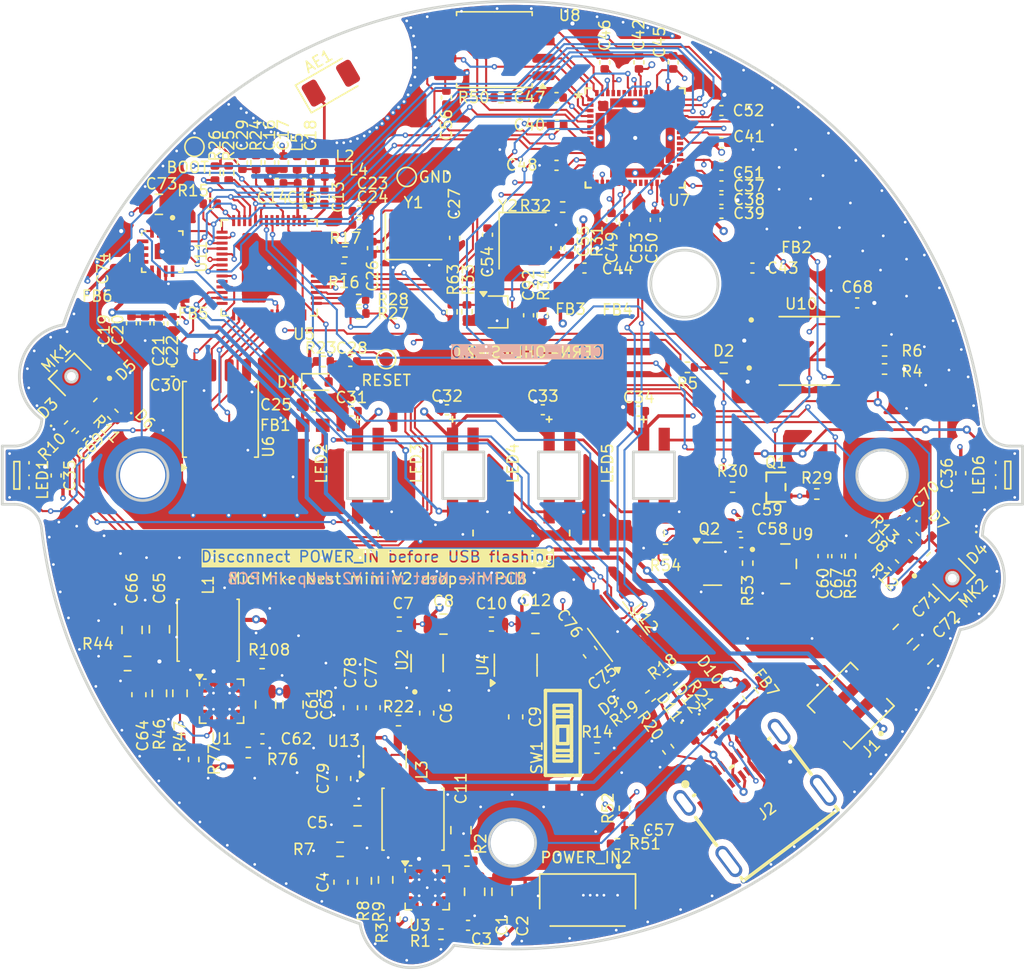
<source format=kicad_pcb>
(kicad_pcb (version 20241229) (generator "pcbnew") (generator_version "9.0")
  (title_block (title "Drop in replacement PCB for Nest mini v2") (rev "v1") (company "by iMike78 (inpired by Onju voice and HA VPE)"))
  (layers (0 "F.Cu" signal) (4 "In1.Cu" power) (6 "In2.Cu" power) (2 "B.Cu" signal) (13 "F.Paste" user) (15 "B.Paste" user) (5 "F.SilkS" user "F.Silkscreen") (7 "B.SilkS" user "B.Silkscreen") (1 "F.Mask" user) (3 "B.Mask" user) (25 "Edge.Cuts" user))
  (net 0 "")
  (net 1 "GND")
  (net 2 "+14V")
  (net 3 "Net-(U1-EN)")
  (net 4 "+5V")
  (net 5 "Net-(C64-Pad1)")
  (net 6 "Net-(U1-PG)")
  (net 7 "Net-(U1-FB)")
  (net 8 "+3V3")
  (net 9 "Net-(L1-Pad1)")
  (net 10 "Net-(U1-SS{slash}TR)")
  (net 12 "MUTE_ON")
  (net 13 "Net-(U1-DEF)")
  (net 14 "Net-(U3-SS{slash}TR)")
  (net 15 "Net-(C4-Pad1)")
  (net 16 "Net-(U3-FB)")
  (net 17 "Net-(L3-Pad1)")
  (net 18 "Net-(U3-DEF)")
  (net 19 "Net-(U3-EN)")
  (net 20 "Net-(U3-PG)")
  (net 22 "+1V8")
  (net 23 "+0V9")
  (net 24 "Net-(AE1-Pad1)")
  (net 25 "Net-(C13-Pad1)")
  (net 26 "Net-(U5-LNA_IN)")
  (net 27 "Net-(C14-Pad1)")
  (net 28 "ESP_3V3")
  (net 29 "Net-(C26-Pad2)")
  (net 30 "Net-(U5-XTAL_P)")
  (net 31 "ESP_RST")
  (net 32 "ESP_BOOT")
  (net 33 "I2S_LRCK")
  (net 34 "I2S_BCLK")
  (net 35 "I2S_MCLK")
  (net 36 "I2S_DIN_SEC")
  (net 37 "I2S_DIN_ESP")
  (net 38 "I2S2_MCLK")
  (net 39 "I2S2_BCLK")
  (net 41 "I2S2_LRCLK")
  (net 42 "Net-(U5-U0TXD)")
  (net 43 "ESP_TX0")
  (net 44 "Net-(U5-XTAL_N)")
  (net 46 "/ESP32-S3R8/SPI_HD")
  (net 47 "/ESP32-S3R8/SPI_WP")
  (net 49 "/ESP32-S3R8/SPI_CLK")
  (net 50 "/ESP32-S3R8/SPI_Q")
  (net 51 "/ESP32-S3R8/SPI_D")
  (net 52 "I2C_SDA")
  (net 53 "I2C_SCL")
  (net 54 "I2C2_SDA")
  (net 56 "I2C2_SCL")
  (net 58 "I2S2_DATA")
  (net 59 "ESP_USB_P")
  (net 60 "ESP_MUTE_DET")
  (net 61 "ESP_RX0")
  (net 62 "/ESP32-S3R8/TOUCH_C")
  (net 63 "/ESP32-S3R8/SPI_CS0")
  (net 64 "AUDIO_PA_EN")
  (net 67 "ESP_IO48")
  (net 68 "ECO_B")
  (net 70 "ESP_IO41")
  (net 71 "ESP_WS2812")
  (net 72 "ECO_A")
  (net 73 "/ESP32-S3R8/TOUCH_L")
  (net 74 "ESP_USB_N")
  (net 75 "/ESP32-S3R8/TOUCH_R")
  (net 76 "ESP_IO40")
  (net 77 "ESP_IO42")
  (net 79 "Net-(LED1-DOUT)")
  (net 80 "Net-(LED2-DOUT)")
  (net 81 "Net-(LED3-DOUT)")
  (net 82 "Net-(LED4-DOUT)")
  (net 83 "Net-(LED5-DOUT)")
  (net 84 "VDD")
  (net 85 "Net-(U7-PLL_AVDD)")
  (net 86 "VBUS")
  (net 87 "/XMOS/VBUS_DETEC")
  (net 88 "Net-(U7-XOUT)")
  (net 89 "Net-(C55-Pad1)")
  (net 90 "VDDIO")
  (net 91 "Net-(U7-XIN)")
  (net 92 "RST_DAC")
  (net 93 "/XMOS/MIC_CLK")
  (net 98 "/XMOS/QSPI_D1")
  (net 100 "/XMOS/RST_N")
  (net 101 "/XMOS/QSPI_D2")
  (net 102 "/XMOS/XOD31")
  (net 103 "/XMOS/XMOS_MUTE_DET")
  (net 104 "/XMOS/TCK")
  (net 105 "/XMOS/QSPI_CLK")
  (net 106 "/XMOS/TDI")
  (net 107 "/XMOS/TMS")
  (net 108 "/XMOS/TDO")
  (net 109 "/XMOS/QSPI_CS_N")
  (net 110 "XMOS_USB_N")
  (net 111 "/XMOS/QSPI_D0")
  (net 114 "XMOS_USB_P")
  (net 115 "/XMOS/QSPI_D3")
  (net 116 "/XMOS/MIC_DATA")
  (net 117 "VDD_MIC")
  (net 118 "MUTE")
  (net 119 "Net-(Q2-B)")
  (net 120 "Net-(Q2-C)")
  (net 122 "Net-(U10-2Y)")
  (net 123 "/XMOS/MIC_DATA_M")
  (net 124 "/XMOS/MIC_CLK_M")
  (net 125 "Net-(U10-4Y)")
  (net 127 "Net-(D5-A2)")
  (net 128 "Net-(D6-A2)")
  (net 129 "Net-(D7-A2)")
  (net 130 "Net-(D8-A2)")
  (net 131 "Net-(C71-Pad1)")
  (net 132 "Net-(C72-Pad1)")
  (net 133 "Net-(U11-OUTN)")
  (net 134 "Net-(U11-OUTP)")
  (net 136 "/Power/USB_SEL")
  (net 137 "Net-(D10-A2)")
  (net 138 "/Power/USB_D_P")
  (net 139 "/Power/USB_D_N")
  (net 146 "Net-(J2-CC2)")
  (net 151 "Net-(J2-CC1)")
  (net 152 "/Power/USB_IN_D_N")
  (net 153 "/Power/USB_IN_D_P")
  (net 154 "Net-(U13-EN)")
  (net 157 "Net-(Q3-G)")
  (net 158 "XU316_RST")
  (footprint "Capacitor_SMD:C_0402_1005Metric" (layer "F.Cu") (at 168.560362 88.930999 -90)
    (property "Reference" "C36")
    (property "Value" "100nF" (hide yes))
  )
  (footprint "Resistor_SMD:R_0603_1608Metric" (layer "F.Cu") (at 125 118.7 -90)
    (property "Reference" "R8")
    (property "Value" "210k" (hide yes))
  )
  (footprint "Resistor_SMD:R_0603_1608Metric" (layer "F.Cu") (at 107.7175 102.83)
    (property "Reference" "R44")
    (property "Value" "49.9R" (hide yes))
  )
  (footprint "Diode_SMD:D_0402_1005Metric" (layer "F.Cu") (at 106.3 80.9 -135)
    (property "Reference" "D5")
    (property "Value" "PESD0402V05" (hide yes))
  )
  (footprint "Resistor_SMD:R_0603_1608Metric" (layer "F.Cu") (at 123.235362 116.4)
    (property "Reference" "R7")
    (property "Value" "49.9R" (hide yes))
  )
  (footprint "Resistor_SMD:R_0402_1005Metric" (layer "F.Cu") (at 147 94.5 180)
    (property "Reference" "R54")
    (property "Value" "3.3k" (hide yes))
  )
  (footprint "Capacitor_SMD:C_0402_1005Metric" (layer "F.Cu") (at 111 78 -90)
    (property "Reference" "C22")
    (property "Value" "1uF" (hide yes))
  )
  (footprint "Onju:BLM18PG121SN1D" (layer "F.Cu") (at 108 76 180)
    (property "Reference" "FB6")
    (property "Value" "600R" (hide yes))
  )
  (footprint "Capacitor_SMD:C_0402_1005Metric" (layer "F.Cu") (at 110 78 -90)
    (property "Reference" "C21")
    (property "Value" "100nF" (hide yes))
  )
  (footprint "Onju:TPD1E05U06DPYR" (layer "F.Cu") (at 151.939815 105.600682 -53)
    (property "Reference" "D10")
    (property "Value" "TPD1E10B06DPYR" (hide yes))
  )
  (footprint "Capacitor_SMD:C_0805_2012Metric" (layer "F.Cu") (at 107.14044 73.192955 90)
    (property "Reference" "C74")
    (property "Value" "10uF" (hide yes))
  )
  (footprint "Package_SO:SOIC-8_5.3x5.3mm_P1.27mm" (layer "F.Cu") (at 134.5 58 180)
    (property "Reference" "U8")
    (property "Value" "W25Q128JVSIQ" (hide yes))
  )
  (footprint "Capacitor_SMD:C_0402_1005Metric" (layer "F.Cu") (at 151.080362 66.450999)
    (property "Reference" "C51")
    (property "Value" "100nF" (hide yes))
  )
  (footprint "Capacitor_SMD:C_0402_1005Metric" (layer "F.Cu") (at 109 77.98 -90)
    (property "Reference" "C20")
    (property "Value" "100nF" (hide yes))
  )
  (footprint "Package_DFN_QFN:VQFN-16-1EP_3x3mm_P0.5mm_EP1.68x1.68mm_ThermalVias" (layer "F.Cu") (at 114.58 105.58)
    (property "Reference" "U1")
    (property "Value" "TPS62130" (hide yes))
  )
  (footprint "Capacitor_SMD:C_0402_1005Metric" (layer "F.Cu") (at 124.620362 69.790999 180)
    (property "Reference" "C23")
    (property "Value" "100nF" (hide yes))
  )
  (footprint "Capacitor_SMD:C_0402_1005Metric" (layer "F.Cu") (at 147.560362 58.930999 90)
    (property "Reference" "C45")
    (property "Value" "100nF" (hide yes))
  )
  (footprint "Capacitor_SMD:C_0402_1005Metric" (layer "F.Cu") (at 132.580362 121.950999 180)
    (property "Reference" "C3")
    (property "Value" "10nF" (hide yes))
  )
  (footprint "Onju:SK6812MINI-E" (layer "F.Cu") (at 125.262358 89.113546 90)
    (property "Reference" "LED2")
    (property "Value" "SK6812MINI-E" (hide yes))
    (fp_line (start 1.7 -1.5) (end 1.7 1.5) (stroke (width 0.01)) (layer "Edge.Cuts"))
    (fp_line (start -1.7 -1.5) (end 1.7 -1.5) (stroke (width 0.01)) (layer "Edge.Cuts"))
    (fp_line (start 1.7 1.5) (end -1.7 1.5) (stroke (width 0.01)) (layer "Edge.Cuts"))
    (fp_line (start -1.7 1.5) (end -1.7 -1.5) (stroke (width 0.01)) (layer "Edge.Cuts"))
  )
  (footprint "Resistor_SMD:R_0402_1005Metric" (layer "F.Cu") (at 160.5 94.99 90)
    (property "Reference" "R55")
    (property "Value" "47k" (hide yes))
  )
  (footprint "Crystal:Crystal_SMD_3225-4Pin_3.2x2.5mm" (layer "F.Cu") (at 128.600362 71.620999)
    (property "Reference" "Y1")
    (property "Value" "40MHz" (hide yes))
  )
  (footprint "Diode_SMD:D_0402_1005Metric" (layer "F.Cu") (at 166.1 93.2 -45)
    (property "Reference" "D7")
    (property "Value" "PESD0402V05" (hide yes))
  )
  (footprint "Diode_SMD:D_0402_1005Metric" (layer "F.Cu") (at 164.5 94.796985 -45)
    (property "Reference" "D8")
    (property "Value" "PESD0402V05" (hide yes))
  )
  (footprint "Capacitor_SMD:C_0402_1005Metric" (layer "F.Cu") (at 134 71.52 -90)
    (property "Reference" "C54")
    (property "Value" "15pF" (hide yes))
  )
  (footprint "Capacitor_SMD:C_0402_1005Metric" (layer "F.Cu") (at 144.52 115)
    (property "Reference" "C57")
    (property "Value" "100nF" (hide yes))
  )
  (footprint "Resistor_SMD:R_0402_1005Metric" (layer "F.Cu") (at 112.5425 109.84 90)
    (property "Reference" "R77")
    (property "Value" "100k" (hide yes))
  )
  (footprint "Resistor_SMD:R_0402_1005Metric" (layer "F.Cu") (at 132.5 117.25 180)
    (property "Reference" "R2")
    (property "Value" "100k" (hide yes))
  )
  (footprint "Package_DFN_QFN:VQFN-16-1EP_3x3mm_P0.5mm_EP1.68x1.68mm_ThermalVias" (layer "F.Cu") (at 129.597862 119.200999)
    (property "Reference" "U3")
    (property "Value" "TPS62130" (hide yes))
  )
  (footprint "Onju:BLM18PG121SN1D" (layer "F.Cu") (at 140.060362 75.450999)
    (property "Reference" "FB3")
    (property "Value" "600R" (hide yes))
  )
  (footprint "TestPoint:TestPoint_Pad_D1.0mm" (layer "F.Cu") (at 128.1 67.3)
    (property "Reference" "TP2" (hide yes))
    (property "Value" "GND")
  )
  (footprint "Resistor_SMD:R_0402_1005Metric" (layer "F.Cu") (at 114.100362 67.01 -90)
    (property "Reference" "R26")
    (property "Value" "4.7k" (hide yes))
  )
  (footprint "Capacitor_SMD:C_0805_2012Metric" (layer "F.Cu") (at 124.510362 113.950999 180)
    (property "Reference" "C5")
    (property "Value" "22uF" (hide yes))
  )
  (footprint "Capacitor_SMD:C_0402_1005Metric" (layer "F.Cu") (at 139.080362 63.5 180)
    (property "Reference" "C40")
    (property "Value" "100nF" (hide yes))
  )
  (footprint "Capacitor_SMD:C_0402_1005Metric" (layer "F.Cu") (at 145.060362 58.930999 90)
    (property "Reference" "C42")
    (property "Value" "100nF" (hide yes))
  )
  (footprint "Capacitor_SMD:C_0805_2012Metric" (layer "F.Cu") (at 108.0425 100.38 -90)
    (property "Reference" "C66")
    (property "Value" "100nF" (hide yes))
  )
  (footprint "Resistor_SMD:R_0402_1005Metric" (layer "F.Cu") (at 132.5 77.15 90)
    (property "Reference" "R33")
    (property "Value" "470K" (hide yes))
  )
  (footprint "Capacitor_SMD:C_0603_1608Metric" (layer "F.Cu") (at 136.060362 106.725999 -90)
    (property "Reference" "C9")
    (property "Value" "2.2uF" (hide yes))
  )
  (footprint "Capacitor_SMD:C_0603_1608Metric" (layer "F.Cu") (at 121.275 83.930999)
    (property "Reference" "C25")
    (property "Value" "100nF" (hide yes))
  )
  (footprint "Capacitor_SMD:C_0402_1005Metric" (layer "F.Cu") (at 151.080362 68.950999)
    (property "Reference" "C38")
    (property "Value" "100nF" (hide yes))
  )
  (footprint "Resistor_SMD:R_0402_1005Metric" (layer "F.Cu") (at 123.590362 72.770999 180)
    (property "Reference" "R17")
    (property "Value" "0R" (hide yes))
  )
  (footprint "Capacitor_SMD:C_0805_2012Metric" (layer "F.Cu") (at 132.060362 115.000999 -90)
    (property "Reference" "C11")
    (property "Value" "100nF" (hide yes))
  )
  (footprint "Onju:SOT65P210X110-5N" (layer "F.Cu") (at 129.590362 102.800999 90)
    (property "Reference" "U2")
    (property "Value" "MIC5365-1.8YC5-TR" (hide yes))
  )
  (footprint "Onju:DIOM168X70N" (layer "F.Cu") (at 151.25 81.25 180)
    (property "Reference" "D2")
    (property "Value" "RB521S30T1G" (hide yes))
  )
  (footprint "Inductor_SMD:L_0402_1005Metric" (layer "F.Cu") (at 122.600362 67.270999 180)
    (property "Reference" "L4")
    (property "Value" "2.7nH" (hide yes))
  )
  (footprint "Onju:TLV73333PDBVR" (layer "F.Cu") (at 155.755 95.55)
    (property "Reference" "U9")
    (property "Value" "TLV73333PDBVR" (hide yes))
  )
  (footprint "Capacitor_SMD:C_0402_1005Metric" (layer "F.Cu") (at 142.560362 58.930999 90)
    (property "Reference" "C46")
    (property "Value" "100nF" (hide yes))
  )
  (footprint "Resistor_SMD:R_0402_1005Metric" (layer "F.Cu") (at 143.49 116 180)
    (property "Reference" "R51")
    (property "Value" "100R" (hide yes))
  )
  (footprint "Capacitor_SMD:C_0603_1608Metric" (layer "F.Cu") (at 123.5 111.225 -90)
    (property "Reference" "C79")
    (property "Value" "100nF" (hide yes))
  )
  (footprint "Resistor_SMD:R_0402_1005Metric" (layer "F.Cu") (at 142 109)
    (property "Reference" "R14")
    (property "Value" "10k" (hide yes))
  )
  (footprint "Resistor_SMD:R_0402_1005Metric" (layer "F.Cu") (at 147.49 104 37)
    (property "Reference" "R18")
    (property "Value" "22R" (hide yes))
  )
  (footprint "Resistor_SMD:R_0402_1005Metric" (layer "F.Cu") (at 147.193074 109.092696 127)
    (property "Reference" "R20")
    (property "Value" "5.1k" (hide yes))
  )
  (footprint "Capacitor_SMD:C_0402_1005Metric" (layer "F.Cu") (at 158.5 94.99 -90)
    (property "Reference" "C60")
    (property "Value" "1uF" (hide yes))
  )
  (footprint "Capacitor_SMD:C_0805_2012Metric" (layer "F.Cu") (at 110 69.3)
    (property "Reference" "C73")
    (property "Value" "100nF" (hide yes))
  )
  (footprint "Onju:SK6812MINI-E" (layer "F.Cu") (at 132.195818 89.1 90)
    (property "Reference" "LED3")
    (property "Value" "SK6812MINI-E" (hide yes))
    (fp_line (start 1.7 -1.5) (end 1.7 1.5) (stroke (width 0.01)) (layer "Edge.Cuts"))
    (fp_line (start -1.7 -1.5) (end 1.7 -1.5) (stroke (width 0.01)) (layer "Edge.Cuts"))
    (fp_line (start 1.7 1.5) (end -1.7 1.5) (stroke (width 0.01)) (layer "Edge.Cuts"))
    (fp_line (start -1.7 1.5) (end -1.7 -1.5) (stroke (width 0.01)) (layer "Edge.Cuts"))
  )
  (footprint "Capacitor_SMD:C_0603_1608Metric" (layer "F.Cu") (at 152.4 92.7 180)
    (property "Reference" "C59")
    (property "Value" "2.2uF" (hide yes))
  )
  (footprint "Package_TO_SOT_SMD:SOT-23" (layer "F.Cu") (at 150.4375 95.55)
    (property "Reference" "Q2")
    (property "Value" "BC847B" (hide yes))
  )
  (footprint "Resistor_SMD:R_0402_1005Metric" (layer "F.Cu") (at 148.6 81.2 180)
    (property "Reference" "R5")
    (property "Value" "10k" (hide yes))
  )
  (footprint "Capacitor_SMD:C_0402_1005Metric" (layer "F.Cu") (at 121.100362 66.265 -90)
    (property "Reference" "C18")
    (property "Value" "10uF" (hide yes))
  )
  (footprint "Diode_SMD:D_0402_1005Metric" (layer "F.Cu") (at 150.11 107.4 -53)
    (property "Reference" "D12")
    (property "Value" "PESD0402V05" (hide yes))
  )
  (footprint "Resistor_SMD:R_0402_1005Metric" (layer "F.Cu") (at 130.6 122.6 180)
    (property "Reference" "R1")
    (property "Value" "100k" (hide yes))
  )
  (footprint "Capacitor_SMD:C_0402_1005Metric" (layer "F.Cu") (at 116.100362 66.25 90)
    (property "Reference" "C29")
    (property "Value" "12pF" (hide yes))
  )
  (footprint "Capacitor_SMD:C_0402_1005Metric" (layer "F.Cu") (at 131 61.5 -90)
    (property "Reference" "C56")
    (property "Value" "100nF" (hide yes))
  )
  (footprint "Onju:BLM18PG121SN1D" (layer "F.Cu") (at 143.25 75.5 180)
    (property "Reference" "FB4")
    (property "Value" "600R" (hide yes))
  )
  (footprint "Inductor_SMD:L_0402_1005Metric" (layer "F.Cu") (at 122.085362 65.785999 -90)
    (property "Reference" "L2")
    (property "Value" "3.3nH" (hide yes))
  )
  (footprint "Resistor_SMD:R_0603_1608Metric" (layer "F.Cu") (at 153.199092 105.100682 -53)
    (property "Reference" "FB7")
    (property "Value" "30R" (hide yes))
  )
  (footprint "Capacitor_SMD:C_0805_2012Metric" (layer "F.Cu") (at 117.8 105.83 -90)
    (property "Reference" "C61")
    (property "Value" "22uF" (hide yes))
  )
  (footprint "Resistor_SMD:R_0402_1005Metric" (layer "F.Cu") (at 145.907304 105.193074 -143)
    (property "Reference" "R19")
    (property "Value" "22R" (hide yes))
  )
  (footprint "Capacitor_SMD:C_0402_1005Metric" (layer "F.Cu") (at 131.600362 71.750999 90)
    (property "Reference" "C27")
    (property "Value" "12pF" (hide yes))
  )
  (footprint "Diode_SMD:D_0402_1005Metric" (layer "F.Cu") (at 144.387338 104.70812 37)
    (property "Reference" "D9")
    (property "Value" "PESD0402V05" (hide yes))
  )
  (footprint "Capacitor_SMD:C_0402_1005Metric" (layer "F.Cu") (at 153.345362 73.950999)
    (property "Reference" "C43")
    (property "Value" "100nF" (hide yes))
  )
  (footprint "Resistor_SMD:R_0402_1005Metric" (layer "F.Cu") (at 158.050362 90.450999)
    (property "Reference" "R29")
    (property "Value" "47k" (hide yes))
  )
  (footprint "Onju:XU316-1024-QF60B-C24" (layer "F.Cu") (at 144.785413 64.450999)
    (property "Reference" "U7")
    (property "Value" "XU316-1024-QF60B-C24" (hide yes))
  )
  (footprint "Crystal:Crystal_SMD_3225-4Pin_3.2x2.5mm" (layer "F.Cu") (at 136.560362 71.950999 -90)
    (property "Reference" "Y2")
    (property "Value" "24MHz" (hide yes))
  )
  (footprint "Capacitor_SMD:C_0402_1005Metric" (layer "F.Cu") (at 151.080362 67.950999)
    (property "Reference" "C37")
    (property "Value" "100nF" (hide yes))
  )
  (footprint "Capacitor_SMD:C_0402_1005Metric" (layer "F.Cu") (at 139 72.5 90)
    (property "Reference" "C55")
    (property "Value" "15pF" (hide yes))
  )
  (footprint "Capacitor_SMD:C_0402_1005Metric" (layer "F.Cu") (at 145.040362 84.4 180)
    (property "Reference" "C34")
    (property "Value" "100nF" (hide yes))
  )
  (footprint "Onju:SK6812MINI-E" (layer "F.Cu") (at 139.25 89.1 90)
    (property "Reference" "LED4")
    (property "Value" "SK6812MINI-E" (hide yes))
    (fp_line (start 1.7 -1.5) (end 1.7 1.5) (stroke (width 0.01)) (layer "Edge.Cuts"))
    (fp_line (start -1.7 -1.5) (end 1.7 -1.5) (stroke (width 0.01)) (layer "Edge.Cuts"))
    (fp_line (start 1.7 1.5) (end -1.7 1.5) (stroke (width 0.01)) (layer "Edge.Cuts"))
    (fp_line (start -1.7 1.5) (end -1.7 -1.5) (stroke (width 0.01)) (layer "Edge.Cuts"))
  )
  (footprint "Resistor_SMD:R_0402_1005Metric" (layer "F.Cu") (at 127.25 121.5 90)
    (property "Reference" "R3")
    (property "Value" "100k" (hide yes))
  )
  (footprint "Capacitor_SMD:C_0402_1005Metric" (layer "F.Cu") (at 122.085362 68.770999 -90)
    (property "Reference" "C13")
    (property "Value" "1.2pF" (hide yes))
  )
  (footprint "Capacitor_SMD:C_0402_1005Metric" (layer "F.Cu") (at 111.02 81.5 180)
    (property "Reference" "C30")
    (property "Value" "100nF" (hide yes))
  )
  (footprint "Package_SO:SOIC-8_5.3x5.3mm_P1.27mm" (layer "F.Cu") (at 114.5 85 90)
    (property "Reference" "U6")
    (property "Value" "W25Q128JVSIQ" (hide yes))
  )
  (footprint "Onju:LED-SMD_4P_SK6812D-EC3210R" (layer "F.Cu") (at 171.109987 89.066792 90)
    (property "Reference" "LED6")
    (property "Value" "SK6812D-EC3210R" (hide yes))
  )
  (footprint "Resistor_SMD:R_0402_1005Metric" (layer "F.Cu") (at 103.49 85.5 45)
    (property "Reference" "R10")
    (property "Value" "100R" (hide yes))
  )
  (footprint "Capacitor_SMD:C_0603_1608Metric" (layer "F.Cu") (at 129.560362 106.450999 -90)
    (property "Reference" "C6")
    (property "Value" "2.2uF" (hide yes))
  )
  (footprint "Resistor_SMD:R_0402_1005Metric" (layer "F.Cu") (at 163.639376 95.639376 -45)
    (property "Reference" "R12")
    (property "Value" "100R" (hide yes))
  )
  (footprint "Resistor_SMD:R_0402_1005Metric" (layer "F.Cu") (at 122.01 80.770999)
    (property "Reference" "R23")
    (property "Value" "10k" (hide yes))
  )
  (footprint "Capacitor_SMD:C_0805_2012Metric" (layer "F.Cu") (at 130.785362 99.950999)
    (property "Reference" "C8")
    (property "Value" "100nF" (hide yes))
  )
  (footprint "Capacitor_SMD:C_0805_2012Metric" (layer "F.Cu") (at 119.8 105.83 -90)
    (property "Reference" "C63")
    (property "Value" "10uF" (hide yes))
  )
  (footprint "Capacitor_SMD:C_0402_1005Metric" (layer "F.Cu") (at 144 70.75 -90)
    (property "Reference" "C53")
    (property "Value" "1uF" (hide yes))
  )
  (footprint "TestPoint:TestPoint_Pad_D1.0mm" (layer "F.Cu") (at 112.6 65.1)
    (property "Reference" "TP1" (hide yes))
    (property "Value" "BOOT")
  )
  (footprint "Capacitor_SMD:C_0603_1608Metric" (layer "F.Cu") (at 124 106.0575 90)
    (property "Reference" "C78")
    (property "Value" "4.7uF" (hide yes))
  )
  (footprint "Onju:QFN40P700X700X90-57N" (layer "F.Cu") (at 118.060362 73.930999 -90)
    (property "Reference" "U5")
    (property "Value" "ESP32-S3R8" (hide yes))
  )
  (footprint "Resistor_SMD:R_0402_1005Metric" (layer "F.Cu") (at 117.100362 66.25 -90)
    (property "Reference" "R24")
    (property "Value" "10k" (hide yes))
  )
  (footprint "Resistor_SMD:R_0402_1005Metric" (layer "F.Cu") (at 144 113.4 90)
    (property "Reference" "R52")
    (property "Value" "1k" (hide yes))
  )
  (footprint "Inductor_SMD:L_Cenker_CKCS4020" (layer "F.Cu") (at 128.560362 114.2 90)
    (property "Reference" "L3")
    (property "Value" "2.2uH" (hide yes))
  )
  (footprint "Capacitor_SMD:C_0402_1005Metric" (layer "F.Cu") (at 124.060362 84.4 180)
    (property "Reference" "C31")
    (property "Value" "100nF" (hide yes))
  )
  (footprint "Capacitor_SMD:C_0805_2012Metric" (layer "F.Cu") (at 133.060362 119.500999 -90)
    (property "Reference" "C1")
    (property "Value" "22uF" (hide yes))
  )
  (footprint "Capacitor_SMD:C_0603_1608Metric" (layer "F.Cu") (at 141.5 102 127)
    (property "Reference" "C76")
    (property "Value" "100nF" (hide yes))
  )
  (footprint "Capacitor_SMD:C_0603_1608Metric" (layer "F.Cu") (at 127.560362 99.950999 180)
    (property "Reference" "C7")
    (property "Value" "4.7uF" (hide yes))
  )
  (footprint "Capacitor_SMD:C_0402_1005Metric" (layer "F.Cu") (at 143 104.5 -143)
    (property "Reference" "C75")
    (property "Value" "100nF" (hide yes))
  )
  (footprint "Onju:SW-SMD_2P-L6.2-W2.5-LS9.4" (layer "F.Cu") (at 139.5 107.9 -90)
    (property "Reference" "SW1")
    (property "Value" "SMXS_01K_TP" (hide yes))
  )
  (footprint "Resistor_SMD:R_0402_1005Metric" (layer "F.Cu") (at 116.5325 109.33 180)
    (property "Reference" "R76")
    (property "Value" "100k" (hide yes))
  )
  (footprint "Resistor_SMD:R_0402_1005Metric" (layer "F.Cu") (at 139.49 69.5)
    (property "Reference" "R32")
    (property "Value" "1M" (hide yes))
  )
  (footprint "Capacitor_SMD:C_0402_1005Metric" (layer "F.Cu") (at 102.5 89.1 90)
    (property "Reference" "C35")
    (property "Value" "100nF" (hide yes))
  )
  (footprint "Resistor_SMD:R_0402_1005Metric" (layer "F.Cu") (at 115.100362 67 -90)
    (property "Reference" "R25")
    (property "Value" "4.7k" (hide yes))
  )
  (footprint "Capacitor_SMD:C_0402_1005Metric" (layer "F.Cu") (at 119.100362 66.245 -90)
    (property "Reference" "C17")
    (property "Value" "1uF" (hide yes))
  )
  (footprint "Inductor_SMD:L_Cenker_CKCS4020" (layer "F.Cu") (at 113.6 100.4 90)
    (property "Reference" "L1")
    (property "Value" "2.2uH" (hide yes))
  )
  (footprint "Capacitor_SMD:C_0402_1005Metric" (layer "F.Cu") (at 141.080362 73.950999)
    (property "Reference" "C44")
    (property "Value" "1uF" (hide yes))
  )
  (footprint "Capacitor_SMD:C_0402_1005Metric" (layer "F.Cu") (at 151.080362 69.950999)
    (property "Reference" "C39")
    (property "Value" "100nF" (hide yes))
  )
  (footprint "Capacitor_SMD:C_0805_2012Metric" (layer "F.Cu") (at 164.328249 100.671751 45)
    (property "Reference" "C71")
    (property "Value" "10nF" (hide yes))
  )
  (footprint "Diode_SMD:D_0402_1005Metric" (layer "F.Cu") (at 102.9 84.7 45)
    (property "Reference" "D3")
    (property "Value" "PESD0402V05" (hide yes))
  )
  (footprint "Onju:HRS_FH34SRJ-10S-0.5SH_50_" (layer "F.Cu") (at 141.310362 120.100999)
    (property "Reference" "POWER_IN2")
    (property "Value" "FH34SRJ-10S-0.5SH_50_" (hide yes))
  )
  (footprint "Resistor_SMD:R_0402_1005Metric" (layer "F.Cu") (at 163 80 180)
    (property "Reference" "R6")
    (property "Value" "100R" (hide yes))
  )
  (footprint "Capacitor_SMD:C_0402_1005Metric" (layer "F.Cu") (at 152.52 94 180)
    (property "Reference" "C58")
    (property "Value" "100nF" (hide yes))
  )
  (footprint "Capacitor_SMD:C_0402_1005Metric" (layer "F.Cu") (at 139.040362 61.5 180)
    (property "Reference" "C47")
    (property "Value" "100nF" (hide yes))
  )
  (footprint "Resistor_SMD:R_0603_1608Metric" (layer "F.Cu") (at 126.560362 118.625999 90)
    (property "Reference" "R9")
    (property "Value" "40k" (hide yes))
  )
  (footprint "Capacitor_SMD:C_0402_1005Metric" (layer "F.Cu") (at 159.5 94.99 -90)
    (property "Reference" "C67")
    (property "Value" "100nF" (hide yes))
  )
  (footprint "Onju:max98357aete" (layer "F.Cu") (at 110.25 72.75 -90)
    (property "Reference" "U11")
    (property "Value" "MAX98357AETE_T" (hide yes))
  )
  (footprint "Package_SO:MSOP-10_3x3mm_P0.5mm" (layer "F.Cu") (at 143.5 100.5 127)
    (property "Reference" "U12")
    (property "Value" "FSUSB42MUX" (hide yes))
  )
  (footprint "Capacitor_SMD:C_0402_1005Metric" (layer "F.Cu") (at 120.620362 67.765)
    (property "Reference" "C15")
    (property "Value" "100nF" (hide yes))
  )
  (footprint "Package_TO_SOT_SMD:SOT-23-5" (layer "F.Cu") (at 136.060362 102.950999 90)
    (property "Reference" "U4")
    (property "Value" "TPS7A0309PDBVR" (hide yes))
  )
  (footprint "Resistor_SMD:R_0402_1005Metric" (layer "F.Cu") (at 123.5 74 180)
    (property "Reference" "R16")
    (property "Value" "499R" (hide yes))
  )
  (footprint "Resistor_SMD:R_0402_1005Metric" (layer "F.Cu") (at 106.639376 84.639376 135)
    (property "Reference" "R11")
    (property "Value" "100R" (hide yes))
  )
  (footprint "Inductor_SMD:L_0402_1005Metric" (layer "F.Cu") (at 120.100362 66.265 90)
    (property "Reference" "L5")
    (property "Value" "2.2nH" (hide yes))
  )
  (footprint "Capacitor_SMD:C_0402_1005Metric" (layer "F.Cu") (at 125.600362 72.5 -90)
    (property "Reference" "C26")
    (property "Value" "12pF" (hide yes))
  )
  (footprint "Resistor_SMD:R_0603_1608Metric" (layer "F.Cu") (at 111.5425 105.005 90)
    (property "Reference" "R47")
    (property "Value" "22.1k" (hide yes))
  )
  (footprint "Onju:SK6812MINI-E" (layer "F.Cu") (at 146.155181 89.113546 90)
    (property "Reference" "LED5")
    (property "Value" "SK6812MINI-E" (hide yes))
    (fp_line (start 1.7 -1.5) (end 1.7 1.5) (stroke (width 0.01)) (layer "Edge.Cuts"))
    (fp_line (start -1.7 -1.5) (end 1.7 -1.5) (stroke (width 0.01)) (layer "Edge.Cuts"))
    (fp_line (start 1.7 1.5) (end -1.7 1.5) (stroke (width 0.01)) (layer "Edge.Cuts"))
    (fp_line (start -1.7 1.5) (end -1.7 -1.5) (stroke (width 0.01)) (layer "Edge.Cuts"))
  )
  (footprint "Resistor_SMD:R_0402_1005Metric" (layer "F.Cu") (at 113.75 69.25)
    (property "Reference" "R15")
    (property "Value" "0R" (hide yes))
  )
  (footprint "Capacitor_SMD:C_0805_2012Metric" (layer "F.Cu") (at 135.060362 119.500999 -90)
    (property "Reference" "C2")
    (property "Value" "10uF" (hide yes))
  )
  (footprint "Onju:BLM18PG121SN1D" (layer "F.Cu") (at 121.235 85.430999 180)
    (property "Reference" "FB1")
    (property "Value" "120R" (hide yes))
  )
  (footprint "Capacitor_SMD:C_0402_1005Metric" (layer "F.Cu") (at 164.5 92 45)
    (property "Reference" "C70")
    (property "Value" "100nF" (hide yes))
  )
  (footprint "Capacitor_SMD:C_0402_1005Metric" (layer "F.Cu") (at 151.080362 62.450999)
    (property "Reference" "C52")
    (property "Value" "100nF" (hide yes))
  )
  (footprint "Diode_SMD:D_0402_1005Metric" (layer "F.Cu") (at 107.209841 83.77768 135)
    (property "Reference" "D6")
    (property "Value" "PESD0402V05" (hide yes))
  )
  (footprint "Capacitor_SMD:C_0603_1608Metric" (layer "F.Cu") (at 123.3 118.8 -90)
    (property "Reference" "C4")
    (property "Value" "220pF" (hide yes))
  )
  (footprint "Resistor_SMD:R_0603_1608Metric" (layer "F.Cu") (at 110.0425 105.005 -90)
    (property "Reference" "R46")
    (property "Value" "100k" (hide yes))
  )
  (footprint "Capacitor_SMD:C_0402_1005Metric" (layer "F.Cu") (at 143.060362 70.430999 -90)
    (property "Reference" "C49")
    (property "Value" "100nF" (hide yes))
  )
  (footprint "Onju:1775443-2" (layer "F.Cu") (at 160.527728 105.911612 135)
    (property "Reference" "J1")
    (property "Value" "1775443-2" (hide yes))
  )
  (footprint "Capacitor_SMD:C_0603_1608Metric" (layer "F.Cu") (at 134.285362 99.950999 180)
    (property "Reference" "C10")
    (property "Value" "4.7uF" (hide yes))
  )
  (footprint "Diode_SMD:D_SOD-523" (layer "F.Cu") (at 121.7 82.270999)
    (property "Reference" "D1")
    (property "Value" "LRB520S-30T1G" (hide yes))
  )
  (footprint "Package_TO_SOT_SMD:SOT-23-5" (layer "F.Cu") (at 126.5 109.6375 90)
    (property "Reference" "U13")
    (property "Value" "AP22802AW5-7" (hide yes))
  )
  (footprint "Resistor_SMD:R_0402_1005Metric" (layer "F.Cu") (at 131.4 77.15 -90)
    (property "Reference" "R63")
    (property "Value" "100R" (hide yes))
  )
  (footprint "Resistor_SMD:R_0402_1005Metric" (layer "F.Cu") (at 162.994701 81.322216 180)
    (property "Reference" "R4")
    (property "Value" "47k" (hide yes))
  )
  (footprint "Capacitor_SMD:C_0603_1608Metric" (layer "F.Cu") (at 108.5425 105.105 -90)
    (property "Reference" "C64")
    (property "Value" "220pF" (hide yes))
  )
  (footprint "Capacitor_SMD:C_0402_1005Metric" (layer "F.Cu") (at 139.040362 66.450999 180)
    (property "Reference" "C48")
    (property "Value" "100nF" (hide yes))
  )
  (footprint "Capacitor_SMD:C_0402_1005Metric" (layer "F.Cu") (at 138.040362 84.3 180)
    (property "Reference" "C33")
    (property "Value" "100nF" (hide yes))
  )
  (footprint "Onju:LED-SMD_4P_SK6812D-EC3210R" (layer "F.Cu") (at 100.52019 89.086878 -90)
    (property "Reference" "LED1")
    (property "Value" "SK6812D-EC3210R" (hide yes))
  )
  (footprint "Capacitor_SMD:C_0402_1005Metric" (layer "F.Cu") (at 118.100362 66.245 -90)
    (property "Reference" "C16")
    (property "Value" "100nF" (hide yes))
  )
  (footprint "Capacitor_SMD:C_0402_1005Metric" (layer "F.Cu") (at 104.3 86.2 45)
    (property "Reference" "C69")
    (property "Value" "100nF" (hide yes))
  )
  (footprint "Resistor_SMD:R_0402_1005Metric" (layer "F.Cu") (at 140 72.5 -90)
    (property "Reference" "R31")
    (property "Value" "680R" (hide yes))
  )
  (footprint "Capacitor_SMD:C_0805_2012Metric" (layer "F.Cu") (at 137.5 99.9)
    (property "Reference" "C12")
    (property "Value" "100nF" (hide yes))
  )
  (footprint "Onju:BLM18PG121SN1D" (layer "F.Cu") (at 111 76)
    (property "Reference" "FB5")
    (property "Value" "600R" (hide yes))
  )
  (footprint "Capacitor_SMD:C_0603_1608Metric" (layer "F.Cu") (at 125.645 106.0575 90)
    (property "Reference" "C77")
    (property "Value" "100nF" (hide yes))
  )
  (footprint "Onju:BLM18PG121SN1D" (layer "F.Cu") (at 153.825362 72.450999)
    (property "Reference" "FB2")
    (property "Value" "120R" (hide yes))
  )
  (footprint "RF_Antenna:Johanson_2450AT18x100" (layer "F.Cu") (at 122.560362 60.450999 30)
    (property "Reference" "AE1")
    (property "Value" "2450AT18A100E" (hide yes))
  )
  (footprint "Capacitor_SMD:C_0402_1005Metric" (layer "F.Cu") (at 124.620362 70.770999 180)
    (property "Reference" "C24")
    (property "Value" "1uF" (hide yes))
  )
  (footprint "Package_TO_SOT_SMD:SOT-323_SC-70" (layer "F.Cu") (at 134.75 77.155)
    (property "Reference" "Q3" (hide yes))
    (property "Value" "LBSS138WT1G" (hide yes))
  )
  (footprint "Capacitor_SMD:C_0805_2012Metric" (layer "F.Cu") (at 165.828249 102.171751 45)
    (property "Reference" "C72")
    (property "Value" "10nF" (hide yes))
  )
  (footprint "Diode_SMD:D_0402_1005Metric" (layer "F.Cu") (at 168.92 94 -135)
    (property "Reference" "D4")
    (property "Value" "PESD0402V05" (hide yes))
  )
  (footprint "Capacitor_SMD:C_0402_1005Metric" (layer "F.Cu") (at 151.080362 64.8)
    (property "Reference" "C41")
    (property "Value" "100nF" (hide yes))
  )
  (footprint "Onju:USB-C-SMD_TYPE-C-USB-18" (layer "F.Cu") (at 153.321456 112.363117 37)
    (property "Reference" "J2")
    (property "Value" "usb_c" (hide yes))
  )
  (footprint "Resistor_SMD:R_0402_1005Metric" (layer "F.Cu") (at 138 77.4 -90)
    (property "Reference" "R34")
    (property "Value" "10K" (hide yes))
  )
  (footprint "Onju:SOP65P640X120-14N" (layer "F.Cu") (at 157.5 80)
    (property "Reference" "U10")
    (property "Value" "SN74LVC125APWR" (hide yes))
  )
  (footprint "Onju:MIC_T3902" (layer "F.Cu") (at 104.122706 82.346915 -135)
    (property "Reference" "MK1")
    (property "Value" "MMICT390200012" (hide yes))
  )
  (footprint "Resistor_SMD:R_0402_1005Metric" (layer "F.Cu") (at 124.610362 77.270999 180)
    (property "Reference" "R27")
    (property "Value" "4.7k" (hide yes))
  )
  (footprint "Resistor_SMD:R_0402_1005Metric" (layer "F.Cu") (at 127.5 107 180)
    (property "Reference" "R22")
    (property "Value" "100k" (hide yes))
  )
  (footprint "Capacitor_SMD:C_0402_1005Metric" (layer "F.Cu") (at 118.620362 67.765 180)
    (property "Reference" "C14")
    (property "Value" "2.4pF" (hide yes))
  )
  (footprint "Resistor_SMD:R_0402_1005Metric" (layer "F.Cu") (at 117.5425 102.83 180)
    (property "Reference" "R108")
    (property "Value" "100k" (hide yes))
  )
  (footprint "TestPoint:TestPoint_Pad_D1.0mm" (layer "F.Cu") (at 126.6 80.6)
    (property "Reference" "TP3" (hide yes))
    (property "Value" "RESET")
  )
  (footprint "Resistor_SMD:R_0402_1005Metric" (layer "F.Cu") (at 151.895362 89.950999)
    (property "Reference" "R30")
    (property "Value" "100k" (hide yes))
  )
  (footprint "Capacitor_SMD:C_0805_2012Metric" (layer "F.Cu") (at 110.0425 100.33 -90)
    (property "Reference" "C65")
    (property "Value" "22uF" (hide yes))
  )
  (footprint "Capacitor_SMD:C_0402_1005Metric" (layer "F.Cu") (at 161 76.5)
    (property "Reference" "C68")
    (property "Value" "100nF" (hide yes))
  )
  (footprint "Capacitor_SMD:C_0402_1005Metric" (layer "F.Cu") (at 131.040362 84.3 180)
    (property "Reference" "C32")
    (property "Value" "100nF" (hide yes))
  )
  (footprint "Capacitor_SMD:C_0402_1005Metric" (layer "F.Cu") (at 108 77.98 -90)
    (property "Reference" "C19")
    (property "Value" "100nF" (hide yes))
  )
  (footprint "Resistor_SMD:R_0402_1005Metric" (layer "F.Cu") (at 153 95.5 90)
    (property "Reference" "R53")
    (property "Value" "470k" (hide yes))
  )
  (footprint "Resistor_SMD:R_0402_1005Metric" (layer "F.Cu") (at 151.117023 107.092696 127)
    (property "Reference" "R21")
    (property "Value" "5.1k" (hide yes))
  )
  (footprint "Capacitor_SMD:C_0402_1005Metric" (layer "F.Cu") (at 117.5625 108.33 180)
    (property "Reference" "C62")
    (property "Value" "10nF" (hide yes))
  )
  (footprint "Onju:SC-70-3_L2.1-W1.3-P0.65-LS2.1-BR" (layer "F.Cu") (at 155.060362 89.950999)
    (property "Reference" "Q1")
    (property "Value" "LBSS138WT1G" (hide yes))
  )
  (footprint "Onju:MIC_T3902" (layer "F.Cu") (at 167.443841 96.081009 45)
    (property "Reference" "MK2")
    (property "Value" "MMICT390200012" (hide yes))
  )
  (footprint "Diode_SMD:D_0402_1005Metric" (layer "F.Cu") (at 148.82 108.02 -53)
    (property "Reference" "D11")
    (property "Value" "PESD0402V05" (hide yes))
  )
  (footprint "Resistor_SMD:R_0402_1005Metric" (layer "F.Cu") (at 124.590362 76.250999 180)
    (property "Reference" "R28")
    (property "Value" "4.7k" (hide yes))
  )
  (footprint "Resistor_SMD:R_0402_1005Metric" (layer "F.Cu") (at 165.139376 93.639376 -45)
    (property "Reference" "R13")
    (property "Value" "100R" (hide yes))
  )
  (footprint "Capacitor_SMD:C_0402_1005Metric" (layer "F.Cu") (at 123.98 80.770999)
    (property "Reference" "C28")
    (property "Value" "1uF" (hide yes))
  )
  (footprint "Capacitor_SMD:C_0402_1005Metric" (layer "F.Cu") (at 146.25 70.430999 -90)
    (property "Reference" "C50")
    (property "Value" "100nF" (hide yes))
  )
  (footprint "Resistor_SMD:R_0402_1005Metric" (layer "F.Cu") (at 134.99 61.5 180)
    (property "Reference" "R50")
    (property "Value" "4.7k" (hide yes))
  )
  (footprint "Capacitor_SMD:C_0402_1005Metric" (layer "F.Cu") (at 137 77.4 -90)
    (property "Reference" "C92")
    (property "Value" "100nF" (hide yes))
  )
  (gr_circle (center 108.815874 89.077634) (end 111.065874 89.077634) (stroke (width 1.2)) (fill no) (layers "B.Cu" "B.Mask") (net 75))
  (gr_circle (center 162.818092 89.082248) (end 165.07411 89.073391) (stroke (width 1)) (fill no) (layers "B.Cu" "B.Mask") (net 73))
  (gr_circle (center 135.825217 115.9311) (end 137.923137 115.987951) (stroke (width 1)) (fill no) (layers "B.Cu" "B.Mask") (net 62))
  (gr_arc (start 101.458362 84.981998) (mid 99.90937 81.01394) (end 103.017362 78.100999) (stroke (width 0.2)) (layer "Edge.Cuts"))
  (gr_circle (center 148.379362 75.089999) (end 150.829362 75.089999) (stroke (width 0.2)) (fill no) (layer "Edge.Cuts"))
  (gr_line (start 173.065362 91.200999) (end 173.065362 86.950999) (stroke (width 0.2)) (layer "Edge.Cuts"))
  (gr_arc (start 124.689362 121.837999) (mid 108.87242 110.783076) (end 101.436362 92.975999) (stroke (width 0.2)) (layer "Edge.Cuts"))
  (gr_circle (center 135.815362 115.925999) (end 137.515362 115.925999) (stroke (width 0.2)) (fill no) (layer "Edge.Cuts"))
  (gr_line (start 126.771362 90.781999) (end 123.771362 90.781999) (stroke (width 0.2)) (layer "Edge.Cuts"))
  (gr_line (start 140.715362 90.781999) (end 137.715362 90.781999) (stroke (width 0.2)) (layer "Edge.Cuts"))
  (gr_arc (start 170.132362 93.491999) (mid 171.64646 97.466596) (end 168.525362 100.355999) (stroke (width 0.2)) (layer "Edge.Cuts"))
  (gr_circle (center 162.815362 89.075999) (end 164.665362 89.075999) (stroke (width 0.2)) (fill no) (layer "Edge.Cuts"))
  (gr_line (start 137.715362 90.781999) (end 137.715362 87.381999) (stroke (width 0.2)) (layer "Edge.Cuts"))
  (gr_arc (start 131.560362 123.412999) (mid 127.592966 124.945912) (end 124.689362 121.837999) (stroke (width 0.2)) (layer "Edge.Cuts"))
  (gr_arc (start 168.525362 100.355999) (mid 154.127463 118.432935) (end 131.560362 123.412999) (stroke (width 0.2)) (layer "Edge.Cuts"))
  (gr_circle (center 108.815362 89.075999) (end 110.665362 89.075999) (stroke (width 0.2)) (fill no) (layer "Edge.Cuts"))
  (gr_line (start 133.730362 90.781999) (end 130.730362 90.781999) (stroke (width 0.2)) (layer "Edge.Cuts"))
  (gr_line (start 137.715362 87.381999) (end 140.715362 87.381999) (stroke (width 0.2)) (layer "Edge.Cuts"))
  (gr_arc (start 101.43624 85.177073) (mid 100.781397 86.44297) (end 99.449778 86.950999) (stroke (width 0.2)) (layer "Edge.Cuts"))
  (gr_line (start 130.730362 87.381999) (end 133.730362 87.381999) (stroke (width 0.2)) (layer "Edge.Cuts"))
  (gr_line (start 130.730362 90.781999) (end 130.730362 87.381999) (stroke (width 0.2)) (layer "Edge.Cuts"))
  (gr_line (start 173.065362 86.950999) (end 172.181962 86.950999) (stroke (width 0.2)) (layer "Edge.Cuts"))
  (gr_line (start 147.649362 87.381999) (end 147.649362 90.781999) (stroke (width 0.2)) (layer "Edge.Cuts"))
  (gr_line (start 140.715362 87.381999) (end 140.715362 90.781999) (stroke (width 0.2)) (layer "Edge.Cuts"))
  (gr_line (start 101.458362 84.981998) (end 101.43624 85.177073) (stroke (width 0.2)) (layer "Edge.Cuts"))
  (gr_line (start 144.649362 90.781999) (end 144.649362 87.381999) (stroke (width 0.2)) (layer "Edge.Cuts"))
  (gr_arc (start 170.195362 92.975999) (mid 170.16534 93.23418) (end 170.132362 93.491999) (stroke (width 0.2)) (layer "Edge.Cuts"))
  (gr_arc (start 170.195362 92.975999) (mid 170.852514 91.707077) (end 172.188888 91.200999) (stroke (width 0.2)) (layer "Edge.Cuts"))
  (gr_line (start 144.649362 87.381999) (end 147.649362 87.381999) (stroke (width 0.2)) (layer "Edge.Cuts"))
  (gr_line (start 123.771362 90.781999) (end 123.771362 87.381999) (stroke (width 0.2)) (layer "Edge.Cuts"))
  (gr_line (start 172.188888 91.200999) (end 173.065362 91.200999) (stroke (width 0.2)) (layer "Edge.Cuts"))
  (gr_line (start 133.730362 87.381999) (end 133.730362 90.781999) (stroke (width 0.2)) (layer "Edge.Cuts"))
  (gr_line (start 126.771362 87.381999) (end 126.771362 90.781999) (stroke (width 0.2)) (layer "Edge.Cuts"))
  (gr_line (start 98.565362 86.950999) (end 98.565362 91.200999) (stroke (width 0.2)) (layer "Edge.Cuts"))
  (gr_arc (start 99.449778 91.200999) (mid 100.781793 91.709396) (end 101.436362 92.975999) (stroke (width 0.2)) (layer "Edge.Cuts"))
  (gr_circle (center 167.945362 96.603999) (end 168.370362 96.603999) (stroke (width 0.2)) (fill no) (layer "Edge.Cuts"))
  (gr_arc (start 103.017362 78.100999) (mid 139.446924 54.667005) (end 170.195362 85.175999) (stroke (width 0.2)) (layer "Edge.Cuts"))
  (gr_line (start 147.649362 90.781999) (end 144.649362 90.781999) (stroke (width 0.2)) (layer "Edge.Cuts"))
  (gr_arc (start 172.181962 86.950999) (mid 170.849937 86.442607) (end 170.195362 85.175999) (stroke (width 0.2)) (layer "Edge.Cuts"))
  (gr_circle (center 103.615362 81.862999) (end 104.040362 81.862999) (stroke (width 0.2)) (fill no) (layer "Edge.Cuts"))
  (gr_line (start 98.565362 91.200999) (end 99.449778 91.200999) (stroke (width 0.2)) (layer "Edge.Cuts"))
  (gr_line (start 99.449778 86.950999) (end 98.565362 86.950999) (stroke (width 0.2)) (layer "Edge.Cuts"))
  (gr_line (start 123.771362 87.381999) (end 126.771362 87.381999) (stroke (width 0.2)) (layer "Edge.Cuts"))
  (gr_text "MiciMike Nest mini V2 drop-in PCB" (at 115 97.1 0) (layer "F.SilkS") (effects (font (size 0.8 0.8) (thickness 0.12)) (justify left bottom)))
  (gr_text "Disconnect POWER_IN before USB flashing" (at 113 95.5 0) (layer "F.SilkS" knockout) (effects (font (size 0.8 0.8) (thickness 0.12)) (justify left bottom)))
  (gr_text "CERN-OHL-S-2.0" (at 136.9 80.1 0) (layer "F.SilkS" knockout) (effects (font (size 0.8 0.8) (thickness 0.12))))
  (gr_text "MiciMike Nest mini V2 drop-in PCB" (at 136.9 97.1 0) (layer "B.SilkS") (effects (font (size 0.8 0.8) (thickness 0.12)) (justify left bottom mirror)))
  (gr_text "CERN-OHL-S-2.0" (at 136.9 80.1 0) (layer "B.SilkS" knockout) (effects (font (size 0.8 0.8) (thickness 0.12)) (justify mirror)))
  (segment (start 107.14044 71.35956) (end 107.25 71.25) (width 0.25) (layer "F.Cu") (net 1))
  (segment (start 116.405 87.345) (end 116.5 87.25) (width 0.25) (layer "F.Cu") (net 1))
  (segment (start 137.560362 83.760362) (end 137.5 83.7) (width 0.25) (layer "F.Cu") (net 1))
  (segment (start 116.100362 65.100362) (end 116 65) (width 0.2) (layer "F.Cu") (net 1))
  (segment (start 123.085362 67.270999) (end 125.100362 69.285999) (width 0.15) (layer "F.Cu") (net 1))
  (segment (start 149.5 106.25) (end 149.81812 107.012662) (width 0.25) (layer "F.Cu") (net 1))
  (segment (start 110.728865 69.521135) (end 110.728865 69.771135) (width 0.25) (layer "F.Cu") (net 1))
  (segment (start 143.560362 118.950999) (end 143.560362 119.689638) (width 0.15) (layer "F.Cu") (net 1))
  (segment (start 137.560362 84.3) (end 137.560362 83.760362) (width 0.25) (layer "F.Cu") (net 1))
  (segment (start 129.700362 73.700362) (end 129.75 73.75) (width 0.25) (layer "F.Cu") (net 1))
  (segment (start 153.825362 73.950999) (end 154.450999 73.950999) (width 0.25) (layer "F.Cu") (net 1))
  (segment (start 134 72) (end 134.659363 72) (width 0.25) (layer "F.Cu") (net 1))
  (segment (start 110.0425 102.68) (end 111.5425 104.18) (width 0.25) (layer "F.Cu") (net 1))
  (segment (start 126.75 117.611361) (end 126.75 117) (width 0.25) (layer "F.Cu") (net 1))
  (segment (start 125.100362 69.790999) (end 125.100362 70.770999) (width 0.25) (layer "F.Cu") (net 1))
  (segment (start 125.600362 72.02) (end 126.251361 72.02) (width 0.25) (layer "F.Cu") (net 1))
  (segment (start 110 78.48) (end 111 78.48) (width 0.25) (layer "F.Cu") (net 1))
  (segment (start 151.860362 65.1) (end 151.560362 64.8) (width 0.15) (layer "F.Cu") (net 1))
  (segment (start 165.757053 92.973396) (end 165.757053 92.857053) (width 0.15) (layer "F.Cu") (net 1))
  (segment (start 164.157053 94.454038) (end 164.157053 94.407053) (width 0.15) (layer "F.Cu") (net 1))
  (segment (start 142.060362 118.950999) (end 141.560362 118.950999) (width 0.2) (layer "F.Cu") (net 1))
  (segment (start 124.5 80.810999) (end 124.46 80.770999) (width 0.25) (layer "F.Cu") (net 1))
  (segment (start 136 102.914689) (end 137.335311 102.914689) (width 0.25) (layer "F.Cu") (net 1))
  (segment (start 152.200999 68.950999) (end 152.25 69) (width 0.25) (layer "F.Cu") (net 1))
  (segment (start 133.914689 102.914689) (end 132.5 101.5) (width 0.25) (layer "F.Cu") (net 1))
  (segment (start 129.700362 72.470999) (end 131.360362 72.470999) (width 0.25) (layer "F.Cu") (net 1))
  (segment (start 133.95 91.7) (end 134 91.75) (width 0.25) (layer "F.Cu") (net 1))
  (segment (start 142.560362 58.450999) (end 145.060362 58.450999) (width 0.25) (layer "F.Cu") (net 1))
  (segment (start 126.560362 117.800999) (end 126.75 117.611361) (width 0.25) (layer "F.Cu") (net 1))
  (segment (start 154.858535 109.251639) (end 156.1 110) (width 0.25) (layer "F.Cu") (net 1))
  (segment (start 122.05 83.930999) (end 123.060362 83.930999) (width 0.25) (layer "F.Cu") (net 1))
  (segment (start 143.680999 70.910999) (end 144 71.23) (width 0.25) (layer "F.Cu") (net 1))
  (segment (start 118.140362 67.765) (end 118.140362 66.765) (width 0.25) (layer "F.Cu") (net 1))
  (segment (start 129.590362 103.770999) (end 129.590362 102.850895) (width 0.25) (layer "F.Cu") (net 1))
  (segment (start 152.02 93) (end 152.02 93.98) (width 0.25) (layer "F.Cu") (net 1))
  (segment (start 145 100.75) (end 143.5 100.5) (width 0.15) (layer "F.Cu") (net 1))
  (segment (start 132.5 101.5) (end 131.25 102.75) (width 0.25) (layer "F.Cu") (net 1))
  (segment (start 151.560362 68.950999) (end 152.200999 68.950999) (width 0.25) (layer "F.Cu") (net 1))
  (segment (start 142.060362 118.950999) (end 142.060362 119.689638) (width 0.15) (layer "F.Cu") (net 1))
  (segment (start 123.529363 84.4) (end 123.580362 84.4) (width 0.25) (layer "F.Cu") (net 1))
  (segment (start 136.060362 103.920999) (end 136.060362 102.975051) (width 0.25) (layer "F.Cu") (net 1))
  (segment (start 110.0425 101.28) (end 110.0425 102.68) (width 0.25) (layer "F.Cu") (net 1))
  (segment (start 158.42 95.55) (end 158.5 95.47) (width 0.25) (layer "F.Cu") (net 1))
  (segment (start 149.174268 111.844533) (end 149.906835 112.983012) (width 0.25) (layer "F.Cu") (net 1))
  (segment (start 126.785362 99.950999) (end 126.785362 101.535362) (width 0.25) (layer "F.Cu") (net 1))
  (segment (start 137.75 66.5) (end 137.799001 66.450999) (width 0.15) (layer "F.Cu") (net 1))
  (segment (start 129.347862 117.738499) (end 129.347862 117.447862) (width 0.25) (layer "F.Cu") (net 1))
  (segment (start 118.140362 66.765) (end 118.100362 66.725) (width 0.25) (layer "F.Cu") (net 1))
  (segment (start 141.560362 118.950999) (end 141.560362 119.689638) (width 0.15) (layer "F.Cu") (net 1))
  (segment (start 114.33 107.0425) (end 114.33 105.83) (width 0.25) (layer "F.Cu") (net 1))
  (segment (start 113.83 103.57) (end 114 103.4) (width 0.25) (layer "F.Cu") (net 1))
  (segment (start 102.350999 88.470999) (end 102.5 88.62) (width 0.25) (layer "F.Cu") (net 1))
  (segment (start 129.347862 120.663499) (end 129.347862 119.450999) (width 0.25) (layer "F.Cu") (net 1))
  (segment (start 153.5 80) (end 154.63 80) (width 0.25) (layer "F.Cu") (net 1))
  (segment (start 159.5 95.47) (end 160.47 95.47) (width 0.25) (layer "F.Cu") (net 1))
  (segment (start 167.198741 96.289959) (end 167.425766 96.062934) (width 0.15) (layer "F.Cu") (net 1))
  (segment (start 125.645 105.105) (end 125.645 105.2825) (width 0.25) (layer "F.Cu") (net 1))
  (segment (start 125.5 70.3) (end 125.5 70.190637) (width 0.15) (layer "F.Cu") (net 1))
  (segment (start 118.0425 108.33) (end 119.0425 107.33) (width 0.25) (layer "F.Cu") (net 1))
  (segment (start 151.375 95.55) (end 151.375 94.665) (width 0.25) (layer "F.Cu") (net 1))
  (segment (start 120.47 106.78) (end 121.75 105.5) (width 0.25) (layer "F.Cu") (net 1))
  (segment (start 152.02 93.98) (end 152.04 94) (width 0.25) (layer "F.Cu") (net 1))
  (segment (start 145.060362 58.450999) (end 147.560362 58.450999) (width 0.25) (layer "F.Cu") (net 1))
  (segment (start 129.835362 107.500999) (end 129.560362 107.225999) (width 0.15) (layer "F.Cu") (net 1))
  (segment (start 119.8 106.78) (end 120.47 106.78) (width 0.25) (layer "F.Cu") (net 1))
  (segment (start 126.622862 117.738499) (end 126.560362 117.800999) (width 0.25) (layer "F.Cu") (net 1))
  (segment (start 128 109.5) (end 127 109.5) (width 0.15) (layer "F.Cu") (net 1))
  (segment (start 164.839411 91.660589) (end 165.657053 92.478231) (width 0.25) (layer "F.Cu") (net 1))
  (segment (start 108.0925 101.28) (end 108.0425 101.33) (width 0.25) (layer "F.Cu") (net 1))
  (segment (start 106.642947 80.557053) (end 106.542947 80.657053) (width 0.25) (layer "F.Cu") (net 1))
  (segment (start 137.335311 102.914689) (end 138 102.25) (width 0.25) (layer "F.Cu") (net 1))
  (segment (start 149.15325 111.8) (end 149.1 111.8) (width 0.15) (layer "F.Cu") (net 1))
  (segment (start 154.63 78.05) (end 154.63 78.7) (width 0.25) (layer "F.Cu") (net 1))
  (segment (start 154.63 81.95) (end 153.3 81.95) (width 0.25) (layer "F.Cu") (net 1))
  (segment (start 153.3 78.7) (end 152.75 79.25) (width 0.25) (layer "F.Cu") (net 1))
  (segment (start 110.5 74.185) (end 110.5 74.9) (width 0.2) (layer "F.Cu") (net 1))
  (segment (start 143.060362 70.910999) (end 143.680999 70.910999) (width 0.25) (layer "F.Cu") (net 1))
  (segment (start 154.63 78.7) (end 153.3 78.7) (width 0.25) (layer "F.Cu") (net 1))
  (segment (start 153.2 65.1) (end 151.860362 65.1) (width 0.15) (layer "F.Cu") (net 1))
  (segment (start 158.5 95.47) (end 159.5 95.47) (width 0.25) (layer "F.Cu") (net 1))
  (segment (start 152.75 79.25) (end 153.5 80) (width 0.25) (layer "F.Cu") (net 1))
  (segment (start 123.5 113.890637) (end 123.560362 113.950999) (width 0.15) (layer "F.Cu") (net 1))
  (segment (start 148.25 107) (end 148.52812 107.632662) (width 0.25) (layer "F.Cu") (net 1))
  (segment (start 153.4 65.3) (end 153.2 65.1) (width 0.15) (layer "F.Cu") (net 1))
  (segment (start 132.945818 91.7) (end 133.95 91.7) (width 0.25) (layer "F.Cu") (net 1))
  (segment (start 138.560362 66.450999) (end 137.799001 66.450999) (width 0.15) (layer "F.Cu") (net 1))
  (segment (start 129.560362 107.939638) (end 128 109.5) (width 0.15) (layer "F.Cu") (net 1))
  (segment (start 138 102.25) (end 138 100.011361) (width 0.25) (layer "F.Cu") (net 1))
  (segment (start 144.509363 84.450999) (end 144.250999 84.450999) (width 0.25) (layer "F.Cu") (net 1))
  (segment (start 144.250999 84.450999) (end 143.9 84.1) (width 0.25) (layer "F.Cu") (net 1))
  (segment (start 126.5 110) (end 126.5 110.775) (width 0.15) (layer "F.Cu") (net 1))
  (segment (start 142.560362 119.689638) (end 142.5 119.75) (width 0.15) (layer "F.Cu") (net 1))
  (segment (start 142 72.5) (end 141.560362 73.689638) (width 0.25) (layer "F.Cu") (net 1))
  (segment (start 151.560362 69.950999) (end 151.560362 68.950999) (width 0.25) (layer "F.Cu") (net 1))
  (segment (start 114.33 103.73) (end 114 103.4) (width 0.25) (layer "F.Cu") (net 1))
  (segment (start 137.410362 70.850999) (end 137.830999 70.850999) (width 0.25) (layer "F.Cu") (net 1))
  (segment (start 132.060362 115.950999) (end 132.060362 115.439638) (width 0.25) (layer "F.Cu") (net 1))
  (segment (start 154.5 95.55) (end 158.42 95.55) (width 0.25) (layer "F.Cu") (net 1))
  (segment (start 127 109.5) (end 126.5 110) (width 0.15) (layer "F.Cu") (net 1))
  (segment (start 127.500362 70.770999) (end 128.000362 70.770999) (width 0.25) (layer "F.Cu") (net 1))
  (segment (start 142.25 100.5) (end 143.5 100.5) (width 0.15) (layer "F.Cu") (net 1))
  (segment (start 114.33 105.33) (end 114.58 105.58) (width 0.25) (layer "F.Cu") (net 1))
  (segment (start 142.560362 118.950999) (end 142.560362 119.689638) (width 0.15) (layer "F.Cu") (net 1))
  (segment (start 145.56997 101.585302) (end 145 100.75) (width 0.15) (layer "F.Cu") (net 1))
  (segment (start 110.95 69.3) (end 110.728865 69.521135) (width 0.25) (layer "F.Cu") (net 1))
  (segment (start 126.012358 91.713546) (end 126.963546 91.713546) (width 0.25) (layer "F.Cu") (net 1))
  (segment (start 164.154038 94.454038) (end 163.6 93.9) (width 0.15) (layer "F.Cu") (net 1))
  (segment (start 106.542947 80.657053) (end 106.407053 80.657053) (width 0.25) (layer "F.Cu") (net 1))
  (segment (start 161.48 76.5) (end 162.25 76.5) (width 0.25) (layer "F.Cu") (net 1))
  (segment (start 155.970362 89.300999) (end 157.410362 89.300999) (width 0.25) (layer "F.Cu") (net 1))
  (segment (start 126.963546 91.713546) (end 127 91.75) (width 0.25) (layer "F.Cu") (net 1))
  (segment (start 118.100362 66.725) (end 119.100362 66.725) (width 0.25) (layer "F.Cu") (net 1))
  (segment (start 145.56997 101.585302) (end 145.56997 101.53003) (width 0.25) (layer "F.Cu") (net 1))
  (segment (start 148.7 111.2) (end 149.174268 111.844533) (width 0.25) (layer "F.Cu") (net 1))
  (segment (start 170.904294 89.410999) (end 170.984987 89.491692) (width 0.25) (layer "F.Cu") (net 1))
  (segment (start 110.728865 69.771135) (end 110 70.5) (width 0.25) (layer "F.Cu") (net 1))
  (segment (start 138 63.4) (end 138.1 63.5) (width 0.15) (layer "F.Cu") (net 1))
  (segment (start 146.25 70.910999) (end 146.25 71) (width 0.15) (layer "F.Cu") (net 1))
  (segment (start 114.33 105.83) (end 114.58 105.58) (width 0.25) (layer "F.Cu") (net 1))
  (segment (start 146.905181 91.713546) (end 147.963546 91.713546) (width 0.25) (layer "F.Cu") (net 1))
  (segment (start 140 91.7) (end 140.95 91.7) (width 0.25) (layer "F.Cu") (net 1))
  (segment (start 131.25 102.75) (end 129.691257 102.75) (width 0.25) (layer "F.Cu") (net 1))
  (segment (start 144.560362 84.4) (end 144.509363 84.450999) (width 0.25) (layer "F.Cu") (net 1))
  (segment (start 123.060362 83.930999) (end 123.529363 84.4) (width 0.25) (layer "F.Cu") (net 1))
  (segment (start 143.25 104.885533) (end 143.25 105.25) (width 0.15) (layer "F.Cu") (net 1))
  (segment (start 146.2 100.9) (end 146.2 100.3) (width 0.25) (layer "F.Cu") (net 1))
  (segment (start 100.64519 88.661978) (end 100.836169 88.470999) (width 0.25) (layer "F.Cu") (net 1))
  (segment (start 124 105.2825) (end 125.645 105.2825) (width 0.25) (layer "F.Cu") (net 1))
  (segment (start 104.639411 85.860589) (end 104.639411 85.889411) (width 0.25) (layer "F.Cu") (net 1))
  (segment (start 152.4 66.9) (end 151.950999 66.450999) (width 0.15) (layer "F.Cu") (net 1))
  (segment (start 147.963546 91.713546) (end 148 91.75) (width 0.25) (layer "F.Cu") (net 1))
  (segment (start 128.847862 117.738499) (end 128.847862 117.252138) (width 0.25) (layer "F.Cu") (net 1))
  (segment (start 129.590362 102.850895) (end 129.602234 102.839023) (width 0.25) (layer "F.Cu") (net 1))
  (segment (start 151.560362 62.450999) (end 151.6 61.6) (width 0.25) (layer "F.Cu") (net 1))
  (segment (start 107.14044 72.242955) (end 107.14044 71.35956) (width 0.25) (layer "F.Cu") (net 1))
  (segment (start 136.060362 102.975051) (end 136 102.914689) (width 0.25) (layer "F.Cu") (net 1))
  (segment (start 129.691257 102.75) (end 129.602234 102.839023) (width 0.25) (layer "F.Cu") (net 1))
  (segment (start 163.504701 81.322216) (end 164.427784 81.322216) (width 0.25) (layer "F.Cu") (net 1))
  (segment (start 142.060362 118.950999) (end 142.560362 118.950999) (width 0.15) (layer "F.Cu") (net 1))
  (segment (start 141.560362 73.689638) (end 141.560362 73.950999) (width 0.25) (layer "F.Cu") (net 1))
  (segment (start 110.0425 101.28) (end 108.0925 101.28) (width 0.25) (layer "F.Cu") (net 1))
  (segment (start 153.3 81.95) (end 153 82.25) (width 0.25) (layer "F.Cu") (net 1))
  (segment (start 145 115) (end 145.75 115) (width 0.15) (layer "F.Cu") (net 1))
  (segment (start 141.060362 119.689638) (end 141 119.75) (width 0.15) (layer "F.Cu") (net 1))
  (segment (start 142 72.5) (end 143.060362 71.310362) (width 0.25) (layer "F.Cu") (net 1))
  (segment (start 152.4 67.1) (end 152.4 66.9) (width 0.15) (layer "F.Cu") (net 1))
  (segment (start 136.7 63.4) (end 138 63.4) (width 0.15) (layer "F.Cu") (net 1))
  (segment (start 136 102.914689) (end 133.914689 102.914689) (width 0.25) (layer "F.Cu") (net 1))
  (segment (start 129.347862 118.950999) (end 129.597862 119.200999) (width 0.25) (layer "F.Cu") (net 1))
  (segment (start 109 78.46) (end 109 79.25) (width 0.15) (layer "F.Cu") (net 1))
  (segment (start 108 78.46) (end 109 78.46) (width 0.25) (layer "F.Cu") (net 1))
  (segment (start 128.847862 117.252138) (end 129 117.1) (width 0.25) (layer "F.Cu") (net 1))
  (segment (start 110 70.5) (end 110 71.315) (width 0.25) (layer "F.Cu") (net 1))
  (segment (start 125.5 70.190637) (end 125.100362 69.790999) (width 0.15) (layer "F.Cu") (net 1))
  (segment (start 137.410362 71.350999) (end 137.410362 70.850999) (width 0.25) (layer "F.Cu") (net 1))
  (segment (start 110.5 74.9) (end 110.7 75.1) (width 0.2) (layer "F.Cu") (net 1))
  (segment (start 151.950999 66.450999) (end 151.560362 66.450999) (width 0.15) (layer "F.Cu") (net 1))
  (segment (start 136.060362 107.500999) (end 129.835362 107.500999) (width 0.15) (layer "F.Cu") (net 1))
  (segment (start 123.060362 83.930999) (end 123.319001 83.930999) (width 0.25) (layer "F.Cu") (net 1))
  (segment (start 143.560362 119.689638) (end 143.5 119.75) (width 0.15) (layer "F.Cu") (net 1))
  (segment (start 119.25 107.33) (end 119.8 106.78) (width 0.25) (layer "F.Cu") (net 1))
  (segment (start 131.360362 72.470999) (end 131.600362 72.230999) (width 0.25) (layer "F.Cu") (net 1))
  (segment (start 143.060362 71.310362) (end 143.060362 70.910999) (width 0.25) (layer "F.Cu") (net 1))
  (segment (start 151.560362 67.950999) (end 151.560362 68.950999) (width 0.25) (layer "F.Cu") (net 1))
  (segment (start 134.659363 72) (end 135.710362 73.050999) (width 0.25) (layer "F.Cu") (net 1))
  (segment (start 129.347862 119.450999) (end 129.597862 119.200999) (width 0.25) (layer "F.Cu") (net 1))
  (segment (start 166.468387 96.289959) (end 167.198741 96.289959) (width 0.15) (layer "F.Cu") (net 1))
  (segment (start 166.468387 98.531613) (end 165 100) (width 0.15) (layer "F.Cu") (net 1))
  (segment (start 140.204363 56.095) (end 138.0875 56.095) (width 0.25) (layer "F.Cu") (net 1))
  (segment (start 129.513211 102.75) (end 129.602234 102.839023) (width 0.25) (layer "F.Cu") (net 1))
  (segment (start 109 78.46) (end 109.98 78.46) (width 0.25) (layer "F.Cu") (net 1))
  (segment (start 141.060362 118.950999) (end 141.060362 119.689638) (width 0.15) (layer "F.Cu") (net 1))
  (segment (start 123.319001 83.930999) (end 124.5 82.75) (width 0.25) (layer "F.Cu") (net 1))
  (segment (start 148.688583 110.511417) (end 148.7 111.2) (width 0.25) (layer "F.Cu") (net 1))
  (segment (start 104.639411 85.889411) (end 105 86.25) (width 0.25) (layer "F.Cu") (net 1))
  (segment (start 102.339327 85.729043) (end 102.339327 85.260673) (width 0.25) (layer "F.Cu") (net 1))
  (segment (start 102.339327 85.260673) (end 102.557053 85.042947) (width 0.25) (layer "F.Cu") (net 1))
  (segment (start 140.95 91.7) (end 141 91.75) (width 0.25) (layer "F.Cu") (net 1))
  (segment (start 141.033593 101.381057) (end 142.25 100.5) (width 0.15) (layer "F.Cu") (net 1))
  (segment (start 166.468387 96.289959) (end 166.468387 98.531613) (width 0.15) (layer "F.Cu") (net 1))
  (segment (start 129.560362 107.225999) (end 129.560362 107.939638) (width 0.15) (layer "F.Cu") (net 1))
  (segment (start 141.060362 118.950999) (end 141.560362 118.950999) (width 0.15) (layer "F.Cu") (net 1))
  (segment (start 117.8 106.78) (end 119.8 106.78) (width 0.25) (layer "F.Cu") (net 1))
  (segment (start 164.157053 94.454038) (end 164.154038 94.454038) (width 0.15) (layer "F.Cu") (net 1))
  (segment (start 130.560362 84.3) (end 130.560362 83.739638) (width 0.25) (layer "F.Cu") (net 1))
  (segment (start 129.347862 117.447862) (end 129 117.1) (width 0.25) (layer "F.Cu") (net 1))
  (segment (start 119.0425 107.33) (end 119.25 107.33) (width 0.25) (layer "F.Cu") (net 1))
  (segment (start 145.56997 101.53003) (end 146.2 100.9) (width 0.25) (layer "F.Cu") (net 1))
  (segment (start 121.100362 66.745) (end 121.100362 67.765) (width 0.25) (layer "F.Cu") (net 1))
  (segment (start 153.966081 108.233643) (end 154.858535 109.251639) (width 0.25) (layer "F.Cu") (net 1))
  (segment (start 125.100362 69.285999) (end 125.100362 69.790999) (width 0.15) (layer "F.Cu") (net 1))
  (segment (start 110.5 72.5) (end 110.25 72.75) (width 0.15) (layer "F.Cu") (net 1))
  (segment (start 146.25 71) (end 145.75 71.5) (width 0.15) (layer "F.Cu") (net 1))
  (segment (start 128 102.75) (end 129.513211 102.75) (width 0.25) (layer "F.Cu") (net 1))
  (segment (start 141.560362 119.689638) (end 141.5 119.75) (width 0.15) (layer "F.Cu") (net 1))
  (segment (start 142.616655 104.788871) (end 143.25 104.885533) (width 0.15) (layer "F.Cu") (net 1))
  (segment (start 116.405 88.5875) (end 116.405 87.345) (width 0.25) (layer "F.Cu") (net 1))
  (segment (start 114.33 104.1175) (end 114.33 103.73) (width 0.25) (layer "F.Cu") (net 1))
  (segment (start 154.5 74) (end 154.450999 73.950999) (width 0.25) (layer "F.Cu") (net 1))
  (segment (start 123.5 112) (end 123.5 113.890637) (width 0.25) (layer "F.Cu") (net 1))
  (segment (start 113.83 104.1175) (end 113.83 103.57) (width 0.25) (layer "F.Cu") (net 1))
  (segment (start 133.060362 120.450999) (end 133.060362 121.950999) (width 0.25) (layer "F.Cu") (net 1))
  (segment (start 132.5 99.950999) (end 132.5 101.5) (width 0.25) (layer "F.Cu") (net 1))
  (segment (start 143.25 104.885533) (end 144 105) (width 0.15) (layer "F.Cu") (net 1))
  (segment (start 165.657053 92.478231) (end 165.657053 92.757053) (width 0.25) (layer "F.Cu") (net 1))
  (segment (start 128.000362 70.770999) (end 129.700362 72.470999) (width 0.25) (layer "F.Cu") (net 1))
  (segment (start 126.251361 72.02) (end 127.500362 70.770999) (width 0.25) (layer "F.Cu") (net 1))
  (segment (start 151.375 94.665) (end 152.04 94) (width 0.25) (layer "F.Cu") (net 1))
  (segment (start 132.060362 115.439638) (end 132.25 115.25) (width 0.25) (layer "F.Cu") (net 1))
  (segment (start 165 100) (end 166.5 101.5) (width 0.25) (layer "F.Cu") (net 1))
  (segment (start 129.700362 72.470999) (end 129.700362 73.700362) (width 0.25) (layer "F.Cu") (net 1))
  (segment (start 138.1 63.5) (end 138.600362 63.5) (width 0.15) (layer "F.Cu") (net 1))
  (segment (start 140.204363 56.095) (end 142.560362 58.450999) (width 0.25) (layer "F.Cu") (net 1))
  (segment (start 126.785362 101.535362) (end 128 102.75) (width 0.25) (layer "F.Cu") (net 1))
  (segment (start 100.836169 88.470999) (end 102.350999 88.470999) (width 0.25) (layer "F.Cu") (net 1))
  (segment (start 111.685 72.5) (end 112.4 72.5) (width 0.15) (layer "F.Cu") (net 1))
  (segment (start 121.75 105.5) (end 123.7825 105.5) (width 0.25) (layer "F.Cu") (net 1))
  (segment (start 151.6 61.6) (end 151.3 61.3) (width 0.25) (layer "F.Cu") (net 1))
  (segment (start 157.410362 89.300999) (end 158.560362 90.450999) (width 0.25) (layer "F.Cu") (net 1))
  (segment (start 168.560362 89.410999) (end 170.904294 89.410999) (width 0.25) (layer "F.Cu") (net 1))
  (segment (start 116.100362 65.77) (end 116.100362 65.100362) (width 0.2) (layer "F.Cu") (net 1))
  (segment (start 160.47 95.47) (end 160.5 95.5) (width 0.25) (layer "F.Cu") (net 1))
  (segment (start 131.560362 99.950999) (end 133.510362 99.950999) (width 0.25) (layer "F.Cu") (net 1))
  (segment (start 142.060362 119.689638) (end 142 119.75) (width 0.15) (layer "F.Cu") (net 1))
  (segment (start 164.5 81.25) (end 164.427784 81.322216) (width 0.25) (layer "F.Cu") (net 1))
  (segment (start 148.6 110.4) (end 148.688583 110.511417) (width 0.25) (layer "F.Cu") (net 1))
  (segment (start 142.51 109) (end 143.25 109) (width 0.15) (layer "F.Cu") (net 1))
  (segment (start 124.5 82.75) (end 124.5 80.810999) (width 0.25) (layer "F.Cu") (net 1))
  (segment (start 164.157053 94.454038) (end 164.276411 94.454038) (width 0.15) (layer "F.Cu") (net 1))
  (segment (start 123.7825 105.5) (end 124 105.2825) (width 0.25) (layer "F.Cu") (net 1))
  (segment (start 135.710362 73.050999) (end 137.410362 71.350999) (width 0.25) (layer "F.Cu") (net 1))
  (segment (start 130.560362 83.739638) (end 130.6 83.7) (width 0.25) (layer "F.Cu") (net 1))
  (segment (start 109.98 78.46) (end 110 78.48) (width 0.25) (layer "F.Cu") (net 1))
  (segment (start 133.060362 120.450999) (end 135.060362 120.450999) (width 0.25) (layer "F.Cu") (net 1))
  (segment (start 165.657053 92.757053) (end 165.757053 92.857053) (width 0.25) (layer "F.Cu") (net 1))
  (segment (start 141.43003 99.414698) (end 142.25 100.5) (width 0.15) (layer "F.Cu") (net 1))
  (segment (start 138 100.011361) (end 138.060362 99.950999) (width 0.25) (layer "F.Cu") (net 1))
  (via (at 123 64.8) (size 0.4) (drill 0.2) (layers "F.Cu" "B.Cu") (net 1))
  (via (at 142 72.5) (size 0.6) (drill 0.3) (layers "F.Cu" "B.Cu") (net 1))
  (via (at 125.4 64) (size 0.4) (drill 0.2) (layers "F.Cu" "B.Cu") (net 1))
  (via (at 113.3 82.9) (size 0.4) (drill 0.2) (layers "F.Cu" "B.Cu") (net 1))
  (via (at 145.7 56.4) (size 0.4) (drill 0.2) (layers "F.Cu" "B.Cu") (net 1))
  (via (at 148.1 120.8) (size 0.4) (drill 0.2) (layers "F.Cu" "B.Cu") (net 1))
  (via (at 126.3 63.4) (size 0.4) (drill 0.2) (layers "F.Cu" "B.Cu") (net 1))
  (via (at 167 75.4) (size 0.4) (drill 0.2) (layers "F.Cu" "B.Cu") (net 1))
  (via (at 135.8 112.4) (size 0.4) (drill 0.2) (layers "F.Cu" "B.Cu") (net 1))
  (via (at 154.8 63.5) (size 0.4) (drill 0.2) (layers "F.Cu" "B.Cu") (net 1))
  (via (at 130.3 96.1) (size 0.4) (drill 0.2) (layers "F.Cu" "B.Cu") (net 1))
  (via (at 118.1 98.8) (size 0.4) (drill 0.2) (layers "F.Cu" "B.Cu") (net 1))
  (via (at 131.3 79.7) (size 0.4) (drill 0.2) (layers "F.Cu" "B.Cu") (net 1))
  (via (at 120.1 110.8) (size 0.4) (drill 0.2) (layers "F.Cu" "B.Cu") (net 1))
  (via (at 143.8 110.8) (size 0.4) (drill 0.2) (layers "F.Cu" "B.Cu") (net 1))
  (via (at 128.1 55.9) (size 0.4) (drill 0.2) (layers "F.Cu" "B.Cu") (net 1))
  (via (at 124.6 112.7) (size 0.4) (drill 0.2) (layers "F.Cu" "B.Cu") (net 1))
  (via (at 101.1 84) (size 0.4) (drill 0.2) (layers "F.Cu" "B.Cu") (net 1))
  (via (at 139.7 55.2) (size 0.4) (drill 0.2) (layers "F.Cu" "B.Cu") (net 1))
  (via (at 143.9 84.1) (size 0.6) (drill 0.3) (layers "F.Cu" "B.Cu") (net 1))
  (via (at 124.5 82.75) (size 0.6) (drill 0.3) (layers "F.Cu" "B.Cu") (net 1))
  (via (at 137.9 61.5) (size 0.4) (drill 0.2) (layers "F.Cu" "B.Cu") (net 1))
  (via (at 160.9 66.1) (size 0.4) (drill 0.2) (layers "F.Cu" "B.Cu") (net 1))
  (via (at 143.5 100.5) (size 0.4) (drill 0.2) (layers "F.Cu" "B.Cu") (net 1))
  (via (at 156.8 71) (size 0.4) (drill 0.2) (layers "F.Cu" "B.Cu") (net 1))
  (via (at 134.3 96.2) (size 0.4) (drill 0.2) (layers "F.Cu" "B.Cu") (net 1))
  (via (at 154.7 117.5) (size 0.4) (drill 0.2) (layers "F.Cu" "B.Cu") (net 1))
  (via (at 124.5 108) (size 0.4) (drill 0.2) (layers "F.Cu" "B.Cu") (net 1))
  (via (at 128.1 124.5) (size 0.4) (drill 0.2) (layers "F.Cu" "B.Cu") (net 1))
  (via (at 116.9 63) (size 0.4) (drill 0.2) (layers "F.Cu" "B.Cu") (net 1))
  (via (at 160.8 112.2) (size 0.4) (drill 0.2) (layers "F.Cu" "B.Cu") (net 1))
  (via (at 127.1 62.6) (size 0.4) (drill 0.2) (layers "F.Cu" "B.Cu") (net 1))
  (via (at 169.9 99.2) (size 0.4) (drill 0.2) (layers "F.Cu" "B.Cu") (net 1))
  (via (at 158.5 67.2) (size 0.4) (drill 0.2) (layers "F.Cu" "B.Cu") (net 1))
  (via (at 168.6 79.9) (size 0.4) (drill 0.2) (layers "F.Cu" "B.Cu") (net 1))
  (via (at 128.7 59.3) (size 0.4) (drill 0.2) (layers "F.Cu" "B.Cu") (net 1))
  (via (at 171 97.9) (size 0.4) (drill 0.2) (layers "F.Cu" "B.Cu") (net 1))
  (via (at 122.1 118.3) (size 0.4) (drill 0.2) (layers "F.Cu" "B.Cu") (net 1))
  (via (at 137.3 93.5) (size 0.4) (drill 0.2) (layers "F.Cu" "B.Cu") (net 1))
  (via (at 117.3 63.4) (size 0.4) (drill 0.2) (layers "F.Cu" "B.Cu") (net 1))
  (via (at 155.3 68.2) (size 0.4) (drill 0.2) (layers "F.Cu" "B.Cu") (net 1))
  (via (at 167.7 81.4) (size 0.4) (drill 0.2) (layers "F.Cu" "B.Cu") (net 1))
  (via (at 153.1 62.2) (size 0.4) (drill 0.2) (layers "F.Cu" "B.Cu") (net 1))
  (via (at 102.3 95.6) (size 0.4) (drill 0.2) (layers "F.Cu" "B.Cu") (net 1))
  (via (at 170.3 91.6) (size 0.4) (drill 0.2) (layers "F.Cu" "B.Cu") (net 1))
  (via (at 126.7 63) (size 0.4) (drill 0.2) (layers "F.Cu" "B.Cu") (net 1))
  (via (at 128.6 57) (size 0.4) (drill 0.2) (layers "F.Cu" "B.Cu") (net 1))
  (via (at 110.3 66.5) (size 0.4) (drill 0.2) (layers "F.Cu" "B.Cu") (net 1))
  (via (at 161.4 72.7) (size 0.4) (drill 0.2) (layers "F.Cu" "B.Cu") (net 1))
  (via (at 117.1 100.6) (size 0.4) (drill 0.2) (layers "F.Cu" "B.Cu") (net 1))
  (via (at 144.785413 64.450999) (size 0.5) (drill 0.3) (layers "F.Cu" "B.Cu") (net 1))
  (via (at 115.1 92) (size 0.4) (drill 0.2) (layers "F.Cu" "B.Cu") (net 1))
  (via (at 100.9 80) (size 0.4) (drill 0.2) (layers "F.Cu" "B.Cu") (net 1))
  (via (at 134 91.75) (size 0.4) (drill 0.2) (layers "F.Cu" "B.Cu") (net 1))
  (via (at 121.75 105.5) (size 0.4) (drill 0.2) (layers "F.Cu" "B.Cu") (net 1))
  (via (at 131.7 70) (size 0.4) (drill 0.2) (layers "F.Cu" "B.Cu") (net 1))
  (via (at 102 93.6) (size 0.4) (drill 0.2) (layers "F.Cu" "B.Cu") (net 1))
  (via (at 116.2 95.1) (size 0.4) (drill 0.2) (layers "F.Cu" "B.Cu") (net 1))
  (via (at 156.4 116.2) (size 0.4) (drill 0.2) (layers "F.Cu" "B.Cu") (net 1))
  (via (at 155.3 66.6) (size 0.4) (drill 0.2) (layers "F.Cu" "B.Cu") (net 1))
  (via (at 142 119.75) (size 0.4) (drill 0.2) (layers "F.Cu" "B.Cu") (net 1))
  (via (at 109 68) (size 0.4) (drill 0.2) (layers "F.Cu" "B.Cu") (net 1))
  (via (at 154.1 97.7) (size 0.4) (drill 0.2) (layers "F.Cu" "B.Cu") (net 1))
  (via (at 121.2 64.7) (size 0.4) (drill 0.2) (layers "F.Cu" "B.Cu") (net 1))
  (via (at 115 116.1) (size 0.4) (drill 0.2) (layers "F.Cu" "B.Cu") (net 1))
  (via (at 149.5 106.25) (size 0.4) (drill 0.2) (layers "F.Cu" "B.Cu") (net 1))
  (via (at 112.4 72.5) (size 0.4) (drill 0.2) (layers "F.Cu" "B.Cu") (net 1))
  (via (at 106.8 98.5) (size 0.4) (drill 0.2) (layers "F.Cu" "B.Cu") (net 1))
  (via (at 158.9 64.1) (size 0.4) (drill 0.2) (layers "F.Cu" "B.Cu") (net 1))
  (via (at 140.204363 56.095) (size 0.6) (drill 0.3) (layers "F.Cu" "B.Cu") (net 1))
  (via (at 162.8 68.3) (size 0.4) (drill 0.2) (layers "F.Cu" "B.Cu") (net 1))
  (via (at 106 93.5) (size 0.4) (drill 0.2) (layers "F.Cu" "B.Cu") (net 1))
  (via (at 172.5 87.5) (size 0.4) (drill 0.2) (layers "F.Cu" "B.Cu") (net 1))
  (via (at 114.8 97.3) (size 0.4) (drill 0.2) (layers "F.Cu" "B.Cu") (net 1))
  (via (at 99.1 90.7) (size 0.4) (drill 0.2) (layers "F.Cu" "B.Cu") (net 1))
  (via (at 119.8 89.2) (size 0.4) (drill 0.2) (layers "F.Cu" "B.Cu") (net 1))
  (via (at 113.8 63.1) (size 0.4) (drill 0.2) (layers "F.Cu" "B.Cu") (net 1))
  (via (at 164.5 70.6) (size 0.4) (drill 0.2) (layers "F.Cu" "B.Cu") (net 1))
  (via (at 128.4 56.4) (size 0.4) (drill 0.2) (layers "F.Cu" "B.Cu") (net 1))
  (via (at 128.4 60.6) (size 0.4) (drill 0.2) (layers "F.Cu" "B.Cu") (net 1))
  (via (at 140 122.9) (size 0.4) (drill 0.2) (layers "F.Cu" "B.Cu") (net 1))
  (via (at 127 91.75) (size 0.4) (drill 0.2) (layers "F.Cu" "B.Cu") (net 1))
  (via (at 130.6 123.7) (size 0.4) (drill 0.2) (layers "F.Cu" "B.Cu") (net 1))
  (via (at 168 77.8) (size 0.4) (drill 0.2) (layers "F.Cu" "B.Cu") (net 1))
  (via (at 102.1 79) (size 0.4) (drill 0.2) (layers "F.Cu" "B.Cu") (net 1))
  (via (at 172.5 90.7) (size 0.4) (drill 0.2) (layers "F.Cu" "B.Cu") (net 1))
  (via (at 116.8 83) (size 0.4) (drill 0.2) (layers "F.Cu" "B.Cu") (net 1))
  (via (at 133.3 102.3) (size 0.6) (drill 0.3) (layers "F.Cu" "B.Cu") (net 1))
  (via (at 165.3 106.2) (size 0.4) (drill 0.2) (layers "F.Cu" "B.Cu") (net 1))
  (via (at 164.6 76) (size 0.4) (drill 0.2) (layers "F.Cu" "B.Cu") (net 1))
  (via (at 138.1 113.3) (size 0.4) (drill 0.2) (layers "F.Cu" "B.Cu") (net 1))
  (via (at 127.5 62.2) (size 0.4) (drill 0.2) (layers "F.Cu" "B.Cu") (net 1))
  (via (at 117.8 63.7) (size 0.4) (drill 0.2) (layers "F.Cu" "B.Cu") (net 1))
  (via (at 154.4 71.1) (size 0.4) (drill 0.2) (layers "F.Cu" "B.Cu") (net 1))
  (via (at 120.1 92) (size 0.4) (drill 0.2) (layers "F.Cu" "B.Cu") (net 1))
  (via (at 110.3 85.8) (size 0.4) (drill 0.2) (layers "F.Cu" "B.Cu") (net 1))
  (via (at 100.5 82.7) (size 0.4) (drill 0.2) (layers "F.Cu" "B.Cu") (net 1))
  (via (at 110.7 75.1) (size 0.4) (drill 0.2) (layers "F.Cu" "B.Cu") (net 1))
  (via (at 163.1 106.3) (size 0.4) (drill 0.2) (layers "F.Cu" "B.Cu") (net 1))
  (via (at 116 65) (size 0.4) (drill 0.2) (layers "F.Cu" "B.Cu") (net 1))
  (via (at 112.3 103.3) (size 0.4) (drill 0.2) (layers "F.Cu" "B.Cu") (net 1))
  (via (at 147.5 57) (size 0.4) (drill 0.2) (layers "F.Cu" "B.Cu") (net 1))
  (via (at 131.1 112.4) (size 0.4) (drill 0.2) (layers "F.Cu" "B.Cu") (net 1))
  (via (at 164.427784 81.322216) (size 0.6) (drill 0.3) (layers "F.Cu" "B.Cu") (net 1))
  (via (at 157.410362 89.300999) (size 0.4) (drill 0.2) (layers "F.Cu" "B.Cu") (net 1))
  (via (at 153 101) (size 0.4) (drill 0.2) (layers "F.Cu" "B.Cu") (net 1))
  (via (at 154.450999 73.950999) (size 0.6) (drill 0.3) (layers "F.Cu" "B.Cu") (net 1))
  (via (at 121.3 116.5) (size 0.4) (drill 0.2) (layers "F.Cu" "B.Cu") (net 1))
  (via (at 113.6 111.2) (size 0.4) (drill 0.2) (layers "F.Cu" "B.Cu") (net 1))
  (via (at 156.7 62.2) (size 0.4) (drill 0.2) (layers "F.Cu" "B.Cu") (net 1))
  (via (at 118.2 64) (size 0.4) (drill 0.2) (layers "F.Cu" "B.Cu") (net 1))
  (via (at 122.8 106.6) (size 0.4) (drill 0.2) (layers "F.Cu" "B.Cu") (net 1))
  (via (at 111.5 113) (size 0.4) (drill 0.2) (layers "F.Cu" "B.Cu") (net 1))
  (via (at 156.5 65.3) (size 0.4) (drill 0.2) (layers "F.Cu" "B.Cu") (net 1))
  (via (at 140.3 96.7) (size 0.4) (drill 0.2) (layers "F.Cu" "B.Cu") (net 1))
  (via (at 128.8 58.6) (size 0.4) (drill 0.2) (layers "F.Cu" "B.Cu") (net 1))
  (via (at 128.2 61.3) (size 0.4) (drill 0.2) (layers "F.Cu" "B.Cu") (net 1))
  (via (at 121.9 120.2) (size 0.4) (drill 0.2) (layers "F.Cu" "B.Cu") (net 1))
  (via (at 129 117.1) (size 0.6) (drill 0.3) (layers "F.Cu" "B.Cu") (net 1))
  (via (at 119 103.7) (size 0.4) (drill 0.2) (layers "F.Cu" "B.Cu") (net 1))
  (via (at 107.2 94.8) (size 0.4) (drill 0.2) (layers "F.Cu" "B.Cu") (net 1))
  (via (at 128.7 57.8) (size 0.4) (drill 0.2) (layers "F.Cu" "B.Cu") (net 1))
  (via (at 124.5 111.4) (size 0.4) (drill 0.2) (layers "F.Cu" "B.Cu") (net 1))
  (via (at 129.75 73.75) (size 0.4) (drill 0.2) (layers "F.Cu" "B.Cu") (net 1))
  (via (at 128.7 60) (size 0.4) (drill 0.2) (layers "F.Cu" "B.Cu") (net 1))
  (via (at 152.7 118.7) (size 0.4) (drill 0.2) (layers "F.Cu" "B.Cu") (net 1))
  (via (at 128.1 104.6) (size 0.4) (drill 0.2) (layers "F.Cu" "B.Cu") (net 1))
  (via (at 127.1 96.1) (size 0.4) (drill 0.2) (layers "F.Cu" "B.Cu") (net 1))
  (via (at 159.4 113.6) (size 0.4) (drill 0.2) (layers "F.Cu" "B.Cu") (net 1))
  (via (at 170.3 94.3) (size 0.4) (drill 0.2) (layers "F.Cu" "B.Cu") (net 1))
  (via (at 151.375 94.665) (size 0.4) (drill 0.2) (layers "F.Cu" "B.Cu") (net 1))
  (via (at 150.4 119.8) (size 0.4) (drill 0.2) (layers "F.Cu" "B.Cu") (net 1))
  (via (at 130.2 92.7) (size 0.4) (drill 0.2) (layers "F.Cu" "B.Cu") (net 1))
  (via (at 141.5 119.75) (size 0.4) (drill 0.2) (layers "F.Cu" "B.Cu") (net 1))
  (via (at 127.3 102.9) (size 0.4) (drill 0.2) (layers "F.Cu" "B.Cu") (net 1))
  (via (at 162.9 71.6) (size 0.4) (drill 0.2) (layers "F.Cu" "B.Cu") (net 1))
  (via (at 130.6 83.7) (size 0.6) (drill 0.3) (layers "F.Cu" "B.Cu") (net 1))
  (via (at 163.5 78.8) (size 0.4) (drill 0.2) (layers "F.Cu" "B.Cu") (net 1))
  (via (at 132.5 59.7) (size 0.4) (drill 0.2) (layers "F.Cu" "B.Cu") (net 1))
  (via (at 166.9 103) (size 0.4) (drill 0.2) (layers "F.Cu" "B.Cu") (net 1))
  (via (at 107.25 71.25) (size 0.6) (drill 0.3) (layers "F.Cu" "B.Cu") (net 1))
  (via (at 150.3 58.2) (size 0.4) (drill 0.2) (layers "F.Cu" "B.Cu") (net 1))
  (via (at 141 119.75) (size 0.4) (drill 0.2) (layers "F.Cu" "B.Cu") (net 1))
  (via (at 126.6 106) (size 0.4) (drill 0.2) (layers "F.Cu" "B.Cu") (net 1))
  (via (at 131.2 104.8) (size 0.4) (drill 0.2) (layers "F.Cu" "B.Cu") (net 1))
  (via (at 112.6 64.1) (size 0.4) (drill 0.2) (layers "F.Cu" "B.Cu") (net 1))
  (via (at 131.9 65.3) (size 0.4) (drill 0.2) (layers "F.Cu" "B.Cu") (net 1))
  (via (at 158.5 96.5) (size 0.4) (drill 0.2) (layers "F.Cu" "B.Cu") (net 1))
  (via (at 140.9 112.4) (size 0.4) (drill 0.2) (layers "F.Cu" "B.Cu") (net 1))
  (via (at 109.1 95.1) (size 0.4) (drill 0.2) (layers "F.Cu" "B.Cu") (net 1))
  (via (at 127.9 61.8) (size 0.4) (drill 0.2) (layers "F.Cu" "B.Cu") (net 1))
  (via (at 159.7 71) (size 0.4) (drill 0.2) (layers "F.Cu" "B.Cu") (net 1))
  (via (at 151.3 61.3) (size 0.6) (drill 0.3) (layers "F.Cu" "B.Cu") (net 1))
  (via (at 105.6 102.3) (size 0.4) (drill 0.2) (layers "F.Cu" "B.Cu") (net 1))
  (via (at 143.5 119.75) (size 0.4) (drill 0.2) (layers "F.Cu" "B.Cu") (net 1))
  (via (at 122.9 104.6) (size 0.4) (drill 0.2) (layers "F.Cu" "B.Cu") (net 1))
  (via (at 108.6 109.6) (size 0.4) (drill 0.2) (layers "F.Cu" "B.Cu") (net 1))
  (via (at 137.5 83.7) (size 0.6) (drill 0.3) (layers "F.Cu" "B.Cu") (net 1))
  (via (at 102.8 97.6) (size 0.4) (drill 0.2) (layers "F.Cu" "B.Cu") (net 1))
  (via (at 105 86.25) (size 0.4) (drill 0.2) (layers "F.Cu" "B.Cu") (net 1))
  (via (at 129.6 55.6) (size 0.4) (drill 0.2) (layers "F.Cu" "B.Cu") (net 1))
  (via (at 137.799001 66.450999) (size 0.4) (drill 0.2) (layers "F.Cu" "B.Cu") (net 1))
  (via (at 133.060362 121.25) (size 0.4) (drill 0.2) (layers "F.Cu" "B.Cu") (net 1))
  (via (at 167.8 101) (size 0.4) (drill 0.2) (layers "F.Cu" "B.Cu") (net 1))
  (via (at 146.6 110.4) (size 0.4) (drill 0.2) (layers "F.Cu" "B.Cu") (net 1))
  (via (at 137.7 119.8) (size 0.4) (drill 0.2) (layers "F.Cu" "B.Cu") (net 1))
  (via (at 124.6 109.6) (size 0.4) (drill 0.2) (layers "F.Cu" "B.Cu") (net 1))
  (via (at 152.25 69) (size 0.6) (drill 0.3) (layers "F.Cu" "B.Cu") (net 1))
  (via (at 109 79.25) (size 0.4) (drill 0.2) (layers "F.Cu" "B.Cu") (net 1))
  (via (at 146 108.5) (size 0.4) (drill 0.2) (layers "F.Cu" "B.Cu") (net 1))
  (via (at 143.25 109) (size 0.4) (drill 0.2) (layers "F.Cu" "B.Cu") (net 1))
  (via (at 141.9 115.1) (size 0.4) (drill 0.2) (layers "F.Cu" "B.Cu") (net 1))
  (via (at 146.2 100.3) (size 0.6) (drill 0.3) (layers "F.Cu" "B.Cu") (net 1))
  (via (at 119.3 118.9) (size 0.4) (drill 0.2) (layers "F.Cu" "B.Cu") (net 1))
  (via (at 102.7 92.5) (size 0.4) (drill 0.2) (layers "F.Cu" "B.Cu") (net 1))
  (via (at 162 110.9) (size 0.4) (drill 0.2) (layers "F.Cu" "B.Cu") (net 1))
  (via (at 145.7 121.7) (size 0.4) (drill 0.2) (layers "F.Cu" "B.Cu") (net 1))
  (via (at 117 117.5) (size 0.4) (drill 0.2) (layers "F.Cu" "B.Cu") (net 1))
  (via (at 100.4 81.3) (size 0.4) (drill 0.2) (layers "F.Cu" "B.Cu") (net 1))
  (via (at 169.5 84) (size 0.4) (drill 0.2) (layers "F.Cu" "B.Cu") (net 1))
  (via (at 121.3 109) (size 0.4) (drill 0.2) (layers "F.Cu" "B.Cu") (net 1))
  (via (at 148 91.75) (size 0.4) (drill 0.2) (layers "F.Cu" "B.Cu") (net 1))
  (via (at 134.9 65.3) (size 0.4) (drill 0.2) (layers "F.Cu" "B.Cu") (net 1))
  (via (at 123.5 64.8) (size 0.4) (drill 0.2) (layers "F.Cu" "B.Cu") (net 1))
  (via (at 166.2 104.6) (size 0.4) (drill 0.2) (layers "F.Cu" "B.Cu") (net 1))
  (via (at 102.339327 85.729043) (size 0.4) (drill 0.2) (layers "F.Cu" "B.Cu") (net 1))
  (via (at 153 82.25) (size 0.6) (drill 0.3) (layers "F.Cu" "B.Cu") (net 1))
  (via (at 143.8 74.3) (size 0.4) (drill 0.2) (layers "F.Cu" "B.Cu") (net 1))
  (via (at 124.7 95.1) (size 0.4) (drill 0.2) (layers "F.Cu" "B.Cu") (net 1))
  (via (at 133.5 113.3) (size 0.4) (drill 0.2) (layers "F.Cu" "B.Cu") (net 1))
  (via (at 132.25 115.25) (size 0.4) (drill 0.2) (layers "F.Cu" "B.Cu") (net 1))
  (via (at 134.7 55) (size 0.4) (drill 0.2) (layers "F.Cu" "B.Cu") (net 1))
  (via (at 152.75 79.25) (size 0.6) (drill 0.3) (layers "F.Cu" "B.Cu") (net 1))
  (via (at 167.9 90.2) (size 0.4) (drill 0.2) (layers "F.Cu" "B.Cu") (net 1))
  (via (at 134.7 77.8) (size 0.4) (drill 0.2) (layers "F.Cu" "B.Cu") (net 1))
  (via (at 152.4 67.1) (size 0.4) (drill 0.2) (layers "F.Cu" "B.Cu") (net 1))
  (via (at 145.75 71.5) (size 0.4) (drill 0.2) (layers "F.Cu" "B.Cu") (net 1))
  (via (at 152.7 59.5) (size 0.4) (drill 0.2) (layers "F.Cu" "B.Cu") (net 1))
  (via (at 137.2 55) (size 0.4) (drill 0.2) (layers "F.Cu" "B.Cu") (net 1))
  (via (at 166 82.5) (size 0.4) (drill 0.2) (layers "F.Cu" "B.Cu") (net 1))
  (via (at 165.9 79.7) (size 0.4) (drill 0.2) (layers "F.Cu" "B.Cu") (net 1))
  (via (at 122.6 114.6) (size 0.4) (drill 0.2) (layers "F.Cu" "B.Cu") (net 1))
  (via (at 132.1 55.2) (size 0.4) (drill 0.2) (layers "F.Cu" "B.Cu") (net 1))
  (via (at 159.1 75.6) (size 0.4) (drill 0.2) (layers "F.Cu" "B.Cu") (net 1))
  (via (at 135.3 121.3) (size 0.4) (drill 0.2) (layers "F.Cu" "B.Cu") (net 1))
  (via (at 148.25 107) (size 0.4) (drill 0.2) (layers "F.Cu" "B.Cu") (net 1))
  (via (at 137.4 96.2) (size 0.4) (drill 0.2) (layers "F.Cu" "B.Cu") (net 1))
  (via (at 142.5 119.75) (size 0.4) (drill 0.2) (layers "F.Cu" "B.Cu") (net 1))
  (via (at 143.9 56) (size 0.4) (drill 0.2) (layers "F.Cu" "B.Cu") (net 1))
  (via (at 136.7 63.4) (size 0.4) (drill 0.2) (layers "F.Cu" "B.Cu") (net 1))
  (via (at 104.2 101.8) (size 0.4) (drill 0.2) (layers "F.Cu" "B.Cu") (net 1))
  (via (at 111.5 109.8) (size 0.4) (drill 0.2) (layers "F.Cu" "B.Cu") (net 1))
  (via (at 104 92.8) (size 0.4) (drill 0.2) (layers "F.Cu" "B.Cu") (net 1))
  (via (at 110.0425 102.68) (size 0.6) (drill 0.3) (layers "F.Cu" "B.Cu") (net 1))
  (via (at 117 111.2) (size 0.4) (drill 0.2) (layers "F.Cu" "B.Cu") (net 1))
  (via (at 164.6 73.3) (size 0.4) (drill 0.2) (layers "F.Cu" "B.Cu") (net 1))
  (via (at 134.1 104.8) (size 0.4) (drill 0.2) (layers "F.Cu" "B.Cu") (net 1))
  (via (at 164.6 84.2) (size 0.4) (drill 0.2) (layers "F.Cu" "B.Cu") (net 1))
  (via (at 103.8 77.3) (size 0.4) (drill 0.2) (layers "F.Cu" "B.Cu") (net 1))
  (via (at 124.5 64.5) (size 0.4) (drill 0.2) (layers "F.Cu" "B.Cu") (net 1))
  (via (at 118.9 84.9) (size 0.4) (drill 0.2) (layers "F.Cu" "B.Cu") (net 1))
  (via (at 162.7 74.1) (size 0.4) (drill 0.2) (layers "F.Cu" "B.Cu") (net 1))
  (via (at 101.7 88.470999) (size 0.6) (drill 0.3) (layers "F.Cu" "B.Cu") (net 1))
  (via (at 124 64.7) (size 0.4) (drill 0.2) (layers "F.Cu" "B.Cu") (net 1))
  (via (at 99.1 87.5) (size 0.4) (drill 0.2) (layers "F.Cu" "B.Cu") (net 1))
  (via (at 111.5 95.1) (size 0.4) (drill 0.2) (layers "F.Cu" "B.Cu") (net 1))
  (via (at 162.25 76.5) (size 0.6) (drill 0.3) (layers "F.Cu" "B.Cu") (net 1))
  (via (at 115.1 62) (size 0.4) (drill 0.2) (layers "F.Cu" "B.Cu") (net 1))
  (via (at 126.75 117) (size 0.4) (drill 0.2) (layers "F.Cu" "B.Cu") (net 1))
  (via (at 110.25 72.75) (size 0.5) (drill 0.3) (layers "F.Cu" "B.Cu") (net 1))
  (via (at 125.5 70.3) (size 0.5) (drill 0.3) (layers "F.Cu" "B.Cu") (net 1))
  (via (at 132.2 93.4) (size 0.4) (drill 0.2) (layers "F.Cu" "B.Cu") (net 1))
  (via (at 124.7 102.9) (size 0.4) (drill 0.2) (layers "F.Cu" "B.Cu") (net 1))
  (via (at 118.1 109) (size 0.4) (drill 0.2) (layers "F.Cu" "B.Cu") (net 1))
  (via (at 142.5 92) (size 0.4) (drill 0.2) (layers "F.Cu" "B.Cu") (net 1))
  (via (at 142 55.6) (size 0.4) (drill 0.2) (layers "F.Cu" "B.Cu") (net 1))
  (via (at 154.8 60.8) (size 0.4) (drill 0.2) (layers "F.Cu" "B.Cu") (net 1))
  (via (at 131.1 67) (size 0.4) (drill 0.2) (layers "F.Cu" "B.Cu") (net 1))
  (via (at 139.2 116.8) (size 0.4) (drill 0.2) (layers "F.Cu" "B.Cu") (net 1))
  (via (at 122.3 110.8) (size 0.4) (drill 0.2) (layers "F.Cu" "B.Cu") (net 1))
  (via (at 104.8 74.9) (size 0.4) (drill 0.2) (layers "F.Cu" "B.Cu") (net 1))
  (via (at 145.4 94.4) (size 0.4) (drill 0.2) (layers "F.Cu" "B.Cu") (net 1))
  (via (at 141 91.75) (size 0.4) (drill 0.2) (layers "F.Cu" "B.Cu") (net 1))
  (via (at 116 62.3) (size 0.4) (drill 0.2) (layers "F.Cu" "B.Cu") (net 1))
  (via (at 103.4 99.5) (size 0.4) (drill 0.2) (layers "F.Cu" "B.Cu") (net 1))
  (via (at 136.5 123.1) (size 0.4) (drill 0.2) (layers "F.Cu" "B.Cu") (net 1))
  (via (at 165.9 73) (size 0.4) (drill 0.2) (layers "F.Cu" "B.Cu") (net 1))
  (via (at 112.5 92) (size 0.4) (drill 0.2) (layers "F.Cu" "B.Cu") (net 1))
  (via (at 118.7 64.1) (size 0.4) (drill 0.2) (layers "F.Cu" "B.Cu") (net 1))
  (via (at 119.5 95.1) (size 0.4) (drill 0.2) (layers "F.Cu" "B.Cu") (net 1))
  (via (at 129.597862 119.200999) (size 0.4) (drill 0.2) (layers "F.Cu" "B.Cu") (net 1))
  (via (at 118.140362 67.25) (size 0.4) (drill 0.2) (layers "F.Cu" "B.Cu") (net 1))
  (via (at 139 70.8) (size 0.4) (drill 0.2) (layers "F.Cu" "B.Cu") (net 1))
  (via (at 159 73.1) (size 0.4) (drill 0.2) (layers "F.Cu" "B.Cu") (net 1))
  (via (at 143.4 122.3) (size 0.4) (drill 0.2) (layers "F.Cu" "B.Cu") (net 1))
  (via (at 145.75 115) (size 0.4) (drill 0.2) (layers "F.Cu" "B.Cu") (net 1))
  (via (at 149.6 97.6) (size 0.4) (drill 0.2) (layers "F.Cu" "B.Cu") (net 1))
  (via (at 160.2 103.4) (size 0.4) (drill 0.2) (layers "F.Cu" "B.Cu") (net 1))
  (via (at 109 98.2) (size 0.4) (drill 0.2) (layers "F.Cu" "B.Cu") (net 1))
  (via (at 127.1 73.9) (size 0.4) (drill 0.2) (layers "F.Cu" "B.Cu") (net 1))
  (via (at 168.4 99.8) (size 0.4) (drill 0.2) (layers "F.Cu" "B.Cu") (net 1))
  (via (at 105.6 99.7) (size 0.4) (drill 0.2) (layers "F.Cu" "B.Cu") (net 1))
  (via (at 107.2 104.1) (size 0.4) (drill 0.2) (layers "F.Cu" "B.Cu") (net 1))
  (via (at 107.9 81.6) (size 0.4) (drill 0.2) (layers "F.Cu" "B.Cu") (net 1))
  (via (at 153.4 65.3) (size 0.4) (drill 0.2) (layers "F.Cu" "B.Cu") (net 1))
  (via (at 116.4 62.6) (size 0.4) (drill 0.2) (layers "F.Cu" "B.Cu") (net 1))
  (via (at 105.9 79.6) (size 0.4) (drill 0.2) (layers "F.Cu" "B.Cu") (net 1))
  (via (at 163.6 93.9) (size 0.4) (drill 0.2) (layers "F.Cu" "B.Cu") (net 1))
  (via (at 120.2 100.8) (size 0.4) (drill 0.2) (layers "F.Cu" "B.Cu") (net 1))
  (via (at 125.2 116.3) (size 0.4) (drill 0.2) (layers "F.Cu" "B.Cu") (net 1))
  (via (at 165.75 100.75) (size 0.4) (drill 0.2) (layers "F.Cu" "B.Cu") (net 1))
  (via (at 105.4 104.5) (size 0.4) (drill 0.2) (layers "F.Cu" "B.Cu") (net 1))
  (via (at 116.5 87.25) (size 0.4) (drill 0.2) (layers "F.Cu" "B.Cu") (net 1))
  (via (at 164.3 107.8) (size 0.4) (drill 0.2) (layers "F.Cu" "B.Cu") (net 1))
  (via (at 103.3 78.6) (size 0.4) (drill 0.2) (layers "F.Cu" "B.Cu") (net 1))
  (via (at 143.25 105.25) (size 0.4) (drill 0.2) (layers "F.Cu" "B.Cu") (net 1))
  (via (at 158.1 104.4) (size 0.4) (drill 0.2) (layers "F.Cu" "B.Cu") (net 1))
  (via (at 107.3 107.7) (size 0.4) (drill 0.2) (layers "F.Cu" "B.Cu") (net 1))
  (via (at 114 103.4) (size 0.6) (drill 0.3) (layers "F.Cu" "B.Cu") (net 1))
  (via (at 110 111.4) (size 0.4) (drill 0.2) (layers "F.Cu" "B.Cu") (net 1))
  (via (at 158.1 114.9) (size 0.4) (drill 0.2) (layers "F.Cu" "B.Cu") (net 1))
  (via (at 169.7 92.8) (size 0.4) (drill 0.2) (layers "F.Cu" "B.Cu") (net 1))
  (via (at 169.1 81.9) (size 0.4) (drill 0.2) (layers "F.Cu" "B.Cu") (net 1))
  (via (at 113 114.4) (size 0.4) (drill 0.2) (layers "F.Cu" "B.Cu") (net 1))
  (via (at 129.1 93.9) (size 0.4) (drill 0.2) (layers "F.Cu" "B.Cu") (net 1))
  (via (at 113.9 95.1) (size 0.4) (drill 0.2) (layers "F.Cu" "B.Cu") (net 1))
  (via (at 171.2 96.1) (size 0.4) (drill 0.2) (layers "F.Cu" "B.Cu") (net 1))
  (via (at 121.9 95.1) (size 0.4) (drill 0.2) (layers "F.Cu" "B.Cu") (net 1))
  (via (at 135.6 91.8) (size 0.4) (drill 0.2) (layers "F.Cu" "B.Cu") (net 1))
  (via (at 121.100362 67.25) (size 0.4) (drill 0.2) (layers "F.Cu" "B.Cu") (net 1))
  (via (at 157.6 68.9) (size 0.4) (drill 0.2) (layers "F.Cu" "B.Cu") (net 1))
  (via (at 125 64.3) (size 0.4) (drill 0.2) (layers "F.Cu" "B.Cu") (net 1))
  (via (at 125.8 123.3) (size 0.4) (drill 0.2) (layers "F.Cu" "B.Cu") (net 1))
  (via (at 111.3 65.4) (size 0.4) (drill 0.2) (layers "F.Cu" "B.Cu") (net 1))
  (via (at 134 74.2) (size 0.4) (drill 0.2) (layers "F.Cu" "B.Cu") (net 1))
  (via (at 160.5 69.2) (size 0.4) (drill 0.2) (layers "F.Cu" "B.Cu") (net 1))
  (via (at 157.7 101) (size 0.4) (drill 0.2) (layers "F.Cu" "B.Cu") (net 1))
  (via (at 122.2 102.8) (size 0.4) (drill 0.2) (layers "F.Cu" "B.Cu") (net 1))
  (via (at 117.7 92) (size 0.4) (drill 0.2) (layers "F.Cu" "B.Cu") (net 1))
  (via (at 110.7 106.9) (size 0.4) (drill 0.2) (layers "F.Cu" "B.Cu") (net 1))
  (via (at 156.1 110) (size 0.6) (drill 0.3) (layers "F.Cu" "B.Cu") (net 1))
  (via (at 128.4 106) (size 0.4) (drill 0.2) (layers "F.Cu" "B.Cu") (net 1))
  (via (at 111.3 98.4) (size 0.4) (drill 0.2) (layers "F.Cu" "B.Cu") (net 1))
  (via (at 162.2 96.5) (size 0.4) (drill 0.2) (layers "F.Cu" "B.Cu") (net 1))
  (via (at 148.688583 110.511417) (size 0.6) (drill 0.3) (layers "F.Cu" "B.Cu") (net 1))
  (via (at 110.3 82.9) (size 0.4) (drill 0.2) (layers "F.Cu" "B.Cu") (net 1))
  (via (at 125.9 63.7) (size 0.4) (drill 0.2) (layers "F.Cu" "B.Cu") (net 1))
  (via (at 124.5 121.2) (size 0.4) (drill 0.2) (layers "F.Cu" "B.Cu") (net 1))
  (via (at 163.1 109.5) (size 0.4) (drill 0.2) (layers "F.Cu" "B.Cu") (net 1))
  (via (at 106.1 75.6) (size 0.4) (drill 0.2) (layers "F.Cu" "B.Cu") (net 1))
  (via (at 118.060362 73.930999) (size 0.5) (drill 0.3) (layers "F.Cu" "B.Cu") (net 1))
  (via (at 160.2 93.5) (size 0.4) (drill 0.2) (layers "F.Cu" "B.Cu") (net 1))
  (via (at 119.8 64.4) (size 0.4) (drill 0.2) (layers "F.Cu" "B.Cu") (net 1))
  (via (at 105.5 73.5) (size 0.4) (drill 0.2) (layers "F.Cu" "B.Cu") (net 1))
  (via (at 111.3 100.9) (size 0.4) (drill 0.2) (layers "F.Cu" "B.Cu") (net 1))
  (segment (start 133.060362 118.550999) (end 131.160362 118.550999) (width 0.25) (layer "F.Cu") (net 2))
  (segment (start 131.460999 122.950999) (end 135.049001 122.950999) (width 0.25) (layer "F.Cu") (net 2))
  (segment (start 133.01 117.25) (end 133.01 118.500637) (width 0.25) (layer "F.Cu") (net 2))
  (segment (start 133.01 118.500637) (end 133.060362 118.550999) (width 0.25) (layer "F.Cu") (net 2))
  (segment (start 140.560362 118.950999) (end 140.060362 118.950999) (width 0.15) (layer "F.Cu") (net 2))
  (segment (start 136.75 121.25) (end 136.75 118.550999) (width 0.25) (layer "F.Cu") (net 2))
  (segment (start 131.11 122.6) (end 131.460999 122.950999) (width 0.25) (layer "F.Cu") (net 2))
  (segment (start 131.160362 118.550999) (end 131.060362 118.450999) (width 0.25) (layer "F.Cu") (net 2))
  (segment (start 131.060362 118.450999) (end 131.060362 118.950999) (width 0.25) (layer "F.Cu") (net 2))
  (segment (start 138.104178 118.550999) (end 136.75 118.550999) (width 0.3) (layer "F.Cu") (net 2))
  (segment (start 127.49 122.01) (end 127.25 122.01) (width 0.25) (layer "F.Cu") (net 2))
  (segment (start 138.504178 118.950999) (end 138.104178 118.550999) (width 0.3) (layer "F.Cu") (net 2))
  (segment (start 133.060362 118.550999) (end 135.060362 118.550999) (width 0.25) (layer "F.Cu") (net 2))
  (segment (start 135.049001 122.950999) (end 136.75 121.25) (width 0.25) (layer "F.Cu") (net 2))
  (segment (start 136.75 118.550999) (end 135.060362 118.550999) (width 0.3) (layer "F.Cu") (net 2))
  (segment (start 131.060362 118.950999) (end 131.060362 119.450999) (width 0.25) (layer "F.Cu") (net 2))
  (segment (start 140.060362 118.950999) (end 139.060362 118.950999) (width 0.3) (layer "F.Cu") (net 2))
  (segment (start 139.060362 118.950999) (end 138.504178 118.950999) (width 0.3) (layer "F.Cu") (net 2))
  (segment (start 128 121.5) (end 127.49 122.01) (width 0.25) (layer "F.Cu") (net 2))
  (via (at 128 121.5) (size 0.4) (drill 0.2) (layers "F.Cu" "B.Cu") (net 2))
  (via (at 135.4 122.6) (size 0.4) (drill 0.2) (layers "F.Cu" "B.Cu") (net 2))
  (segment (start 115.4475 104) (end 115.33 104.1175) (width 0.25) (layer "F.Cu") (net 3))
  (segment (start 116 104) (end 115.4475 104) (width 0.25) (layer "F.Cu") (net 3))
  (segment (start 116 103.8625) (end 116 104) (width 0.25) (layer "F.Cu") (net 3))
  (segment (start 117.0325 102.83) (end 116 103.8625) (width 0.25) (layer "F.Cu") (net 3))
  (segment (start 124.498812 86.5) (end 124.512358 86.513546) (width 0.25) (layer "F.Cu") (net 4))
  (segment (start 145.405181 85.844819) (end 146.5 84.75) (width 0.25) (layer "F.Cu") (net 4))
  (segment (start 138.5 86.5) (end 138.5 85.75) (width 0.25) (layer "F.Cu") (net 4))
  (segment (start 153 94) (end 153 93.02) (width 0.3) (layer "F.Cu") (net 4))
  (segment (start 130.960362 116.339638) (end 130.960362 115.150999) (width 0.3) (layer "F.Cu") (net 4))
  (segment (start 131.445818 86.5) (end 129.372909 84.427091) (width 0.25) (layer "F.Cu") (net 4))
  (segment (start 131.275362 113.265999) (end 132.060362 114.050999) (width 0.25) (layer "F.Cu") (net 4))
  (segment (start 130.5 116.8) (end 130.960362 116.339638) (width 0.3) (layer "F.Cu") (net 4))
  (segment (start 130.960362 115.150999) (end 132.060362 114.050999) (width 0.3) (layer "F.Cu") (net 4))
  (segment (start 117.5425 104.88) (end 117.8 104.88) (width 0.3) (layer "F.Cu") (net 4))
  (segment (start 129.847862 117.052138) (end 130.1 116.8) (width 0.3) (layer "F.Cu") (net 4))
  (segment (start 145.520362 86.398365) (end 145.405181 86.513546) (width 0.3) (layer "F.Cu") (net 4))
  (segment (start 117.8 104.88) (end 119.8 104.88) (width 0.3) (layer "F.Cu") (net 4))
  (segment (start 125.460362 113.950999) (end 125.5 113.990637) (width 0.3) (layer "F.Cu") (net 4))
  (segment (start 145.405181 86.513546) (end 145.405181 85.844819) (width 0.25) (layer "F.Cu") (net 4))
  (segment (start 153 94) (end 153.9 94) (width 0.3) (layer "F.Cu") (net 4))
  (segment (start 139.5 84.75) (end 143.641635 84.75) (width 0.25) (layer "F.Cu") (net 4))
  (segment (start 103 90.75) (end 103 90.08) (width 0.25) (layer "F.Cu") (net 4))
  (segment (start 107.783395 73.5) (end 107.14044 74.142955) (width 0.3) (layer "F.Cu") (net 4))
  (segment (start 138.520362 86.479638) (end 138.520362 84.3) (width 0.25) (layer "F.Cu") (net 4))
  (segment (start 131.520362 84.3) (end 131.520362 86.425456) (width 0.3) (layer "F.Cu") (net 4))
  (segment (start 116.0425 104.83) (end 116.0425 105.33) (width 0.3) (layer "F.Cu") (net 4))
  (segment (start 124.540362 86.485542) (end 124.512358 86.513546) (width 0.3) (layer "F.Cu") (net 4))
  (segment (start 106.357045 74.142955) (end 107.14044 74.142955) (width 0.25) (layer "F.Cu") (net 4))
  (segment (start 108.418851 69.581149) (end 108 70) (width 0.15) (layer "F.Cu") (net 4))
  (segment (start 124.25 115.5) (end 122.5 115.5) (width 0.3) (layer "F.Cu") (net 4))
  (segment (start 118.0525 102.83) (end 118.0525 104.37) (width 0.25) (layer "F.Cu") (net 4))
  (segment (start 146.5 84.75) (end 149 84.75) (width 0.25) (layer "F.Cu") (net 4))
  (segment (start 125.460362 113.950999) (end 125.55 113.861361) (width 0.3) (layer "F.Cu") (net 4))
  (segment (start 122.461361 116.4) (end 122.410362 116.4) (width 0.3) (layer "F.Cu") (net 4))
  (segment (start 122.75 86.5) (end 124.498812 86.5) (width 0.25) (layer "F.Cu") (net 4))
  (segment (start 116.563628 110.35) (end 114.7 110.35) (width 0.3) (layer "F.Cu") (net 4))
  (segment (start 128.560362 113.265999) (end 131.275362 113.265999) (width 0.25) (layer "F.Cu") (net 4))
  (segment (start 108.815 73.5) (end 108.815 73.035) (width 0.3) (layer "F.Cu") (net 4))
  (segment (start 122.5 116.361361) (end 122.461361 116.4) (width 0.3) (layer "F.Cu") (net 4))
  (segment (start 117.8 104.6225) (end 117.8 104.88) (width 0.25) (layer "F.Cu") (net 4))
  (segment (start 131.445818 85.804182) (end 132.5 84.75) (width 0.25) (layer "F.Cu") (net 4))
  (segment (start 124.512358 85.987642) (end 126.05 84.45) (width 0.25) (layer "F.Cu") (net 4))
  (segment (start 152 91.75) (end 152.98 92.73) (width 0.25) (layer "F.Cu") (net 4))
  (segment (start 109.05 69.3) (end 108.768851 69.581149) (width 0.15) (layer "F.Cu") (net 4))
  (segment (start 102.431778 89.511778) (end 102.5 89.58) (width 0.3) (layer "F.Cu") (net 4))
  (segment (start 128.560362 113.265999) (end 126.145362 113.265999) (width 0.3) (layer "F.Cu") (net 4))
  (segment (start 116.0425 105.33) (end 116.0425 105.805) (width 0.3) (layer "F.Cu") (net 4))
  (segment (start 168.560362 88.450999) (end 170.794094 88.450999) (width 0.3) (layer "F.Cu") (net 4))
  (segment (start 114.7 110.35) (end 112.5425 110.35) (width 0.3) (layer "F.Cu") (net 4))
  (segment (start 129.847862 117.738499) (end 129.847862 117.052138) (width 0.3) (layer "F.Cu") (net 4))
  (segment (start 131.445818 86.5) (end 131.445818 85.804182) (width 0.25) (layer "F.Cu") (net 4))
  (segment (start 153 94) (end 153 94.99) (width 0.3) (layer "F.Cu") (net 4))
  (segment (start 117.4925 104.83) (end 117.5425 104.88) (width 0.3) (layer "F.Cu") (net 4))
  (segment (start 170.794094 88.450999) (end 170.984987 88.641892) (width 0.3) (layer "F.Cu") (net 4))
  (segment (start 168.560362 88.450999) (end 168.560362 87.060362) (width 0.25) (layer "F.Cu") (net 4))
  (segment (start 143.641635 84.75) (end 145.405181 86.513546) (width 0.25) (layer "F.Cu") (net 4))
  (segment (start 168.560362 87.060362) (end 168.5 87) (width 0.25) (layer "F.Cu") (net 4))
  (segment (start 138.5 85.75) (end 139.5 84.75) (width 0.25) (layer "F.Cu") (net 4))
  (segment (start 117.0425 109.898902) (end 122.948902 109.898902) (width 0.3) (layer "F.Cu") (net 4))
  (segment (start 153 93.02) (end 152.98 93) (width 0.3) (layer "F.Cu") (net 4))
  (segment (start 116.577515 110.363887) (end 116.563628 110.35) (width 0.3) (layer "F.Cu") (net 4))
  (segment (start 125.5 115) (end 124.75 115) (width 0.3) (layer "F.Cu") (net 4))
  (segment (start 103 90.08) (end 102.5 89.58) (width 0.25) (layer "F.Cu") (net 4))
  (segment (start 108.768851 69.581149) (end 108.418851 69.581149) (width 0.15) (layer "F.Cu") (net 4))
  (segment (start 117.0425 109.33) (end 117.0425 109.898902) (width 0.3) (layer "F.Cu") (net 4))
  (segment (start 124.75 115) (end 124.25 115.5) (width 0.3) (layer "F.Cu") (net 4))
  (segment (start 104.75 75.75) (end 106.357045 74.142955) (width 0.25) (layer "F.Cu") (net 4))
  (segment (start 100.64519 89.511778) (end 102.431778 89.511778) (width 0.3) (layer "F.Cu") (net 4))
  (segment (start 130.1 116.8) (end 130.5 116.8) (width 0.3) (layer "F.Cu") (net 4))
  (segment (start 132.5 84.75) (end 136.75 84.75) (width 0.25) (layer "F.Cu") (net 4))
  (segment (start 136.75 84.75) (end 138.5 86.5) (width 0.25) (layer "F.Cu") (net 4))
  (segment (start 122.5 115.5) (end 122.5 116.361361) (width 0.3) (layer "F.Cu") (net 4))
  (segment (start 145.520362 84.4) (end 145.520362 86.398365) (width 0.3) (layer "F.Cu") (net 4))
  (segment (start 126.145362 113.265999) (end 125.460362 113.950999) (width 0.3) (layer "F.Cu") (net 4))
  (segment (start 153.9 94) (end 154.5 94.6) (width 0.3) (layer "F.Cu") (net 4))
  (segment (start 125.5 113.990637) (end 125.5 115) (width 0.3) (layer "F.Cu") (net 4))
  (segment (start 122.948902 109.898902) (end 123.5 110.45) (width 0.3) (layer "F.Cu") (net 4))
  (segment (start 152.98 92.73) (end 152.98 93) (width 0.25) (layer "F.Cu") (net 4))
  (segment (start 116.0425 104.83) (end 117.4925 104.83) (width 0.3) (layer "F.Cu") (net 4))
  (segment (start 124.512358 86.513546) (end 124.512358 85.987642) (width 0.15) (layer "F.Cu") (net 4))
  (segment (start 123.5 110.45) (end 125.225 110.45) (width 0.3) (layer "F.Cu") (net 4))
  (segment (start 108.815 73.5) (end 107.783395 73.5) (width 0.3) (layer "F.Cu") (net 4))
  (segment (start 138.5 86.5) (end 138.520362 86.479638) (width 0.25) (layer "F.Cu") (net 4))
  (segment (start 118.0525 104.37) (end 117.8 104.6225) (width 0.25) (layer "F.Cu") (net 4))
  (segment (start 125.225 110.45) (end 125.55 110.775) (width 0.3) (layer "F.Cu") (net 4))
  (segment (start 131.520362 86.425456) (end 131.445818 86.5) (width 0.3) (layer "F.Cu") (net 4))
  (segment (start 125.55 113.861361) (end 125.55 110.775) (width 0.3) (layer "F.Cu") (net 4))
  (segment (start 117.0425 109.898902) (end 116.577515 110.363887) (width 0.3) (layer "F.Cu") (net 4))
  (segment (start 124.540362 84.4) (end 124.540362 86.485542) (width 0.3) (layer "F.Cu") (net 4))
  (via (at 118.8 104.88) (size 0.6) (drill 0.3) (layers "F.Cu" "B.Cu") (net 4))
  (via (at 108 70) (size 0.4) (drill 0.2) (layers "F.Cu" "B.Cu") (net 4))
  (via (at 114.7 110.35) (size 0.6) (drill 0.3) (layers "F.Cu" "B.Cu") (net 4))
  (via (at 122.75 86.5) (size 0.4) (drill 0.2) (layers "F.Cu" "B.Cu") (net 4))
  (via (at 104.75 75.75) (size 0.4) (drill 0.2) (layers "F.Cu" "B.Cu") (net 4))
  (via (at 168.5 87) (size 0.4) (drill 0.2) (layers "F.Cu" "B.Cu") (net 4))
  (via (at 126.05 84.45) (size 0.6) (drill 0.3) (layers "F.Cu" "B.Cu") (net 4))
  (via (at 152 91.75) (size 0.4) (drill 0.2) (layers "F.Cu" "B.Cu") (net 4))
  (via (at 129.372909 84.427091) (size 0.6) (drill 0.3) (layers "F.Cu" "B.Cu") (net 4))
  (via (at 103 90.75) (size 0.4) (drill 0.2) (layers "F.Cu" "B.Cu") (net 4))
  (via (at 149 84.75) (size 0.4) (drill 0.2) (layers "F.Cu" "B.Cu") (net 4))
  (segment (start 108.5425 104.33) (end 109.8925 104.33) (width 0.2) (layer "F.Cu") (net 5))
  (segment (start 108.5425 102.83) (end 108.5425 104.33) (width 0.2) (layer "F.Cu") (net 5))
  (segment (start 109.8925 104.33) (end 110.0425 104.18) (width 0.2) (layer "F.Cu") (net 5))
  (segment (start 113.1175 106.33) (end 113.1175 106.433065) (width 0.2) (layer "F.Cu") (net 6))
  (segment (start 113.1175 106.433065) (end 112.5425 107.008065) (width 0.2) (layer "F.Cu") (net 6))
  (segment (start 112.5425 107.008065) (end 112.5425 109.33) (width 0.2) (layer "F.Cu") (net 6))
  (segment (start 108.5425 105.88) (end 109.9925 105.88) (width 0.25) (layer "F.Cu") (net 7))
  (segment (start 113.83 107.0425) (end 113.83 107.77) (width 0.15) (layer "F.Cu") (net 7))
  (segment (start 111.5425 107.1425) (end 111.6 107.2) (width 0.15) (layer "F.Cu") (net 7))
  (segment (start 110.0425 105.83) (end 111.5425 105.83) (width 0.25) (layer "F.Cu") (net 7))
  (segment (start 113.83 107.77) (end 113.5 108.1) (width 0.15) (layer "F.Cu") (net 7))
  (segment (start 111.5425 105.83) (end 111.5425 107.1425) (width 0.15) (layer "F.Cu") (net 7))
  (segment (start 109.9925 105.88) (end 110.0425 105.83) (width 0.25) (layer "F.Cu") (net 7))
  (via (at 113.5 108.1) (size 0.4) (drill 0.2) (layers "F.Cu" "B.Cu") (net 7))
  (via (at 111.6 107.2) (size 0.4) (drill 0.2) (layers "F.Cu" "B.Cu") (net 7))
  (segment (start 113.5 108.1) (end 112.5 108.1) (width 0.15) (layer "B.Cu") (net 7))
  (segment (start 112.5 108.1) (end 111.6 107.2) (width 0.15) (layer "B.Cu") (net 7))
  (segment (start 113.27 99.38) (end 113.6 99.05) (width 0.3) (layer "F.Cu") (net 8))
  (segment (start 106.8925 102.83) (end 106.83 102.83) (width 0.3) (layer "F.Cu") (net 8))
  (segment (start 143.25 103.25) (end 143.972699 102.788933) (width 0.15) (layer "F.Cu") (net 8))
  (segment (start 116 102.7) (end 116 100.25) (width 0.3) (layer "F.Cu") (net 8))
  (segment (start 129.560362 105.675999) (end 135.785362 105.675999) (width 0.3) (layer "F.Cu") (net 8))
  (segment (start 149.75 70.75) (end 151.450999 72.450999) (width 0.15) (layer "F.Cu") (net 8))
  (segment (start 106.83 102.83) (end 106.5 102.5) (width 0.3) (layer "F.Cu") (net 8))
  (segment (start 106.82 99.43) (end 108.0425 99.43) (width 0.3) (layer "F.Cu") (net 8))
  (segment (start 148.336361 93) (end 151.385362 89.950999) (width 0.15) (layer "F.Cu") (net 8))
  (segment (start 152.865362 76.884638) (end 152.865362 73.950999) (width 0.15) (layer "F.Cu") (net 8))
  (segment (start 135.785362 105.675999) (end 136.060362 105.950999) (width 0.3) (layer "F.Cu") (net 8))
  (segment (start 121.770999 103.770999) (end 117.645 99.645) (width 0.3) (layer "F.Cu") (net 8))
  (segment (start 148.336361 93) (end 147.25 93) (width 0.15) (layer "F.Cu") (net 8))
  (segment (start 139.5 103.46) (end 139.54 103.46) (width 0.2) (layer "F.Cu") (net 8))
  (segment (start 128.940362 103.770999) (end 128.940362 105.055999) (width 0.15) (layer "F.Cu") (net 8))
  (segment (start 151.25 88) (end 151.25 89.815637) (width 0.15) (layer "F.Cu") (net 8))
  (segment (start 117.645 99.645) (end 113.5425 99.645) (width 0.3) (layer "F.Cu") (net 8))
  (segment (start 151.25 89.815637) (end 151.385362 89.950999) (width 0.15) (layer "F.Cu") (net 8))
  (segment (start 106.5 99.75) (end 106.82 99.43) (width 0.3) (layer "F.Cu") (net 8))
  (segment (start 138.805239 102.765239) (end 139.5 103.46) (width 0.15) (layer "F.Cu") (net 8))
  (segment (start 130.240362 104.995999) (end 129.560362 105.675999) (width 0.15) (layer "F.Cu") (net 8))
  (segment (start 128.940362 103.770999) (end 121.770999 103.770999) (width 0.3) (layer "F.Cu") (net 8))
  (segment (start 135.410362 103.920999) (end 135.410362 105.300999) (width 0.15) (layer "F.Cu") (net 8))
  (segment (start 114.83 104.1175) (end 114.83 103.42) (width 0.25) (layer "F.Cu") (net 8))
  (segment (start 110.0425 99.38) (end 113.27 99.38) (width 0.3) (layer "F.Cu") (net 8))
  (segment (start 106.5 102.5) (end 106.5 99.75) (width 0.3) (layer "F.Cu") (net 8))
  (segment (start 136.96786 103.920999) (end 138.12362 102.765239) (width 0.15) (layer "F.Cu") (net 8))
  (segment (start 136.710362 103.920999) (end 136.710362 105.300999) (width 0.15) (layer "F.Cu") (net 8))
  (segment (start 153.090362 73.725999) (end 152.865362 73.950999) (width 0.15) (layer "F.Cu") (net 8))
  (segment (start 149.75 69.75) (end 149.75 70.75) (width 0.15) (layer "F.Cu") (net 8))
  (segment (start 114.83 103.42) (end 115.25 103) (width 0.25) (layer "F.Cu") (net 8))
  (segment (start 122 86.75) (end 121.5 87.25) (width 0.25) (layer "F.Cu") (net 8))
  (segment (start 151.25 78.5) (end 152.865362 76.884638) (width 0.15) (layer "F.Cu") (net 8))
  (segment (start 109.9925 99.43) (end 110.0425 99.38) (width 0.3) (layer "F.Cu") (net 8))
  (segment (start 115.25 103) (end 115.7 103) (width 0.3) (layer "F.Cu") (net 8))
  (segment (start 141.83535 102.75) (end 141.966407 102.618943) (width 0.2) (layer "F.Cu") (net 8))
  (segment (start 138.12362 102.765239) (end 138.805239 102.765239) (width 0.15) (layer "F.Cu") (net 8))
  (segment (start 136.710362 105.300999) (end 136.060362 105.950999) (width 0.15) (layer "F.Cu") (net 8))
  (segment (start 140.25 102.75) (end 141.83535 102.75) (width 0.15) (layer "F.Cu") (net 8))
  (segment (start 136.710362 103.920999) (end 136.96786 103.920999) (width 0.15) (layer "F.Cu") (net 8))
  (segment (start 151.450999 72.450999) (end 153.090362 72.450999) (width 0.15) (layer "F.Cu") (net 8))
  (segment (start 108.0425 99.43) (end 109.9925 99.43) (width 0.3) (layer "F.Cu") (net 8))
  (segment (start 147.585763 67.725999) (end 147.725999 67.725999) (width 0.15) (layer "F.Cu") (net 8))
  (segment (start 153.090362 72.450999) (end 153.090362 73.725999) (width 0.15) (layer "F.Cu") (net 8))
  (segment (start 116 100.25) (end 115.395 99.645) (width 0.25) (layer "F.Cu") (net 8))
  (segment (start 139.54 103.46) (end 140.25 102.75) (width 0.15) (layer "F.Cu") (net 8))
  (segment (start 122 85.460999) (end 122 86.75) (width 0.25) (layer "F.Cu") (net 8))
  (segment (start 139.5 103.46) (end 139.5 98.25) (width 0.15) (layer "F.Cu") (net 8))
  (segment (start 115.7 103) (end 116 102.7) (width 0.3) (layer "F.Cu") (net 8))
  (segment (start 151.25 83.8) (end 151.25 78.5) (width 0.15) (layer "F.Cu") (net 8))
  (segment (start 135.410362 105.300999) (end 136.060362 105.950999) (width 0.15) (layer "F.Cu") (net 8))
  (segment (start 141.966407 102.618943) (end 143.25 103.25) (width 0.15) (layer "F.Cu") (net 8))
  (segment (start 147.25 93) (end 147 93.25) (width 0.15) (layer "F.Cu") (net 8))
  (segment (start 128.940362 105.055999) (end 129.560362 105.675999) (width 0.15) (layer "F.Cu") (net 8))
  (segment (start 121.97 85.430999) (end 122 85.460999) (width 0.25) (layer "F.Cu") (net 8))
  (segment (start 130.240362 103.770999) (end 130.240362 104.995999) (width 0.15) (layer "F.Cu") (net 8))
  (segment (start 147.725999 67.725999) (end 149.75 69.75) (width 0.15) (layer "F.Cu") (net 8))
  (via (at 151.25 88) (size 0.4) (drill 0.2) (layers "F.Cu" "B.Cu") (net 8))
  (via (at 147 93.25) (size 0.4) (drill 0.2) (layers "F.Cu" "B.Cu") (net 8))
  (via (at 139.5 98.25) (size 0.4) (drill 0.2) (layers "F.Cu" "B.Cu") (net 8))
  (via (at 117.1 99.6) (size 0.6) (drill 0.3) (layers "F.Cu" "B.Cu") (net 8))
  (via (at 121.5 87.25) (size 0.6) (drill 0.3) (layers "F.Cu" "B.Cu") (net 8))
  (via (at 151.25 83.8) (size 0.4) (drill 0.2) (layers "F.Cu" "B.Cu") (net 8))
  (segment (start 151.25 83.8) (end 151.25 88) (width 0.15) (layer "B.Cu") (net 8))
  (segment (start 113.1175 103.037457) (end 113.1175 104.83) (width 0.2) (layer "F.Cu") (net 9))
  (segment (start 113.1175 104.83) (end 113.1175 105.33) (width 0.2) (layer "F.Cu") (net 9))
  (segment (start 113.5425 102.015) (end 113.5425 102.612457) (width 0.2) (layer "F.Cu") (net 9))
  (segment (start 113.1175 105.33) (end 113.1175 105.83) (width 0.2) (layer "F.Cu") (net 9))
  (segment (start 113.5425 102.612457) (end 113.1175 103.037457) (width 0.2) (layer "F.Cu") (net 9))
  (segment (start 116.0425 107.29) (end 117.0825 108.33) (width 0.2) (layer "F.Cu") (net 10))
  (segment (start 116.0425 106.33) (end 116.0425 107.29) (width 0.2) (layer "F.Cu") (net 10))
  (segment (start 151.855566 90.75) (end 151.858625 90.746941) (width 0.15) (layer "F.Cu") (net 12))
  (segment (start 144 116) (end 144 115.04) (width 0.2) (layer "F.Cu") (net 12))
  (segment (start 146.49 95.19) (end 146.8 95.5) (width 0.15) (layer "F.Cu") (net 12))
  (segment (start 154.63 80.65) (end 157.5 80.65) (width 0.2) (layer "F.Cu") (net 12))
  (segment (start 146.49 94.5) (end 146.49 95.19) (width 0.15) (layer "F.Cu") (net 12))
  (segment (start 144 113.91) (end 143.41 113.91) (width 0.15) (layer "F.Cu") (net 12))
  (segment (start 151.25 90.75) (end 151.855566 90.75) (width 0.15) (layer "F.Cu") (net 12))
  (segment (start 146.5 94.5) (end 147.5 93.5) (width 0.15) (layer "F.Cu") (net 12))
  (segment (start 143.41 113.91) (end 142.6 113.1) (width 0.15) (layer "F.Cu") (net 12))
  (segment (start 144.04 115) (end 144.01 114.97) (width 0.2) (layer "F.Cu") (net 12))
  (segment (start 154.75 90.75) (end 155 90.5) (width 0.15) (layer "F.Cu") (net 12))
  (segment (start 151.861684 90.75) (end 154.75 90.75) (width 0.15) (layer "F.Cu") (net 12))
  (segment (start 157.5 80.65) (end 160.37 80.65) (width 0.2) (layer "F.Cu") (net 12))
  (segment (start 144 113.91) (end 144 114.96) (width 0.15) (layer "F.Cu") (net 12))
  (segment (start 148.5 93.5) (end 151.25 90.75) (width 0.15) (layer "F.Cu") (net 12))
  (segment (start 157.5 82) (end 157.5 80.65) (width 0.15) (layer "F.Cu") (net 12))
  (segment (start 159.45 78.7) (end 157.5 80.65) (width 0.2) (layer "F.Cu") (net 12))
  (segment (start 144 114.96) (end 144.04 115) (width 0.15) (layer "F.Cu") (net 12))
  (segment (start 151.858625 90.746941) (end 151.861684 90.75) (width 0.15) (layer "F.Cu") (net 12))
  (segment (start 146.49 94.5) (end 146.5 94.5) (width 0.15) (layer "F.Cu") (net 12))
  (segment (start 155 90.5) (end 155 85.75) (width 0.15) (layer "F.Cu") (net 12))
  (segment (start 160.37 78.7) (end 159.45 78.7) (width 0.2) (layer "F.Cu") (net 12))
  (segment (start 147.5 93.5) (end 148.5 93.5) (width 0.15) (layer "F.Cu") (net 12))
  (segment (start 144 115.04) (end 144.04 115) (width 0.2) (layer "F.Cu") (net 12))
  (segment (start 155 85.75) (end 155 85.8) (width 0.15) (layer "F.Cu") (net 12))
  (via (at 146.8 95.5) (size 0.4) (drill 0.2) (layers "F.Cu" "B.Cu") (net 12))
  (via (at 155 85.8) (size 0.4) (drill 0.2) (layers "F.Cu" "B.Cu") (net 12))
  (via (at 142.6 113.1) (size 0.4) (drill 0.2) (layers "F.Cu" "B.Cu") (net 12))
  (via (at 157.5 82) (size 0.4) (drill 0.2) (layers "F.Cu" "B.Cu") (net 12))
  (segment (start 157.5 82) (end 157.5 83.3) (width 0.15) (layer "B.Cu") (net 12))
  (segment (start 157.5 83.3) (end 155 85.8) (width 0.15) (layer "B.Cu") (net 12))
  (segment (start 115.33 108.6375) (end 116.0225 109.33) (width 0.2) (layer "F.Cu") (net 13))
  (segment (start 115.33 107.0425) (end 115.33 108.6375) (width 0.2) (layer "F.Cu") (net 13))
  (segment (start 131.060362 119.950999) (end 131.060362 120.910999) (width 0.25) (layer "F.Cu") (net 14))
  (segment (start 131.060362 120.910999) (end 132.100362 121.950999) (width 0.25) (layer "F.Cu") (net 14))
  (segment (start 123.3 117.936361) (end 123.3 118.025) (width 0.2) (layer "F.Cu") (net 15))
  (segment (start 124.060362 116.4) (end 124.060362 117.175999) (width 0.2) (layer "F.Cu") (net 15))
  (segment (start 123.3 118.025) (end 123.649001 117.675999) (width 0.2) (layer "F.Cu") (net 15))
  (segment (start 124.060362 117.175999) (end 123.3 117.936361) (width 0.2) (layer "F.Cu") (net 15))
  (segment (start 124.935362 117.675999) (end 125 117.740637) (width 0.2) (layer "F.Cu") (net 15))
  (segment (start 125 117.740637) (end 125 117.875) (width 0.2) (layer "F.Cu") (net 15))
  (segment (start 123.649001 117.675999) (end 124.935362 117.675999) (width 0.2) (layer "F.Cu") (net 15))
  (segment (start 126.560362 119.450999) (end 126.560362 120.189638) (width 0.25) (layer "F.Cu") (net 16))
  (segment (start 127.5 123) (end 128.847862 121.652138) (width 0.25) (layer "F.Cu") (net 16))
  (segment (start 126.560362 120.189638) (end 126 120.75) (width 0.25) (layer "F.Cu") (net 16))
  (segment (start 125 119.525) (end 125.074001 119.450999) (width 0.2) (layer "F.Cu") (net 16))
  (segment (start 126 120.75) (end 126 122.25) (width 0.25) (layer "F.Cu") (net 16))
  (segment (start 125.074001 119.450999) (end 126.560362 119.450999) (width 0.2) (layer "F.Cu") (net 16))
  (segment (start 126 122.25) (end 126.75 123) (width 0.25) (layer "F.Cu") (net 16))
  (segment (start 128.847862 121.652138) (end 128.847862 120.663499) (width 0.25) (layer "F.Cu") (net 16))
  (segment (start 124.835362 119.225999) (end 125 119.390637) (width 0.2) (layer "F.Cu") (net 16))
  (segment (start 123.3 119.575) (end 123.649001 119.225999) (width 0.2) (layer "F.Cu") (net 16))
  (segment (start 125 119.390637) (end 125 119.525) (width 0.2) (layer "F.Cu") (net 16))
  (segment (start 126.75 123) (end 127.5 123) (width 0.25) (layer "F.Cu") (net 16))
  (segment (start 123.649001 119.225999) (end 124.835362 119.225999) (width 0.2) (layer "F.Cu") (net 16))
  (segment (start 128.152226 116.044135) (end 128.152226 118.434135) (width 0.2) (layer "F.Cu") (net 17))
  (segment (start 128.135362 118.950999) (end 128.135362 119.450999) (width 0.2) (layer "F.Cu") (net 17))
  (segment (start 128.560362 115.635999) (end 128.152226 116.044135) (width 0.2) (layer "F.Cu") (net 17))
  (segment (start 128.135362 118.450999) (end 128.135362 118.950999) (width 0.2) (layer "F.Cu") (net 17))
  (segment (start 128.152226 118.434135) (end 128.135362 118.450999) (width 0.2) (layer "F.Cu") (net 17))
  (segment (start 130.347862 122.342138) (end 130.09 122.6) (width 0.25) (layer "F.Cu") (net 18))
  (segment (start 130.347862 120.663499) (end 130.347862 122.342138) (width 0.25) (layer "F.Cu") (net 18))
  (segment (start 131.501501 117.738499) (end 131.99 117.25) (width 0.25) (layer "F.Cu") (net 19))
  (segment (start 130.347862 117.738499) (end 131.501501 117.738499) (width 0.25) (layer "F.Cu") (net 19))
  (segment (start 128.135362 120.104638) (end 127.25 120.99) (width 0.25) (layer "F.Cu") (net 20))
  (segment (start 128.135362 119.950999) (end 128.135362 120.104638) (width 0.25) (layer "F.Cu") (net 20))
  (segment (start 150.600362 67.950999) (end 150.600362 68.950999) (width 0.2) (layer "F.Cu") (net 22))
  (segment (start 128.335362 99.950999) (end 128.335362 101.225999) (width 0.15) (layer "F.Cu") (net 22))
  (segment (start 128.335362 101.225999) (end 128.940362 101.830999) (width 0.15) (layer "F.Cu") (net 22))
  (segment (start 128.335362 99.950999) (end 130.010362 99.950999) (width 0.15) (layer "F.Cu") (net 22))
  (segment (start 148.733062 67.950999) (end 148.060362 67.278299) (width 0.15) (layer "F.Cu") (net 22))
  (segment (start 145.985563 68.314437) (end 145.9 68.4) (width 0.15) (layer "F.Cu") (net 22))
  (segment (start 130.010362 99.239638) (end 130.5 98.75) (width 0.25) (layer "F.Cu") (net 22))
  (segment (start 142.385113 67.725999) (end 142.385113 67.114887) (width 0.15) (layer "F.Cu") (net 22))
  (segment (start 150.600362 69.950999) (end 150.600362 68.950999) (width 0.2) (layer "F.Cu") (net 22))
  (segment (start 130.010362 99.950999) (end 130.010362 99.239638) (width 0.25) (layer "F.Cu") (net 22))
  (segment (start 138 77.91) (end 138 77.8) (width 0.15) (layer "F.Cu") (net 22))
  (segment (start 145.985563 67.725999) (end 145.985563 68.314437) (width 0.15) (layer "F.Cu") (net 22))
  (segment (start 150.600362 70.600362) (end 150.600362 69.950999) (width 0.25) (layer "F.Cu") (net 22))
  (segment (start 138.3 77.5) (end 138.3 77.533782) (width 0.15) (layer "F.Cu") (net 22))
  (segment (start 150.600362 67.950999) (end 148.733062 67.950999) (width 0.15) (layer "F.Cu") (net 22))
  (segment (start 138 77.8) (end 138.3 77.5) (width 0.15) (layer "F.Cu") (net 22))
  (segment (start 151.25 71.25) (end 150.600362 70.600362) (width 0.25) (layer "F.Cu") (net 22))
  (via (at 138.3 77.5) (size 0.4) (drill 0.2) (layers "F.Cu" "B.Cu") (net 22))
  (via (at 130.5 98.75) (size 0.6) (drill 0.3) (layers "F.Cu" "B.Cu") (net 22))
  (via (at 129.25 99.950999) (size 0.4) (drill 0.2) (layers "F.Cu" "B.Cu") (net 22))
  (via (at 149 67.950999) (size 0.4) (drill 0.2) (layers "F.Cu" "B.Cu") (net 22))
  (via (at 145.9 68.4) (size 0.4) (drill 0.2) (layers "F.Cu" "B.Cu") (net 22))
  (via (at 142.385113 67.114887) (size 0.4) (drill 0.2) (layers "F.Cu" "B.Cu") (net 22))
  (via (at 151.25 71.25) (size 0.6) (drill 0.3) (layers "F.Cu" "B.Cu") (net 22))
  (segment (start 136.510362 99.950999) (end 136.510362 98.260362) (width 0.25) (layer "F.Cu") (net 23))
  (segment (start 135.060362 99.950999) (end 136.510362 99.950999) (width 0.15) (layer "F.Cu") (net 23))
  (segment (start 135.060362 99.950999) (end 135.410362 100.300999) (width 0.15) (layer "F.Cu") (net 23))
  (segment (start 139.325362 77.825362) (end 139.5 78) (width 0.25) (layer "F.Cu") (net 23))
  (segment (start 139.325362 75.450999) (end 139.325362 77.825362) (width 0.25) (layer "F.Cu") (net 23))
  (segment (start 135.410362 100.300999) (end 135.410362 101.980999) (width 0.15) (layer "F.Cu") (net 23))
  (via (at 136.510362 98.260362) (size 0.6) (drill 0.3) (layers "F.Cu" "B.Cu") (net 23))
  (via (at 135.75 99.950999) (size 0.4) (drill 0.2) (layers "F.Cu" "B.Cu") (net 23))
  (via (at 139.5 78) (size 0.6) (drill 0.3) (layers "F.Cu" "B.Cu") (net 23))
  (segment (start 122.085362 65.300999) (end 122.085362 61.956736) (width 0.2) (layer "F.Cu") (net 24))
  (segment (start 122.085362 61.956736) (end 121.304625 61.175999) (width 0.2) (layer "F.Cu") (net 24))
  (segment (start 122.085362 67.240999) (end 122.115362 67.270999) (width 0.2) (layer "F.Cu") (net 25))
  (segment (start 122.085362 66.270999) (end 122.085362 67.240999) (width 0.2) (layer "F.Cu") (net 25))
  (segment (start 122.115362 68.260999) (end 122.085362 68.290999) (width 0.2) (layer "F.Cu") (net 25))
  (segment (start 122.115362 67.270999) (end 122.115362 68.260999) (width 0.2) (layer "F.Cu") (net 25))
  (segment (start 122.085362 69.250999) (end 122.085362 69.664638) (width 0.2) (layer "F.Cu") (net 26))
  (segment (start 121.25 70.5) (end 121.235999 70.485999) (width 0.2) (layer "F.Cu") (net 26))
  (segment (start 122.085362 69.664638) (end 121.25 70.5) (width 0.2) (layer "F.Cu") (net 26))
  (segment (start 121.235999 70.485999) (end 120.670362 70.485999) (width 0.2) (layer "F.Cu") (net 26))
  (segment (start 120.140362 70.215999) (end 120.140362 67.765) (width 0.2) (layer "F.Cu") (net 27))
  (segment (start 120.100362 66.75) (end 120.100362 67.725) (width 0.2) (layer "F.Cu") (net 27))
  (segment (start 119.870362 70.485999) (end 120.140362 70.215999) (width 0.2) (layer "F.Cu") (net 27))
  (segment (start 120.100362 67.725) (end 120.140362 67.765) (width 0.2) (layer "F.Cu") (net 27))
  (segment (start 119.100362 67.765) (end 120.140362 67.765) (width 0.2) (layer "F.Cu") (net 27))
  (segment (start 115.460362 77.439638) (end 115.460362 77.375999) (width 0.15) (layer "F.Cu") (net 28))
  (segment (start 124.140362 69.790999) (end 124.140362 70.770999) (width 0.2) (layer "F.Cu") (net 28))
  (segment (start 113.750151 73.330999) (end 113.737244 73.318092) (width 0.15) (layer "F.Cu") (net 28))
  (segment (start 117.100362 65.74) (end 118.075362 65.74) (width 0.2) (layer "F.Cu") (net 28))
  (segment (start 111.73 77.52) (end 111 77.52) (width 0.15) (layer "F.Cu") (net 28))
  (segment (start 121 81.270999) (end 121 79.75) (width 0.25) (layer "F.Cu") (net 28))
  (segment (start 118.075362 65.74) (end 118.100362 65.765) (width 0.15) (layer "F.Cu") (net 28))
  (segment (start 147 79.2) (end 128.8 79.2) (width 0.15) (layer "F.Cu") (net 28))
  (segment (start 112 77.9) (end 112 77.79) (width 0.15) (layer "F.Cu") (net 28))
  (segment (start 115.090362 66.5) (end 115.100362 66.49) (width 0.2) (layer "F.Cu") (net 28))
  (segment (start 121.505362 71.330999) (end 121.505362 71.720999) (width 0.2) (layer "F.Cu") (net 28))
  (segment (start 112.595 81.4125) (end 111.5875 81.4125) (width 0.2) (layer "F.Cu") (net 28))
  (segment (start 119.100362 65.100362) (end 119 65) (width 0.2) (layer "F.Cu") (net 28))
  (segment (start 120.100362 65.78) (end 121.095362 65.78) (width 0.2) (layer "F.Cu") (net 28))
  (segment (start 114.5 66.5) (end 115.090362 66.5) (width 0.2) (layer "F.Cu") (net 28))
  (segment (start 127.4 78.2) (end 126.470999 77.270999) (width 0.15) (layer "F.Cu") (net 28))
  (segment (start 120.5 85.430999) (end 120.5 83.930999) (width 0.25) (layer "F.Cu") (net 28))
  (segment (start 124.140362 70.770999) (end 123.411361 71.5) (width 0.2) (layer "F.Cu") (net 28))
  (segment (start 121 82.270999) (end 121 81.270999) (width 0.25) (layer "F.Cu") (net 28))
  (segment (start 128.8 79.2) (end 128.6 79.4) (width 0.15) (layer "F.Cu") (net 28))
  (segment (start 109 77.5) (end 109.98 77.5) (width 0.2) (layer "F.Cu") (net 28))
  (segment (start 112.595 81.4125) (end 112.595 80.155) (width 0.15) (layer "F.Cu") (net 28))
  (segment (start 109.98 77.5) (end 110 77.52) (width 0.2) (layer "F.Cu") (net 28))
  (segment (start 118.079363 65.744001) (end 118.100362 65.765) (width 0.2) (layer "F.Cu") (net 28))
  (segment (start 125.100362 76.250999) (end 125.100362 77.250999) (width 0.25) (layer "F.Cu") (net 28))
  (segment (start 110 77.52) (end 111 77.52) (width 0.2) (layer "F.Cu") (net 28))
  (segment (start 148.09 81.2) (end 148.09 80.29) (width 0.15) (layer "F.Cu") (net 28))
  (segment (start 122.839175 75.330999) (end 121.505362 75.330999) (width 0.25) (layer "F.Cu") (net 28))
  (segment (start 112 77.79) (end 111.73 77.52) (width 0.15) (layer "F.Cu") (net 28))
  (segment (start 125.100362 77.250999) (end 125.120362 77.270999) (width 0.25) (layer "F.Cu") (net 28))
  (segment (start 119.100362 65.765) (end 119.100362 65.100362) (width 0.2) (layer "F.Cu") (net 28))
  (segment (start 108 77.5) (end 109 77.5) (width 0.2) (layer "F.Cu") (net 28))
  (segment (start 114.615362 73.330999) (end 113.750151 73.330999) (width 0.15) (layer "F.Cu") (net 28))
  (segment (start 121 81.270999) (end 121.5 80.770999) (width 0.25) (layer "F.Cu") (net 28))
  (segment (start 123.411361 71.5) (end 121.674363 71.5) (width 0.2) (layer "F.Cu") (net 28))
  (segment (start 111.5875 81.4125) (end 111.5 81.5) (width 0.2) (layer "F.Cu") (net 28))
  (segment (start 148.09 80.29) (end 147 79.2) (width 0.15) (layer "F.Cu") (net 28))
  (segment (start 112.75 80) (end 112.9 80) (width 0.15) (layer "F.Cu") (net 28))
  (segment (start 114.5 66.5) (end 114.5 65.75) (width 0.2) (layer "F.Cu") (net 28))
  (segment (start 118.100362 65.765) (end 119.100362 65.765) (width 0.2) (layer "F.Cu") (net 28))
  (segment (start 114.100362 66.5) (end 114.5 66.5) (width 0.2) (layer "F.Cu") (net 28))
  (segment (start 122.911695 75.403519) (end 122.839175 75.330999) (width 0.25) (layer "F.Cu") (net 28))
  (segment (start 119.100362 65.765) (end 120.085362 65.765) (width 0.2) (layer "F.Cu") (net 28))
  (segment (start 121.674363 71.5) (end 121.505362 71.330999) (width 0.2) (layer "F.Cu") (net 28))
  (segment (start 126.470999 77.270999) (end 125.120362 77.270999) (width 0.15) (layer "F.Cu") (net 28))
  (segment (start 120.085362 65.765) (end 120.100362 65.78) (width 0.2) (layer "F.Cu") (net 28))
  (segment (start 112.595 80.155) (end 112.75 80) (width 0.15) (layer "F.Cu") (net 28))
  (segment (start 121.095362 65.78) (end 121.100362 65.785) (width 0.2) (layer "F.Cu") (net 28))
  (segment (start 120.5 83.930999) (end 120.5 82.770999) (width 0.25) (layer "F.Cu") (net 28))
  (segment (start 112.9 80) (end 115.460362 77.439638) (width 0.15) (layer "F.Cu") (net 28))
  (segment (start 120.5 82.770999) (end 121 82.270999) (width 0.25) (layer "F.Cu") (net 28))
  (via (at 113.737244 73.318092) (size 0.4) (drill 0.2) (layers "F.Cu" "B.Cu") (remove_unused_layers yes) (zone_layer_connections "In2.Cu") (net 28))
  (via (at 112.75 80) (size 0.4) (drill 0.2) (layers "F.Cu" "B.Cu") (net 28))
  (via (at 119 65) (size 0.4) (drill 0.2) (layers "F.Cu" "B.Cu") (net 28))
  (via (at 127.4 78.2) (size 0.4) (drill 0.2) (layers "F.Cu" "B.Cu") (net 28))
  (via (at 123.411361 71.5) (size 0.4) (drill 0.2) (layers "F.Cu" "B.Cu") (net 28))
  (via (at 112 77.9) (size 0.4) (drill 0.2) (layers "F.Cu" "B.Cu") (net 28))
  (via (at 121 79.75) (size 0.4) (drill 0.2) (layers "F.Cu" "B.Cu") (net 28))
  (via (at 128.6 79.4) (size 0.4) (drill 0.2) (layers "F.Cu" "B.Cu") (net 28))
  (via (at 114.5 65.75) (size 0.4) (drill 0.2) (layers "F.Cu" "B.Cu") (net 28))
  (via (at 122.911695 75.403519) (size 0.4) (drill 0.2) (layers "F.Cu" "B.Cu") (net 28))
  (via (at 125.100362 76.75) (size 0.4) (drill 0.2) (layers "F.Cu" "B.Cu") (net 28))
  (segment (start 127.500362 72.470999) (end 126.729001 72.470999) (width 0.2) (layer "F.Cu") (net 29))
  (segment (start 124.140362 72.730999) (end 124.100362 72.770999) (width 0.2) (layer "F.Cu") (net 29))
  (segment (start 126.469001 72.730999) (end 124.140362 72.730999) (width 0.2) (layer "F.Cu") (net 29))
  (segment (start 126.729001 72.470999) (end 126.469001 72.730999) (width 0.2) (layer "F.Cu") (net 29))
  (segment (start 126.5 69.75) (end 129.25 69.75) (width 0.15) (layer "F.Cu") (net 30))
  (segment (start 131.600362 71.270999) (end 130.200362 71.270999) (width 0.15) (layer "F.Cu") (net 30))
  (segment (start 121.505362 72.130999) (end 124.369001 72.130999) (width 0.15) (layer "F.Cu") (net 30))
  (segment (start 130.200362 71.270999) (end 129.700362 70.770999) (width 0.15) (layer "F.Cu") (net 30))
  (segment (start 129.700362 70.200362) (end 129.700362 70.770999) (width 0.15) (layer "F.Cu") (net 30))
  (segment (start 125.035 71.465) (end 125.785 71.465) (width 0.15) (layer "F.Cu") (net 30))
  (segment (start 125.785 71.465) (end 126.25 71) (width 0.15) (layer "F.Cu") (net 30))
  (segment (start 126.25 71) (end 126.25 70) (width 0.15) (layer "F.Cu") (net 30))
  (segment (start 126.25 70) (end 126.5 69.75) (width 0.15) (layer "F.Cu") (net 30))
  (segment (start 124.369001 72.130999) (end 125.035 71.465) (width 0.15) (layer "F.Cu") (net 30))
  (segment (start 129.25 69.75) (end 129.700362 70.200362) (width 0.15) (layer "F.Cu") (net 30))
  (segment (start 119.460362 71.210362) (end 119.75 71.5) (width 0.15) (layer "F.Cu") (net 31))
  (segment (start 124.1 80.1) (end 125.7 80.1) (width 0.15) (layer "F.Cu") (net 31))
  (segment (start 122.5 80.25) (end 122.5 80.750999) (width 0.15) (layer "F.Cu") (net 31))
  (segment (start 119.75 71.5) (end 120.2 71.5) (width 0.15) (layer "F.Cu") (net 31))
  (segment (start 122.4 80.890999) (end 122.52 80.770999) (width 0.15) (layer "F.Cu") (net 31))
  (segment (start 120.5 76.358034) (end 122.200709 78.058743) (width 0.15) (layer "F.Cu") (net 31))
  (segment (start 120.2 71.5) (end 120.5 71.8) (width 0.15) (layer "F.Cu") (net 31))
  (segment (start 119.460362 70.485999) (end 119.460362 71.210362) (width 0.15) (layer "F.Cu") (net 31))
  (segment (start 122.52 80.770999) (end 123.5 80.770999) (width 0.15) (layer "F.Cu") (net 31))
  (segment (start 125.7 80.1) (end 126.6 80.6) (width 0.15) (layer "F.Cu") (net 31))
  (segment (start 122.5 80.750999) (end 122.52 80.770999) (width 0.15) (layer "F.Cu") (net 31))
  (segment (start 120.5 71.8) (end 120.5 76.358034) (width 0.15) (layer "F.Cu") (net 31))
  (segment (start 122.4 82.270999) (end 122.4 80.890999) (width 0.15) (layer "F.Cu") (net 31))
  (segment (start 123.5 80.770999) (end 124.1 80.1) (width 0.15) (layer "F.Cu") (net 31))
  (via (at 122.5 80.25) (size 0.4) (drill 0.2) (layers "F.Cu" "B.Cu") (net 31))
  (via (at 122.200709 78.058743) (size 0.4) (drill 0.2) (layers "F.Cu" "B.Cu") (net 31))
  (segment (start 122.200709 79.950709) (end 122.5 80.25) (width 0.15) (layer "B.Cu") (net 31))
  (segment (start 122.200709 78.058743) (end 122.200709 79.950709) (width 0.15) (layer "B.Cu") (net 31))
  (segment (start 116.100362 66.73) (end 115.317136 65.83691) (width 0.15) (layer "F.Cu") (net 32))
  (segment (start 115.317136 65.83691) (end 114.616884 65.107782) (width 0.15) (layer "F.Cu") (net 32))
  (segment (start 117.100362 66.76) (end 117.100362 67.852388) (width 0.15) (layer "F.Cu") (net 32))
  (segment (start 117.100362 67.852388) (end 119.060362 69.812388) (width 0.15) (layer "F.Cu") (net 32))
  (segment (start 114.616884 65.107782) (end 112.6 65.1) (width 0.15) (layer "F.Cu") (net 32))
  (segment (start 117.070362 66.73) (end 117.100362 66.76) (width 0.15) (layer "F.Cu") (net 32))
  (segment (start 119.060362 69.812388) (end 119.060362 70.485999) (width 0.15) (layer "F.Cu") (net 32))
  (segment (start 116.100362 66.73) (end 117.070362 66.73) (width 0.15) (layer "F.Cu") (net 32))
  (segment (start 137.001099 65.251099) (end 141.510464 65.251099) (width 0.15) (layer "F.Cu") (net 33))
  (segment (start 115.25 68.75) (end 115.5 69) (width 0.15) (layer "F.Cu") (net 33))
  (segment (start 112.148045 73) (end 112.821864 73.673819) (width 0.15) (layer "F.Cu") (net 33))
  (segment (start 115.5 69) (end 115.75 69) (width 0.15) (layer "F.Cu") (net 33))
  (segment (start 115.75 69) (end 116.260362 69.510362) (width 0.15) (layer "F.Cu") (net 33))
  (segment (start 127.2 65) (end 129.25 65) (width 0.15) (layer "F.Cu") (net 33))
  (segment (start 111.685 73) (end 112.148045 73) (width 0.15) (layer "F.Cu") (net 33))
  (segment (start 116.260362 69.510362) (end 116.260362 70.485999) (width 0.15) (layer "F.Cu") (net 33))
  (segment (start 136.3 64.55) (end 137.001099 65.251099) (width 0.15) (layer "F.Cu") (net 33))
  (segment (start 129.7 64.55) (end 136.3 64.55) (width 0.15) (layer "F.Cu") (net 33))
  (segment (start 129.25 65) (end 129.7 64.55) (width 0.15) (layer "F.Cu") (net 33))
  (via (at 115.25 68.75) (size 0.4) (drill 0.2) (layers "F.Cu" "B.Cu") (net 33))
  (via (at 127.2 65) (size 0.4) (drill 0.2) (layers "F.Cu" "B.Cu") (net 33))
  (via (at 112.821864 73.673819) (size 0.4) (drill 0.2) (layers "F.Cu" "B.Cu") (net 33))
  (segment (start 127.2 65) (end 123.45 68.75) (width 0.15) (layer "B.Cu") (net 33))
  (segment (start 112.907204 70.092796) (end 114.25 68.75) (width 0.15) (layer "B.Cu") (net 33))
  (segment (start 114.25 68.75) (end 115.25 68.75) (width 0.15) (layer "B.Cu") (net 33))
  (segment (start 112.821864 73.673819) (end 112.907204 73.588479) (width 0.15) (layer "B.Cu") (net 33))
  (segment (start 112.907204 73.588479) (end 112.907204 70.092796) (width 0.15) (layer "B.Cu") (net 33))
  (segment (start 123.45 68.75) (end 115.25 68.75) (width 0.15) (layer "B.Cu") (net 33))
  (segment (start 115.5 69.5) (end 115.860362 69.860362) (width 0.15) (layer "F.Cu") (net 34))
  (segment (start 140.648751 66.451249) (end 141.510464 66.451249) (width 0.15) (layer "F.Cu") (net 34))
  (segment (start 113.026948 72) (end 113.3339 71.693048) (width 0.15) (layer "F.Cu") (net 34))
  (segment (start 136 67.7) (end 139.4 67.7) (width 0.15) (layer "F.Cu") (net 34))
  (segment (start 111.685 72) (end 113.026948 72) (width 0.15) (layer "F.Cu") (net 34))
  (segment (start 115.860362 69.860362) (end 115.860362 70.485999) (width 0.15) (layer "F.Cu") (net 34))
  (segment (start 139.4 67.7) (end 140.648751 66.451249) (width 0.15) (layer "F.Cu") (net 34))
  (via (at 113.3339 71.693048) (size 0.4) (drill 0.2) (layers "F.Cu" "B.Cu") (net 34))
  (via (at 136 67.7) (size 0.4) (drill 0.2) (layers "F.Cu" "B.Cu") (net 34))
  (via (at 115.5 69.5) (size 0.4) (drill 0.2) (layers "F.Cu" "B.Cu") (net 34))
  (segment (start 114.25 69.25) (end 115.25 69.25) (width 0.15) (layer "B.Cu") (net 34))
  (segment (start 113.3339 71.693048) (end 113.5 71.526948) (width 0.15) (layer "B.Cu") (net 34))
  (segment (start 113.5 71.526948) (end 113.5 70) (width 0.15) (layer "B.Cu") (net 34))
  (segment (start 113.5 70) (end 114.25 69.25) (width 0.15) (layer "B.Cu") (net 34))
  (segment (start 115.25 69.25) (end 115.5 69.5) (width 0.15) (layer "B.Cu") (net 34))
  (segment (start 139.1 68.6) (end 140.848701 66.851299) (width 0.15) (layer "F.Cu") (net 35))
  (segment (start 114.862182 69.887818) (end 115.460362 70.485999) (width 0.15) (layer "F.Cu") (net 35))
  (segment (start 114.259999 69.25) (end 114.259999 69.285636) (width 0.15) (layer "F.Cu") (net 35))
  (segment (start 135 68.6) (end 139.1 68.6) (width 0.15) (layer "F.Cu") (net 35))
  (segment (start 114.259999 69.285636) (end 114.862182 69.887818) (width 0.15) (layer "F.Cu") (net 35))
  (segment (start 140.848701 66.851299) (end 141.510464 66.851299) (width 0.15) (layer "F.Cu") (net 35))
  (via (at 114.862182 69.887818) (size 0.4) (drill 0.2) (layers "F.Cu" "B.Cu") (net 35))
  (via (at 135 68.6) (size 0.4) (drill 0.2) (layers "F.Cu" "B.Cu") (net 35))
  (segment (start 136.5 64.25) (end 137.101049 64.851049) (width 0.15) (layer "F.Cu") (net 36))
  (segment (start 137.101049 64.851049) (end 141.510464 64.851049) (width 0.15) (layer "F.Cu") (net 36))
  (segment (start 113.75 69.75) (end 114.615362 70.615362) (width 0.15) (layer "F.Cu") (net 36))
  (segment (start 114.615362 70.615362) (end 114.615362 71.330999) (width 0.15) (layer "F.Cu") (net 36))
  (segment (start 113.75 68.25) (end 113.75 69.75) (width 0.15) (layer "F.Cu") (net 36))
  (segment (start 128 64.25) (end 136.5 64.25) (width 0.15) (layer "F.Cu") (net 36))
  (via (at 113.75 68.25) (size 0.4) (drill 0.2) (layers "F.Cu" "B.Cu") (net 36))
  (via (at 128 64.25) (size 0.4) (drill 0.2) (layers "F.Cu" "B.Cu") (net 36))
  (segment (start 127.25 64.25) (end 123.05 68.45) (width 0.15) (layer "B.Cu") (net 36))
  (segment (start 128 64.25) (end 127.25 64.25) (width 0.15) (layer "B.Cu") (net 36))
  (segment (start 115.7 68.45) (end 115.5 68.25) (width 0.15) (layer "B.Cu") (net 36))
  (segment (start 123.05 68.45) (end 115.7 68.45) (width 0.15) (layer "B.Cu") (net 36))
  (segment (start 115.5 68.25) (end 113.75 68.25) (width 0.15) (layer "B.Cu") (net 36))
  (segment (start 114.615362 71.730999) (end 115.169001 71.730999) (width 0.15) (layer "F.Cu") (net 37))
  (segment (start 114.615362 71.730999) (end 113.980999 71.730999) (width 0.15) (layer "F.Cu") (net 37))
  (segment (start 144.785413 61.175999) (end 144.785413 60.285413) (width 0.15) (layer "F.Cu") (net 37))
  (segment (start 113.5 71.25) (end 111.065 71.25) (width 0.15) (layer "F.Cu") (net 37))
  (segment (start 113.980999 71.730999) (end 113.5 71.25) (width 0.15) (layer "F.Cu") (net 37))
  (segment (start 115.169001 71.730999) (end 115.4 71.5) (width 0.15) (layer "F.Cu") (net 37))
  (segment (start 144.785413 60.285413) (end 144.7 60.2) (width 0.15) (layer "F.Cu") (net 37))
  (segment (start 111.065 71.25) (end 111 71.315) (width 0.15) (layer "F.Cu") (net 37))
  (via (at 144.7 60.2) (size 0.4) (drill 0.2) (layers "F.Cu" "B.Cu") (net 37))
  (via (at 115.4 71.5) (size 0.4) (drill 0.2) (layers "F.Cu" "B.Cu") (net 37))
  (segment (start 113.733648 72.088304) (end 113.776343 72.130999) (width 0.15) (layer "F.Cu") (net 38))
  (segment (start 113.25 70.35) (end 113.25 69.259999) (width 0.15) (layer "F.Cu") (net 38))
  (segment (start 113.776343 72.130999) (end 114.615362 72.130999) (width 0.15) (layer "F.Cu") (net 38))
  (segment (start 148.950749 62.450749) (end 149 62.5) (width 0.15) (layer "F.Cu") (net 38))
  (segment (start 148.060362 62.450749) (end 148.950749 62.450749) (width 0.15) (layer "F.Cu") (net 38))
  (segment (start 113.65 70.75) (end 113.25 70.35) (width 0.15) (layer "F.Cu") (net 38))
  (segment (start 113.25 69.259999) (end 113.240001 69.25) (width 0.15) (layer "F.Cu") (net 38))
  (segment (start 114 70.75) (end 113.65 70.75) (width 0.15) (layer "F.Cu") (net 38))
  (via (at 113.733648 72.088304) (size 0.4) (drill 0.2) (layers "F.Cu" "B.Cu") (net 38))
  (via (at 149 62.5) (size 0.4) (drill 0.2) (layers "F.Cu" "B.Cu") (net 38))
  (via (at 114 70.75) (size 0.4) (drill 0.2) (layers "F.Cu" "B.Cu") (net 38))
  (segment (start 123.843049 69.556951) (end 132 61.4) (width 0.15) (layer "B.Cu") (net 38))
  (segment (start 113.733648 72.088304) (end 113.870607 72.088304) (width 0.15) (layer "B.Cu") (net 38))
  (segment (start 149 59.75) (end 149 62.5) (width 0.15) (layer "B.Cu") (net 38))
  (segment (start 114.424995 70.325005) (end 116.594322 70.325005) (width 0.15) (layer "B.Cu") (net 38))
  (segment (start 113.870607 72.088304) (end 114 71.958911) (width 0.15) (layer "B.Cu") (net 38))
  (segment (start 116.594322 70.325005) (end 117.362376 69.556951) (width 0.15) (layer "B.Cu") (net 38))
  (segment (start 140 58.2) (end 147.45 58.2) (width 0.15) (layer "B.Cu") (net 38))
  (segment (start 136.8 61.4) (end 140 58.2) (width 0.15) (layer "B.Cu") (net 38))
  (segment (start 117.362376 69.556951) (end 123.843049 69.556951) (width 0.15) (layer "B.Cu") (net 38))
  (segment (start 114 70.75) (end 114.424995 70.325005) (width 0.15) (layer "B.Cu") (net 38))
  (segment (start 132 61.4) (end 136.8 61.4) (width 0.15) (layer "B.Cu") (net 38))
  (segment (start 114 71.958911) (end 114 70.75) (width 0.15) (layer "B.Cu") (net 38))
  (segment (start 147.45 58.2) (end 149 59.75) (width 0.15) (layer "B.Cu") (net 38))
  (segment (start 152.2 61.3) (end 152.2 62.8) (width 0.15) (layer "F.Cu") (net 39))
  (segment (start 142.75 57.1) (end 143.45 57.8) (width 0.15) (layer "F.Cu") (net 39))
  (segment (start 114.615362 72.530999) (end 113.569001 72.530999) (width 0.15) (layer "F.Cu") (net 39))
  (segment (start 151.749151 63.250849) (end 148.060362 63.250849) (width 0.15) (layer "F.Cu") (net 39))
  (segment (start 113.569001 72.530999) (end 113.4 72.7) (width 0.15) (layer "F.Cu") (net 39))
  (segment (start 148.7 57.8) (end 152.2 61.3) (width 0.15) (layer "F.Cu") (net 39))
  (segment (start 143.45 57.8) (end 148.7 57.8) (width 0.15) (layer "F.Cu") (net 39))
  (segment (start 152.2 62.8) (end 151.749151 63.250849) (width 0.15) (layer "F.Cu") (net 39))
  (via (at 113.4 72.7) (size 0.4) (drill 0.2) (layers "F.Cu" "B.Cu") (net 39))
  (via (at 112.5 66.5) (size 0.4) (drill 0.2) (layers "F.Cu" "B.Cu") (net 39))
  (via (at 142.75 57.1) (size 0.4) (drill 0.2) (layers "F.Cu" "B.Cu") (net 39))
  (segment (start 124 66.5) (end 112.5 66.5) (width 0.15) (layer "B.Cu") (net 39))
  (segment (start 136.25 60.5) (end 130 60.5) (width 0.15) (layer "B.Cu") (net 39))
  (segment (start 139.65 57.1) (end 136.25 60.5) (width 0.15) (layer "B.Cu") (net 39))
  (segment (start 130 60.5) (end 124 66.5) (width 0.15) (layer "B.Cu") (net 39))
  (segment (start 142.75 57.1) (end 139.65 57.1) (width 0.15) (layer "B.Cu") (net 39))
  (segment (start 115.5 73.3) (end 115.5 73.111998) (width 0.15) (layer "F.Cu") (net 41))
  (segment (start 147.185713 60.311626) (end 147.193778 60.303561) (width 0.15) (layer "F.Cu") (net 41))
  (segment (start 147.185713 61.175999) (end 147.185713 60.311626) (width 0.15) (layer "F.Cu") (net 41))
  (segment (start 115.5 73.111998) (end 115.319001 72.930999) (width 0.15) (layer "F.Cu") (net 41))
  (segment (start 115.319001 72.930999) (end 114.615362 72.930999) (width 0.15) (layer "F.Cu") (net 41))
  (via (at 147.193778 60.303561) (size 0.4) (drill 0.2) (layers "F.Cu" "B.Cu") (net 41))
  (via (at 115.5 73.3) (size 0.4) (drill 0.2) (layers "F.Cu" "B.Cu") (net 41))
  (segment (start 147.193778 58.893778) (end 147.193778 60.303561) (width 0.15) (layer "B.Cu") (net 41))
  (segment (start 132.507984 61.7) (end 137 61.7) (width 0.15) (layer "B.Cu") (net 41))
  (segment (start 140.2 58.5) (end 146.8 58.5) (width 0.15) (layer "B.Cu") (net 41))
  (segment (start 137 61.7) (end 140.2 58.5) (width 0.15) (layer "B.Cu") (net 41))
  (segment (start 115.5 73.3) (end 115.5 72.304161) (width 0.15) (layer "B.Cu") (net 41))
  (segment (start 146.8 58.5) (end 147.193778 58.893778) (width 0.15) (layer "B.Cu") (net 41))
  (segment (start 115.5 72.304161) (end 117.435048 70.369113) (width 0.15) (layer "B.Cu") (net 41))
  (segment (start 117.435048 70.369113) (end 123.838871 70.369113) (width 0.15) (layer "B.Cu") (net 41))
  (segment (start 123.838871 70.369113) (end 132.507984 61.7) (width 0.15) (layer "B.Cu") (net 41))
  (segment (start 122.940362 74.130999) (end 122.99 74.081361) (width 0.15) (layer "F.Cu") (net 42))
  (segment (start 121.505362 74.130999) (end 122.940362 74.130999) (width 0.15) (layer "F.Cu") (net 42))
  (segment (start 122.99 74.081361) (end 122.99 74) (width 0.15) (layer "F.Cu") (net 42))
  (segment (start 122.840362 72.530999) (end 123.080362 72.770999) (width 0.15) (layer "F.Cu") (net 44))
  (segment (start 121.505362 72.530999) (end 122.840362 72.530999) (width 0.15) (layer "F.Cu") (net 44))
  (segment (start 113.865 81.4125) (end 113.865 79.86) (width 0.15) (layer "F.Cu") (net 46))
  (segment (start 115.860362 77.864638) (end 115.860362 77.375999) (width 0.15) (layer "F.Cu") (net 46))
  (segment (start 113.865 79.86) (end 115.860362 77.864638) (width 0.15) (layer "F.Cu") (net 46))
  (segment (start 114.423467 79.939609) (end 116.260362 78.102714) (width 0.15) (layer "F.Cu") (net 47))
  (segment (start 116.260362 78.102714) (end 116.260362 77.375999) (width 0.15) (layer "F.Cu") (net 47))
  (segment (start 115.135 88.5875) (end 115.135 84.635) (width 0.15) (layer "F.Cu") (net 47))
  (segment (start 115.135 84.635) (end 115 84.5) (width 0.15) (layer "F.Cu") (net 47))
  (via (at 115 84.5) (size 0.4) (drill 0.2) (layers "F.Cu" "B.Cu") (net 47))
  (via (at 114.423467 79.939609) (size 0.4) (drill 0.2) (layers "F.Cu" "B.Cu") (net 47))
  (segment (start 115 84.5) (end 114.423467 83.923467) (width 0.15) (layer "B.Cu") (net 47))
  (segment (start 114.423467 83.923467) (end 114.423467 79.939609) (width 0.15) (layer "B.Cu") (net 47))
  (segment (start 117.060362 78.689638) (end 117.060362 77.375999) (width 0.15) (layer "F.Cu") (net 49))
  (segment (start 115.135 80.615) (end 117.060362 78.689638) (width 0.15) (layer "F.Cu") (net 49))
  (segment (start 115.135 81.4125) (end 115.135 80.615) (width 0.15) (layer "F.Cu") (net 49))
  (segment (start 115.75 80.5) (end 115.75 82.5) (width 0.15) (layer "F.Cu") (net 50))
  (segment (start 117.460362 77.375999) (end 117.460362 78.789638) (width 0.15) (layer "F.Cu") (net 50))
  (segment (start 114 88.4525) (end 113.865 88.5875) (width 0.15) (layer "F.Cu") (net 50))
  (segment (start 117.460362 78.789638) (end 115.75 80.5) (width 0.15) (layer "F.Cu") (net 50))
  (segment (start 115.75 82.5) (end 114 84.25) (width 0.15) (layer "F.Cu") (net 50))
  (segment (start 114 84.25) (end 114 88.4525) (width 0.15) (layer "F.Cu") (net 50))
  (segment (start 117.860362 79.139638) (end 117.860362 77.375999) (width 0.15) (layer "F.Cu") (net 51))
  (segment (start 116.405 81.4125) (end 116.405 80.595) (width 0.15) (layer "F.Cu") (net 51))
  (segment (start 116.405 80.595) (end 117.860362 79.139638) (width 0.15) (layer "F.Cu") (net 51))
  (segment (start 115.51 67.51) (end 115.100362 67.51) (width 0.15) (layer "F.Cu") (net 52))
  (segment (start 117.067099 69.249006) (end 117.067099 69.067099) (width 0.15) (layer "F.Cu") (net 52))
  (segment (start 117.067099 69.067099) (end 115.51 67.51) (width 0.15) (layer "F.Cu") (net 52))
  (segment (start 117.060362 70.485999) (end 117.060362 69.255743) (width 0.15) (layer "F.Cu") (net 52))
  (segment (start 117.060362 69.255743) (end 117.067099 69.249006) (width 0.15) (layer "F.Cu") (net 52))
  (segment (start 149.406243 61.650649) (end 149.479039 61.577853) (width 0.15) (layer "F.Cu") (net 52))
  (segment (start 148.060362 61.650649) (end 149.406243 61.650649) (width 0.15) (layer "F.Cu") (net 52))
  (via (at 149.479039 61.577853) (size 0.4) (drill 0.2) (layers "F.Cu" "B.Cu") (net 52))
  (via (at 117.067099 69.249006) (size 0.4) (drill 0.2) (layers "F.Cu" "B.Cu") (net 52))
  (segment (start 131.8 61.1) (end 136.6 61.1) (width 0.15) (layer "B.Cu") (net 52))
  (segment (start 117.067099 69.249006) (end 123.650994 69.249006) (width 0.15) (layer "B.Cu") (net 52))
  (segment (start 139.8 57.9) (end 147.9 57.9) (width 0.15) (layer "B.Cu") (net 52))
  (segment (start 147.9 57.9) (end 149.75 59.75) (width 0.15) (layer "B.Cu") (net 52))
  (segment (start 136.6 61.1) (end 139.8 57.9) (width 0.15) (layer "B.Cu") (net 52))
  (segment (start 149.75 61.306892) (end 149.479039 61.577853) (width 0.15) (layer "B.Cu") (net 52))
  (segment (start 149.75 59.75) (end 149.75 61.306892) (width 0.15) (layer "B.Cu") (net 52))
  (segment (start 123.650994 69.249006) (end 131.8 61.1) (width 0.15) (layer "B.Cu") (net 52))
  (segment (start 116.660362 69.410362) (end 115.5 68.25) (width 0.15) (layer "F.Cu") (net 53))
  (segment (start 114.100362 67.600362) (end 114.100362 67.52) (width 0.15) (layer "F.Cu") (net 53))
  (segment (start 116.660362 70.485999) (end 116.660362 69.410362) (width 0.15) (layer "F.Cu") (net 53))
  (segment (start 149.880779 62.050699) (end 149.881249 62.050229) (width 0.15) (layer "F.Cu") (net 53))
  (segment (start 115.5 68.25) (end 114.75 68.25) (width 0.15) (layer "F.Cu") (net 53))
  (segment (start 148.060362 62.050699) (end 149.880779 62.050699) (width 0.15) (layer "F.Cu") (net 53))
  (segment (start 114.75 68.25) (end 114.100362 67.600362) (width 0.15) (layer "F.Cu") (net 53))
  (segment (start 114.100362 67.52) (end 113.27 67.52) (width 0.15) (layer "F.Cu") (net 53))
  (via (at 113.27 67.52) (size 0.4) (drill 0.2) (layers "F.Cu" "B.Cu") (net 53))
  (via (at 149.881249 62.050229) (size 0.4) (drill 0.2) (layers "F.Cu" "B.Cu") (net 53))
  (segment (start 139.6 57.6) (end 148.1 57.6) (width 0.15) (layer "B.Cu") (net 53))
  (segment (start 150.5 61.431478) (end 149.881249 62.050229) (width 0.15) (layer "B.Cu") (net 53))
  (segment (start 150.5 60) (end 150.5 61.431478) (width 0.15) (layer "B.Cu") (net 53))
  (segment (start 113.27 67.52) (end 113.5 67.75) (width 0.15) (layer "B.Cu") (net 53))
  (segment (start 136.4 60.8) (end 139.6 57.6) (width 0.15) (layer "B.Cu") (net 53))
  (segment (start 115.5 67.75) (end 115.75 68) (width 0.15) (layer "B.Cu") (net 53))
  (segment (start 148.1 57.6) (end 150.5 60) (width 0.15) (layer "B.Cu") (net 53))
  (segment (start 115.75 68) (end 123 68) (width 0.15) (layer "B.Cu") (net 53))
  (segment (start 130.2 60.8) (end 136.4 60.8) (width 0.15) (layer "B.Cu") (net 53))
  (segment (start 113.5 67.75) (end 115.5 67.75) (width 0.15) (layer "B.Cu") (net 53))
  (segment (start 123 68) (end 130.2 60.8) (width 0.15) (layer "B.Cu") (net 53))
  (segment (start 124 77.371361) (end 124.100362 77.270999) (width 0.15) (layer "F.Cu") (net 54))
  (segment (start 123.360362 76.530999) (end 124.100362 77.270999) (width 0.15) (layer "F.Cu") (net 54))
  (segment (start 144.25 60.75) (end 144.25 59.75) (width 0.15) (layer "F.Cu") (net 54))
  (segment (start 144.385363 60.885363) (end 144.25 60.75) (width 0.15) (layer "F.Cu") (net 54))
  (segment (start 124 78.25) (end 124 77.371361) (width 0.15) (layer "F.Cu") (net 54))
  (segment (start 144.385363 61.175999) (end 144.385363 60.885363) (width 0.15) (layer "F.Cu") (net 54))
  (segment (start 121.505362 76.530999) (end 123.360362 76.530999) (width 0.15) (layer "F.Cu") (net 54))
  (via (at 144.25 59.75) (size 0.4) (drill 0.2) (layers "F.Cu" "B.Cu") (net 54))
  (via (at 124 78.25) (size 0.4) (drill 0.2) (layers "F.Cu" "B.Cu") (net 54))
  (segment (start 141.85 59.75) (end 138.7 62.9) (width 0.15) (layer "B.Cu") (net 54))
  (segment (start 138.7 62.9) (end 133.1 62.9) (width 0.15) (layer "B.Cu") (net 54))
  (segment (start 144.25 59.75) (end 141.85 59.75) (width 0.15) (layer "B.Cu") (net 54))
  (segment (start 126.25 77.158339) (end 125.158339 78.25) (width 0.15) (layer "B.Cu") (net 54))
  (segment (start 126.25 69.75) (end 126.25 77.158339) (width 0.15) (layer "B.Cu") (net 54))
  (segment (start 133.1 62.9) (end 126.25 69.75) (width 0.15) (layer "B.Cu") (net 54))
  (segment (start 125.158339 78.25) (end 124 78.25) (width 0.15) (layer "B.Cu") (net 54))
  (segment (start 124.777373 75.75) (end 125.027373 75.5) (width 0.15) (layer "F.Cu") (net 56))
  (segment (start 124.25 76.081361) (end 124.080362 76.250999) (width 0.15) (layer "F.Cu") (net 56))
  (segment (start 125.027373 75.5) (end 137 75.5) (width 0.15) (layer "F.Cu") (net 56))
  (segment (start 151.161252 63.661252) (end 148.070715 63.661252) (width 0.15) (layer "F.Cu") (net 56))
  (segment (start 124.25 75.75) (end 124.777373 75.75) (width 0.15) (layer "F.Cu") (net 56))
  (segment (start 148.070715 63.661252) (end 148.060362 63.650899) (width 0.15) (layer "F.Cu") (net 56))
  (segment (start 121.511531 76.137168) (end 123.966531 76.137168) (width 0.15) (layer "F.Cu") (net 56))
  (segment (start 123.966531 76.137168) (end 124.080362 76.250999) (width 0.15) (layer "F.Cu") (net 56))
  (segment (start 124.25 75.75) (end 124.25 76.081361) (width 0.15) (layer "F.Cu") (net 56))
  (segment (start 151.25 63.75) (end 151.161252 63.661252) (width 0.15) (layer "F.Cu") (net 56))
  (segment (start 121.505362 76.130999) (end 121.511531 76.137168) (width 0.15) (layer "F.Cu") (net 56))
  (segment (start 137 75.5) (end 137.5 75) (width 0.15) (layer "F.Cu") (net 56))
  (via (at 137.5 75) (size 0.4) (drill 0.2) (layers "F.Cu" "B.Cu") (net 56))
  (via (at 151.25 63.75) (size 0.4) (drill 0.2) (layers "F.Cu" "B.Cu") (net 56))
  (segment (start 151.25 63.75) (end 149.857765 63.75) (width 0.15) (layer "B.Cu") (net 56))
  (segment (start 149.857765 63.75) (end 138.607765 75) (width 0.15) (layer "B.Cu") (net 56))
  (segment (start 138.607765 75) (end 137.5 75) (width 0.15) (layer "B.Cu") (net 56))
  (segment (start 140.965594 64.044915) (end 140.965594 64.047909) (width 0.15) (layer "F.Cu") (net 58))
  (segment (start 132.7 62.2) (end 133.25 62.75) (width 0.15) (layer "F.Cu") (net 58))
  (segment (start 141.507424 64.047909) (end 141.510464 64.050949) (width 0.15) (layer "F.Cu") (net 58))
  (segment (start 139.670679 62.75) (end 140.965594 64.044915) (width 0.15) (layer "F.Cu") (net 58))
  (segment (start 133.25 62.75) (end 139.670679 62.75) (width 0.15) (layer "F.Cu") (net 58))
  (segment (start 113.6 74.15) (end 114.019001 73.730999) (width 0.15) (layer "F.Cu") (net 58))
  (segment (start 113.6 74.2) (end 113.6 74.15) (width 0.15) (layer "F.Cu") (net 58))
  (segment (start 140.965594 64.047909) (end 141.507424 64.047909) (width 0.15) (layer "F.Cu") (net 58))
  (segment (start 114.019001 73.730999) (end 114.615362 73.730999) (width 0.15) (layer "F.Cu") (net 58))
  (via (at 113.6 74.2) (size 0.4) (drill 0.2) (layers "F.Cu" "B.Cu") (net 58))
  (via (at 132.7 62.2) (size 0.4) (drill 0.2) (layers "F.Cu" "B.Cu") (net 58))
  (segment (start 131.65 63.25) (end 132.7 62.2) (width 0.15) (layer "B.Cu") (net 58))
  (segment (start 116 72.25) (end 117.530546 70.719454) (width 0.15) (layer "B.Cu") (net 58))
  (segment (start 117.530546 70.719454) (end 123.980546 70.719454) (width 0.15) (layer "B.Cu") (net 58))
  (segment (start 131.45 63.25) (end 131.65 63.25) (width 0.15) (layer "B.Cu") (net 58))
  (segment (start 123.980546 70.719454) (end 131.45 63.25) (width 0.15) (layer "B.Cu") (net 58))
  (segment (start 115.3 74.2) (end 116 73.5) (width 0.15) (layer "B.Cu") (net 58))
  (segment (start 113.6 74.2) (end 115.3 74.2) (width 0.15) (layer "B.Cu") (net 58))
  (segment (start 116 73.5) (end 116 72.25) (width 0.15) (layer "B.Cu") (net 58))
  (segment (start 113.63134 75.730999) (end 112.741177 76.621162) (width 0.15) (layer "F.Cu") (net 59))
  (segment (start 141.75 97.626549) (end 142.631705 98.508254) (width 0.15) (layer "F.Cu") (net 59))
  (segment (start 141.75 96.75) (end 141.75 97.626549) (width 0.15) (layer "F.Cu") (net 59))
  (segment (start 114.615362 75.730999) (end 113.63134 75.730999) (width 0.15) (layer "F.Cu") (net 59))
  (via (at 112.741177 76.621162) (size 0.4) (drill 0.2) (layers "F.Cu" "B.Cu") (net 59))
  (via (at 141.75 96.75) (size 0.4) (drill 0.2) (layers "F.Cu" "B.Cu") (net 59))
  (segment (start 123.75 86.75) (end 134 86.75) (width 0.15) (layer "B.Cu") (net 59))
  (segment (start 136.5 89.25) (end 136.5 91.5) (width 0.15) (layer "B.Cu") (net 59))
  (segment (start 136.5 91.5) (end 141.75 96.75) (width 0.15) (layer "B.Cu") (net 59))
  (segment (start 113.870015 77.75) (end 114.75 77.75) (width 0.15) (layer "B.Cu") (net 59))
  (segment (start 114.75 77.75) (end 123.75 86.75) (width 0.15) (layer "B.Cu") (net 59))
  (segment (start 134 86.75) (end 136.5 89.25) (width 0.15) (layer "B.Cu") (net 59))
  (segment (start 112.741177 76.621162) (end 113.870015 77.75) (width 0.15) (layer "B.Cu") (net 59))
  (segment (start 115.430999 74.530999) (end 115.5 74.6) (width 0.15) (layer "F.Cu") (net 60))
  (segment (start 147.785 78.75) (end 150.285 81.25) (width 0.15) (layer "F.Cu") (net 60))
  (segment (start 123.5 78.5) (end 123.75 78.75) (width 0.15) (layer "F.Cu") (net 60))
  (segment (start 150.235 81.2) (end 150.285 81.25) (width 0.15) (layer "F.Cu") (net 60))
  (segment (start 119.25 78.5) (end 123.5 78.5) (width 0.15) (layer "F.Cu") (net 60))
  (segment (start 149.11 81.2) (end 150.235 81.2) (width 0.15) (layer "F.Cu") (net 60))
  (segment (start 123.75 78.75) (end 147.785 78.75) (width 0.15) (layer "F.Cu") (net 60))
  (segment (start 114.615362 74.530999) (end 115.430999 74.530999) (width 0.15) (layer "F.Cu") (net 60))
  (segment (start 119.25 78.5) (end 119.2 78.5) (width 0.15) (layer "F.Cu") (net 60))
  (via (at 115.5 74.6) (size 0.4) (drill 0.2) (layers "F.Cu" "B.Cu") (net 60))
  (via (at 119.2 78.5) (size 0.4) (drill 0.2) (layers "F.Cu" "B.Cu") (net 60))
  (segment (start 117.859426 70.486935) (end 117.860362 70.485999) (width 0.15) (layer "F.Cu") (net 62))
  (segment (start 117.859426 71.168168) (end 117.859426 70.486935) (width 0.15) (layer "F.Cu") (net 62))
  (via (at 117.859426 71.168168) (size 0.4) (drill 0.2) (layers "F.Cu" "B.Cu") (net 62))
  (segment (start 152 102.75) (end 153.75 104.5) (width 0.15) (layer "B.Cu") (net 62))
  (segment (start 153.75 104.5) (end 142.3189 115.9311) (width 0.15) (layer "B.Cu") (net 62))
  (segment (start 142.75 95.75) (end 142.75 97.75) (width 0.15) (layer "B.Cu") (net 62))
  (segment (start 117.859426 72.609426) (end 121.25 76) (width 0.15) (layer "B.Cu") (net 62))
  (segment (start 140.5 86.5) (end 141.5 87.5) (width 0.15) (layer "B.Cu") (net 62))
  (segment (start 134.6 85.1) (end 136 86.5) (width 0.15) (layer "B.Cu") (net 62))
  (segment (start 142.75 97.75) (end 147.75 102.75) (width 0.15) (layer "B.Cu") (net 62))
  (segment (start 117.859426 71.168168) (end 117.859426 72.609426) (width 0.15) (layer "B.Cu") (net 62))
  (segment (start 136 86.5) (end 140.5 86.5) (width 0.15) (layer "B.Cu") (net 62))
  (segment (start 125.1 85.1) (end 134.6 85.1) (width 0.15) (layer "B.Cu") (net 62))
  (segment (start 121.75 81.75) (end 125.1 85.1) (width 0.15) (layer "B.Cu") (net 62))
  (segment (start 121.25 79.25) (end 121.75 79.75) (width 0.15) (layer "B.Cu") (net 62))
  (segment (start 141.5 94.5) (end 142.75 95.75) (width 0.15) (layer "B.Cu") (net 62))
  (segment (start 121.25 76) (end 121.25 79.25) (width 0.15) (layer "B.Cu") (net 62))
  (segment (start 121.75 79.75) (end 121.75 81.75) (width 0.15) (layer "B.Cu") (net 62))
  (segment (start 141.5 87.5) (end 141.5 94.5) (width 0.15) (layer "B.Cu") (net 62))
  (segment (start 142.3189 115.9311) (end 137.923907 115.9311) (width 0.15) (layer "B.Cu") (net 62))
  (segment (start 147.75 102.75) (end 152 102.75) (width 0.15) (layer "B.Cu") (net 62))
  (segment (start 112.595 84.905) (end 114.5 83) (width 0.15) (layer "F.Cu") (net 63))
  (segment (start 112.595 88.5875) (end 112.595 84.905) (width 0.15) (layer "F.Cu") (net 63))
  (segment (start 114.5 83) (end 114.5 80.5) (width 0.15) (layer "F.Cu") (net 63))
  (segment (start 114.5 80.5) (end 116.660362 78.339638) (width 0.15) (layer "F.Cu") (net 63))
  (segment (start 116.660362 78.339638) (end 116.660362 77.375999) (width 0.15) (layer "F.Cu") (net 63))
  (segment (start 108.75 71.25) (end 109.435 71.25) (width 0.15) (layer "F.Cu") (net 64))
  (segment (start 118.660362 77.375999) (end 118.660362 76.660362) (width 0.15) (layer "F.Cu") (net 64))
  (segment (start 109.435 71.25) (end 109.5 71.315) (width 0.15) (layer "F.Cu") (net 64))
  (segment (start 118.660362 76.660362) (end 118.5 76.5) (width 0.15) (layer "F.Cu") (net 64))
  (via (at 108.75 71.25) (size 0.4) (drill 0.2) (layers "F.Cu" "B.Cu") (net 64))
  (via (at 118.5 76.5) (size 0.4) (drill 0.2) (layers "F.Cu" "B.Cu") (net 64))
  (segment (start 110.5 74.3) (end 109.5 73.4) (width 0.15) (layer "B.Cu") (net 64))
  (segment (start 118.25 76.25) (end 114.75 76.25) (width 0.15) (layer "B.Cu") (net 64))
  (segment (start 118.5 76.5) (end 118.25 76.25) (width 0.15) (layer "B.Cu") (net 64))
  (segment (start 109.5 72) (end 108.75 71.25) (width 0.15) (layer "B.Cu") (net 64))
  (segment (start 109.5 73.4) (end 109.5 72) (width 0.15) (layer "B.Cu") (net 64))
  (segment (start 114.75 76.25) (end 112.75 74.25) (width 0.15) (layer "B.Cu") (net 64))
  (segment (start 112.75 74.25) (end 110.5 74.3) (width 0.15) (layer "B.Cu") (net 64))
  (segment (start 124.069001 74.930999) (end 121.505362 74.930999) (width 0.15) (layer "F.Cu") (net 70))
  (segment (start 130.75 74.75) (end 124.25 74.75) (width 0.15) (layer "F.Cu") (net 70))
  (segment (start 132.936823 72.563177) (end 130.75 74.75) (width 0.15) (layer "F.Cu") (net 70))
  (segment (start 142.785163 61.175999) (end 142.785163 60.285163) (width 0.15) (layer "F.Cu") (net 70))
  (segment (start 142.785163 60.285163) (end 142.75 60.25) (width 0.15) (layer "F.Cu") (net 70))
  (segment (start 132.936823 68.491032) (end 132.936823 72.563177) (width 0.15) (layer "F.Cu") (net 70))
  (segment (start 135.988828 65.439027) (end 132.936823 68.491032) (width 0.15) (layer "F.Cu") (net 70))
  (segment (start 124.25 74.75) (end 124.069001 74.930999) (width 0.15) (layer "F.Cu") (net 70))
  (via (at 142.75 60.25) (size 0.4) (drill 0.2) (layers "F.Cu" "B.Cu") (net 70))
  (via (at 135.988828 65.439027) (size 0.4) (drill 0.2) (layers "F.Cu" "B.Cu") (net 70))
  (segment (start 135.988828 65.439027) (end 135.988828 64.811172) (width 0.15) (layer "B.Cu") (net 70))
  (segment (start 142.75 60.75) (end 142.75 60.25) (width 0.15) (layer "B.Cu") (net 70))
  (segment (start 137.6 63.2) (end 140.3 63.2) (width 0.15) (layer "B.Cu") (net 70))
  (segment (start 140.3 63.2) (end 142.75 60.75) (width 0.15) (layer "B.Cu") (net 70))
  (segment (start 135.988828 64.811172) (end 137.6 63.2) (width 0.15) (layer "B.Cu") (net 70))
  (segment (start 102.1 91.7) (end 101.503412 91.7) (width 0.15) (layer "F.Cu") (net 71))
  (segment (start 101.503412 91.7) (end 100.39519 90.591778) (width 0.15) (layer "F.Cu") (net 71))
  (segment (start 112.5 77.5) (end 113.869001 76.130999) (width 0.15) (layer "F.Cu") (net 71))
  (segment (start 113.869001 76.130999) (end 114.615362 76.130999) (width 0.15) (layer "F.Cu") (net 71))
  (segment (start 112.5 78.5) (end 112.5 77.5) (width 0.15) (layer "F.Cu") (net 71))
  (segment (start 108.1 85.8) (end 109 85.8) (width 0.15) (layer "F.Cu") (net 71))
  (segment (start 109 85.8) (end 109.4 85.4) (width 0.15) (layer "F.Cu") (net 71))
  (segment (start 109.4 85.4) (end 109.4 81.6) (width 0.15) (layer "F.Cu") (net 71))
  (segment (start 109.4 81.6) (end 112.5 78.5) (width 0.15) (layer "F.Cu") (net 71))
  (via (at 108.1 85.8) (size 0.4) (drill 0.2) (layers "F.Cu" "B.Cu") (net 71))
  (via (at 102.1 91.7) (size 0.4) (drill 0.2) (layers "F.Cu" "B.Cu") (net 71))
  (segment (start 102.8 91.7) (end 102.1 91.7) (width 0.15) (layer "B.Cu") (net 71))
  (segment (start 108.1 85.8) (end 106.6 85.8) (width 0.15) (layer "B.Cu") (net 71))
  (segment (start 106.6 85.8) (end 104 88.4) (width 0.15) (layer "B.Cu") (net 71))
  (segment (start 104 88.4) (end 104 90.5) (width 0.15) (layer "B.Cu") (net 71))
  (segment (start 104 90.5) (end 102.8 91.7) (width 0.15) (layer "B.Cu") (net 71))
  (segment (start 118.304089 70.529726) (end 118.260362 70.485999) (width 0.15) (layer "F.Cu") (net 73))
  (segment (start 118.304089 71.505034) (end 118.304089 70.529726) (width 0.15) (layer "F.Cu") (net 73))
  (via (at 118.304089 71.505034) (size 0.4) (drill 0.2) (layers "F.Cu" "B.Cu") (net 73))
  (segment (start 141.75 76.75) (end 145 76.75) (width 0.15) (layer "B.Cu") (net 73))
  (segment (start 118.304089 72.304089) (end 123 77) (width 0.15) (layer "B.Cu") (net 73))
  (segment (start 145 76.75) (end 155 86.75) (width 0.15) (layer "B.Cu") (net 73))
  (segment (start 160.562057 87.812057) (end 160.562057 89.082248) (width 0.15) (layer "B.Cu") (net 73))
  (segment (start 159.5 86.75) (end 160.562057 87.812057) (width 0.15) (layer "B.Cu") (net 73))
  (segment (start 124.75 80.5) (end 138 80.5) (width 0.15) (layer "B.Cu") (net 73))
  (segment (start 155 86.75) (end 159.5 86.75) (width 0.15) (layer "B.Cu") (net 73))
  (segment (start 123 78.75) (end 124.75 80.5) (width 0.15) (layer "B.Cu") (net 73))
  (segment (start 118.304089 71.505034) (end 118.304089 72.304089) (width 0.15) (layer "B.Cu") (net 73))
  (segment (start 138 80.5) (end 141.75 76.75) (width 0.15) (layer "B.Cu") (net 73))
  (segment (start 123 77) (end 123 78.75) (width 0.15) (layer "B.Cu") (net 73))
  (segment (start 114.615362 75.330999) (end 115.330999 75.330999) (width 0.15) (layer "F.Cu") (net 74))
  (segment (start 142.25 96.5) (end 143.027301 97.277301) (width 0.15) (layer "F.Cu") (net 74))
  (segment (start 115.5 76.5) (end 114.75 77.25) (width 0.15) (layer "F.Cu") (net 74))
  (segment (start 115.330999 75.330999) (end 115.5 75.5) (width 0.15) (layer "F.Cu") (net 74))
  (segment (start 143.027301 97.277301) (end 143.027301 98.211067) (width 0.15) (layer "F.Cu") (net 74))
  (segment (start 115.5 75.5) (end 115.5 76.5) (width 0.15) (layer "F.Cu") (net 74))
  (via (at 114.75 77.25) (size 0.4) (drill 0.2) (layers "F.Cu" "B.Cu") (net 74))
  (via (at 142.25 96.5) (size 0.4) (drill 0.2) (layers "F.Cu" "B.Cu") (net 74))
  (segment (start 114.75 77.25) (end 123.75 86.25) (width 0.15) (layer "B.Cu") (net 74))
  (segment (start 137 91.25) (end 142.25 96.5) (width 0.15) (layer "B.Cu") (net 74))
  (segment (start 137 89) (end 137 91.25) (width 0.15) (layer "B.Cu") (net 74))
  (segment (start 123.75 86.25) (end 134.25 86.25) (width 0.15) (layer "B.Cu") (net 74))
  (segment (start 134.25 86.25) (end 137 89) (width 0.15) (layer "B.Cu") (net 74))
  (segment (start 116.05952 67.44048) (end 117.7 69.08096) (width 0.15) (layer "F.Cu") (net 75))
  (segment (start 117.460362 69.710362) (end 117.460362 70.485999) (width 0.15) (layer "F.Cu") (net 75))
  (segment (start 117.7 69.470724) (end 117.460362 69.710362) (width 0.15) (layer "F.Cu") (net 75))
  (segment (start 117.7 69.08096) (end 117.7 69.470724) (width 0.15) (layer "F.Cu") (net 75))
  (via (at 116.05952 67.44048) (size 0.4) (drill 0.2) (layers "F.Cu" "B.Cu") (net 75))
  (segment (start 108 71.75) (end 105.5 74.25) (width 0.15) (layer "B.Cu") (net 75))
  (segment (start 108.75 86.75777) (end 108.815874 86.823644) (width 0.15) (layer "B.Cu") (net 75))
  (segment (start 116.05952 67.44048) (end 115.619041 67) (width 0.15) (layer "B.Cu") (net 75))
  (segment (start 108 70.75) (end 108 71.75) (width 0.15) (layer "B.Cu") (net 75))
  (segment (start 105.5 74.25) (end 105.5 78) (width 0.15) (layer "B.Cu") (net 75))
  (segment (start 105.5 78) (end 108.75 81.25) (width 0.15) (layer "B.Cu") (net 75))
  (segment (start 108.75 81.25) (end 108.75 86.75777) (width 0.15) (layer "B.Cu") (net 75))
  (segment (start 115.619041 67) (end 111.75 67) (width 0.15) (layer "B.Cu") (net 75))
  (segment (start 111.75 67) (end 108 70.75) (width 0.15) (layer "B.Cu") (net 75))
  (segment (start 136 66) (end 133.25 68.75) (width 0.15) (layer "F.Cu") (net 76))
  (segment (start 122.230999 75.730999) (end 121.505362 75.730999) (width 0.15) (layer "F.Cu") (net 76))
  (segment (start 124.048143 75.5) (end 123.75 75.5) (width 0.15) (layer "F.Cu") (net 76))
  (segment (start 133.25 68.75) (end 133.25 72.75) (width 0.15) (layer "F.Cu") (net 76))
  (segment (start 123.412832 75.837168) (end 122.337168 75.837168) (width 0.15) (layer "F.Cu") (net 76))
  (segment (start 133.25 72.75) (end 130.82555 75.17445) (width 0.15) (layer "F.Cu") (net 76))
  (segment (start 145.585513 60.664487) (end 145.75 60.5) (width 0.15) (layer "F.Cu") (net 76))
  (segment (start 124.373693 75.17445) (end 124.048143 75.5) (width 0.15) (layer "F.Cu") (net 76))
  (segment (start 122.337168 75.837168) (end 122.230999 75.730999) (width 0.15) (layer "F.Cu") (net 76))
  (segment (start 130.82555 75.17445) (end 124.373693 75.17445) (width 0.15) (layer "F.Cu") (net 76))
  (segment (start 145.585513 61.175999) (end 145.585513 60.664487) (width 0.15) (layer "F.Cu") (net 76))
  (segment (start 136.399804 66) (end 136 66) (width 0.15) (layer "F.Cu") (net 76))
  (segment (start 123.75 75.5) (end 123.412832 75.837168) (width 0.15) (layer "F.Cu") (net 76))
  (via (at 136.399804 66) (size 0.4) (drill 0.2) (layers "F.Cu" "B.Cu") (net 76))
  (via (at 145.75 60.5) (size 0.4) (drill 0.2) (layers "F.Cu" "B.Cu") (net 76))
  (segment (start 136.399804 65.900196) (end 138.5 63.8) (width 0.15) (layer "B.Cu") (net 76))
  (segment (start 136.399804 66) (end 136.399804 65.900196) (width 0.15) (layer "B.Cu") (net 76))
  (segment (start 138.5 63.8) (end 141.5 63.8) (width 0.15) (layer "B.Cu") (net 76))
  (segment (start 145.75 60.7) (end 145.75 60.5) (width 0.15) (layer "B.Cu") (net 76))
  (segment (start 144.6 60.7) (end 145.75 60.7) (width 0.15) (layer "B.Cu") (net 76))
  (segment (start 141.5 63.8) (end 144.6 60.7) (width 0.15) (layer "B.Cu") (net 76))
  (segment (start 100.39519 87.581878) (end 102.481878 87.581878) (width 0.15) (layer "F.Cu") (net 79))
  (segment (start 102.481878 87.581878) (end 103.5 88.6) (width 0.15) (layer "F.Cu") (net 79))
  (segment (start 103.5 88.6) (end 103.5 90.5) (width 0.15) (layer "F.Cu") (net 79))
  (segment (start 103.5 90.5) (end 105.5 92.5) (width 0.15) (layer "F.Cu") (net 79))
  (segment (start 122.75 92.5) (end 123.725904 92.5) (width 0.15) (layer "F.Cu") (net 79))
  (segment (start 123.725904 92.5) (end 124.512358 91.713546) (width 0.15) (layer "F.Cu") (net 79))
  (via (at 105.5 92.5) (size 0.4) (drill 0.2) (layers "F.Cu" "B.Cu") (net 79))
  (via (at 122.75 92.5) (size 0.4) (drill 0.2) (layers "F.Cu" "B.Cu") (net 79))
  (segment (start 105.5 92.5) (end 122.75 92.5) (width 0.15) (layer "B.Cu") (net 79))
  (segment (start 130.45 91.7) (end 131.445818 91.7) (width 0.2) (layer "F.Cu") (net 80))
  (segment (start 126.012358 86.513546) (end 127.263546 86.513546) (width 0.2) (layer "F.Cu") (net 80))
  (segment (start 127.263546 86.513546) (end 128.025 87.275) (width 0.2) (layer "F.Cu") (net 80))
  (via (at 128.025 87.275) (size 0.5) (drill 0.25) (layers "F.Cu" "B.Cu") (net 80))
  (via (at 130.45 91.7) (size 0.5) (drill 0.25) (layers "F.Cu" "B.Cu") (net 80))
  (segment (start 128.025 87.275) (end 128.025 89.275) (width 0.2) (layer "B.Cu") (net 80))
  (segment (start 128.025 89.275) (end 130.45 91.7) (width 0.2) (layer "B.Cu") (net 80))
  (segment (start 132.945818 86.5) (end 134 86.5) (width 0.2) (layer "F.Cu") (net 81))
  (segment (start 138.45 91.75) (end 138.5 91.7) (width 0.2) (layer "F.Cu") (net 81))
  (segment (start 135.75 88.25) (end 135.75 90.25) (width 0.2) (layer "F.Cu") (net 81))
  (segment (start 135.75 90.25) (end 137.25 91.75) (width 0.2) (layer "F.Cu") (net 81))
  (segment (start 137.25 91.75) (end 138.45 91.75) (width 0.2) (layer "F.Cu") (net 81))
  (segment (start 134 86.5) (end 135.75 88.25) (width 0.2) (layer "F.Cu") (net 81))
  (segment (start 142.75 88.25) (end 142.75 90.75) (width 0.2) (layer "F.Cu") (net 82))
  (segment (start 140 86.5) (end 141 86.5) (width 0.2) (layer "F.Cu") (net 82))
  (segment (start 145.368727 91.75) (end 145.405181 91.713546) (width 0.2) (layer "F.Cu") (net 82))
  (segment (start 141 86.5) (end 142.75 88.25) (width 0.2) (layer "F.Cu") (net 82))
  (segment (start 142.75 90.75) (end 143.75 91.75) (width 0.2) (layer "F.Cu") (net 82))
  (segment (start 143.75 91.75) (end 145.368727 91.75) (width 0.2) (layer "F.Cu") (net 82))
  (segment (start 158.75 85.75) (end 166 85.75) (width 0.2) (layer "F.Cu") (net 83))
  (segment (start 146.905181 86.513546) (end 152.013546 86.513546) (width 0.2) (layer "F.Cu") (net 83))
  (segment (start 170.811892 87.561892) (end 171.234987 87.561892) (width 0.2) (layer "F.Cu") (net 83))
  (segment (start 169 85.75) (end 170.811892 87.561892) (width 0.2) (layer "F.Cu") (net 83))
  (segment (start 153 87.5) (end 154.25 87.5) (width 0.2) (layer "F.Cu") (net 83))
  (segment (start 152.013546 86.513546) (end 153 87.5) (width 0.2) (layer "F.Cu") (net 83))
  (segment (start 157 87.5) (end 158.75 85.75) (width 0.2) (layer "F.Cu") (net 83))
  (via (at 157 87.5) (size 0.6) (drill 0.3) (layers "F.Cu" "B.Cu") (net 83))
  (via (at 169 85.75) (size 0.6) (drill 0.3) (layers "F.Cu" "B.Cu") (net 83))
  (via (at 154.25 87.5) (size 0.6) (drill 0.3) (layers "F.Cu" "B.Cu") (net 83))
  (via (at 166 85.75) (size 0.6) (drill 0.3) (layers "F.Cu" "B.Cu") (net 83))
  (segment (start 154.25 87.5) (end 157 87.5) (width 0.2) (layer "B.Cu") (net 83))
  (segment (start 166 85.75) (end 169 85.75) (width 0.2) (layer "B.Cu") (net 83))
  (segment (start 143.185213 69.185213) (end 142.9 68.9) (width 0.15) (layer "F.Cu") (net 84))
  (segment (start 140.795362 75.450999) (end 142.465999 75.450999) (width 0.25) (layer "F.Cu") (net 84))
  (segment (start 140.600362 73.950999) (end 141 73.551361) (width 0.25) (layer "F.Cu") (net 84))
  (segment (start 141 73.551361) (end 141 70.4) (width 0.25) (layer "F.Cu") (net 84))
  (segment (start 143.185213 69.2) (end 143.185213 67.725999) (width 0.15) (layer "F.Cu") (net 84))
  (segment (start 142.465999 75.450999) (end 142.515 75.5) (width 0.25) (layer "F.Cu") (net 84))
  (segment (start 147.710999 59.410999) (end 148.4 60.1) (width 0.15) (layer "F.Cu") (net 84))
  (segment (start 148.060362 66.051199) (end 149.8 66.051199) (width 0.15) (layer "F.Cu") (net 84))
  (segment (start 142.730866 59.410999) (end 143.183263 59.863396) (width 0.15) (layer "F.Cu") (net 84))
  (segment (start 146.25 69.950999) (end 146.25 69.35) (width 0.15) (layer "F.Cu") (net 84))
  (segment (start 143.183263 60.3) (end 143.183263 61.175999) (width 0.15) (layer "F.Cu") (net 84))
  (segment (start 148.681188 62.931188) (end 149.7 62.931188) (width 0.15) (layer "F.Cu") (net 84))
  (segment (start 149.8 66.051199) (end 150.200562 66.051199) (width 0.15) (layer "F.Cu") (net 84))
  (segment (start 141.510464 62.850799) (end 140.871161 62.850799) (width 0.15) (layer "F.Cu") (net 84))
  (segment (start 143.185213 69.2) (end 143.185213 69.185213) (width 0.15) (layer "F.Cu") (net 84))
  (segment (start 149.7 62.931188) (end 149.7 62.6) (width 0.15) (layer "F.Cu") (net 84))
  (segment (start 146.387563 67.725999) (end 146.387563 69.112437) (width 0.15) (layer "F.Cu") (net 84))
  (segment (start 143.185213 69.826148) (end 143.185213 69.2) (width 0.15) (layer "F.Cu") (net 84))
  (segment (start 150.200562 66.051199) (end 150.600362 66.450999) (width 0.15) (layer "F.Cu") (net 84))
  (segment (start 146.385613 61.175999) (end 146.385613 59.864387) (width 0.15) (layer "F.Cu") (net 84))
  (segment (start 139.520362 66.450999) (end 139.903656 66.450999) (width 0.15) (layer "F.Cu") (net 84))
  (segment (start 140.871161 62.850799) (end 139.520362 61.5) (width 0.15) (layer "F.Cu") (net 84))
  (segment (start 143.5 60.3) (end 143.6 60.2) (width 0.15) (layer "F.Cu") (net 84))
  (segment (start 139.903656 66.450999) (end 140.305249 66.049406) (width 0.15) (layer "F.Cu") (net 84))
  (segment (start 147.471361 59.5) (end 147.560362 59.410999) (width 0.15) (layer "F.Cu") (net 84))
  (segment (start 146.387563 69.112437) (end 146.2 69.3) (width 0.15) (layer "F.Cu") (net 84))
  (segment (start 149.8 66.051199) (end 149.8 66.4) (width 0.15) (layer "F.Cu") (net 84))
  (segment (start 146.75 59.5) (end 147.471361 59.5) (width 0.15) (layer "F.Cu") (net 84))
  (segment (start 142.560362 59.410999) (end 142.730866 59.410999) (width 0.15) (layer "F.Cu") (net 84))
  (segment (start 140.795362 74.145999) (end 140.600362 73.950999) (width 0.25) (layer "F.Cu") (net 84))
  (segment (start 148.600799 62.850799) (end 148.681188 62.931188) (width 0.15) (layer "F.Cu") (net 84))
  (segment (start 140.795362 75.450999) (end 140.795362 74.145999) (width 0.25) (layer "F.Cu") (net 84))
  (segment (start 149.7 62.931188) (end 150.120173 62.931188) (width 0.15) (layer "F.Cu") (net 84))
  (segment (start 143.183263 60.3) (end 143.5 60.3) (width 0.15) (layer "F.Cu") (net 84))
  (segment (start 146.385613 59.864387) (end 146.75 59.5) (width 0.15) (layer "F.Cu") (net 84))
  (segment (start 143.183263 59.863396) (end 143.183263 60.3) (width 0.15) (layer "F.Cu") (net 84))
  (segment (start 146.25 69.35) (end 146.2 69.3) (width 0.15) (layer "F.Cu") (net 84))
  (segment (start 150.120173 62.931188) (end 150.600362 62.450999) (width 0.15) (layer "F.Cu") (net 84))
  (segment (start 143.060362 69.950999) (end 143.185213 69.826148) (width 0.15) (layer "F.Cu") (net 84))
  (segment (start 147.560362 59.410999) (end 147.710999 59.410999) (width 0.15) (layer "F.Cu") (net 84))
  (segment (start 140.305249 66.049406) (end 140.308992 66.053149) (width 0.15) (layer "F.Cu") (net 84))
  (segment (start 148.060362 62.850799) (end 148.600799 62.850799) (width 0.15) (layer "F.Cu") (net 84))
  (segment (start 140.308992 66.053149) (end 141.510464 66.053149) (width 0.15) (layer "F.Cu") (net 84))
  (via (at 140.5 66.053149) (size 0.4) (drill 0.2) (layers "F.Cu" "B.Cu") (net 84))
  (via (at 144.785413 61.891949) (size 0.5) (drill 0.3) (layers "F.Cu" "B.Cu") (net 84))
  (via (at 146.2 69.3) (size 0.4) (drill 0.2) (layers "F.Cu" "B.Cu") (net 84))
  (via (at 143.6 60.2) (size 0.4) (drill 0.2) (layers "F.Cu" "B.Cu") (net 84))
  (via (at 141 70.4) (size 0.6) (drill 0.3) (layers "F.Cu" "B.Cu") (net 84))
  (via (at 142.226363 64.450999) (size 0.5) (drill 0.3) (layers "F.Cu" "B.Cu") (net 84))
  (via (at 142.9 68.9) (size 0.4) (drill 0.2) (layers "F.Cu" "B.Cu") (net 84))
  (via (at 148.4 60.1) (size 0.4) (drill 0.2) (layers "F.Cu" "B.Cu") (net 84))
  (via (at 149.8 66.4) (size 0.4) (drill 0.2) (layers "F.Cu" "B.Cu") (net 84))
  (via (at 149.7 62.6) (size 0.4) (drill 0.2) (layers "F.Cu" "B.Cu") (net 84))
  (via (at 140.160181 62.139819) (size 0.4) (drill 0.2) (layers "F.Cu" "B.Cu") (net 84))
  (via (at 147.344463 64.450999) (size 0.5) (drill 0.3) (layers "F.Cu" "B.Cu") (net 84))
  (via (at 144.785413 67.010049) (size 0.5) (drill 0.3) (layers "F.Cu" "B.Cu") (net 84))
  (segment (start 144 70.27) (end 144 68.902799) (width 0.15) (layer "F.Cu") (net 85))
  (segment (start 144.382588 68.520211) (end 144.382588 67.728774) (width 0.15) (layer "F.Cu") (net 85))
  (segment (start 144.591445 75.419916) (end 144.511361 75.5) (width 0.15) (layer "F.Cu") (net 85))
  (segment (start 144.591445 70.841445) (end 144.591445 75.419916) (width 0.15) (layer "F.Cu") (net 85))
  (segment (start 144.511361 75.5) (end 143.985 75.5) (width 0.15) (layer "F.Cu") (net 85))
  (segment (start 144 70.27) (end 144.02 70.27) (width 0.15) (layer "F.Cu") (net 85))
  (segment (start 144.02 70.27) (end 144.591445 70.841445) (width 0.15) (layer "F.Cu") (net 85))
  (segment (start 144.382588 67.728774) (end 144.385363 67.725999) (width 0.15) (layer "F.Cu") (net 85))
  (segment (start 144 68.902799) (end 144.382588 68.520211) (width 0.15) (layer "F.Cu") (net 85))
  (segment (start 124 106.8325) (end 125.645 106.8325) (width 0.15) (layer "F.Cu") (net 86))
  (segment (start 152.898184 104.701364) (end 152.19682 104) (width 0.25) (layer "F.Cu") (net 86))
  (segment (start 125.645 106.8325) (end 125.645 108.405) (width 0.15) (layer "F.Cu") (net 86))
  (segment (start 152.19682 104) (end 151.75 104) (width 0.25) (layer "F.Cu") (net 86))
  (segment (start 125.645 106.8325) (end 126.8225 106.8325) (width 0.15) (layer "F.Cu") (net 86))
  (segment (start 125.8 108.25) (end 125.55 108.5) (width 0.25) (layer "F.Cu") (net 86))
  (segment (start 126.5 108.25) (end 125.8 108.25) (width 0.25) (layer "F.Cu") (net 86))
  (segment (start 157.390362 90.600999) (end 157.540362 90.450999) (width 0.2) (layer "F.Cu") (net 86))
  (segment (start 125.645 108.405) (end 125.55 108.5) (width 0.15) (layer "F.Cu") (net 86))
  (segment (start 126.8225 106.8325) (end 126.99 107) (width 0.15) (layer "F.Cu") (net 86))
  (segment (start 155.970362 90.600999) (end 157.390362 90.600999) (width 0.2) (layer "F.Cu") (net 86))
  (via (at 156.8 90.600999) (size 0.4) (drill 0.2) (layers "F.Cu" "B.Cu") (net 86))
  (via (at 151.75 104) (size 0.4) (drill 0.2) (layers "F.Cu" "B.Cu") (net 86))
  (via (at 126.5 108.25) (size 0.4) (drill 0.2) (layers "F.Cu" "B.Cu") (net 86))
  (segment (start 149.25 104) (end 141.75 111.5) (width 0.25) (layer "B.Cu") (net 86))
  (segment (start 151.75 104) (end 149.25 104) (width 0.25) (layer "B.Cu") (net 86))
  (segment (start 141.75 111.5) (end 129.75 111.5) (width 0.25) (layer "B.Cu") (net 86))
  (segment (start 129.75 111.5) (end 126.5 108.25) (width 0.25) (layer "B.Cu") (net 86))
  (segment (start 135.1 80.9) (end 133.9 79.7) (width 0.15) (layer "F.Cu") (net 87))
  (segment (start 152.405362 89.950999) (end 152.405362 87.805362) (width 0.15) (layer "F.Cu") (net 87))
  (segment (start 136.7 66.751099) (end 137.9 65.551099) (width 0.15) (layer "F.Cu") (net 87))
  (segment (start 148.6 87.2) (end 148.4 87) (width 0.15) (layer "F.Cu") (net 87))
  (segment (start 141.099455 65.651149) (end 141.510464 65.651149) (width 0.15) (layer "F.Cu") (net 87))
  (segment (start 137.9 65.551099) (end 140.999405 65.551099) (width 0.15) (layer "F.Cu") (net 87))
  (segment (start 152.405362 89.950999) (end 154.150362 89.950999) (width 0.2) (layer "F.Cu") (net 87))
  (segment (start 146.3 80.9) (end 135.1 80.9) (width 0.15) (layer "F.Cu") (net 87))
  (segment (start 151.8 87.2) (end 148.6 87.2) (width 0.15) (layer "F.Cu") (net 87))
  (segment (start 152.405362 87.805362) (end 151.8 87.2) (width 0.15) (layer "F.Cu") (net 87))
  (segment (start 140.999405 65.551099) (end 141.099455 65.651149) (width 0.15) (layer "F.Cu") (net 87))
  (via (at 148.4 87) (size 0.4) (drill 0.2) (layers "F.Cu" "B.Cu") (net 87))
  (via (at 146.3 80.9) (size 0.4) (drill 0.2) (layers "F.Cu" "B.Cu") (net 87))
  (via (at 133.9 79.7) (size 0.4) (drill 0.2) (layers "F.Cu" "B.Cu") (net 87))
  (via (at 136.7 66.751099) (size 0.4) (drill 0.2) (layers "F.Cu" "B.Cu") (net 87))
  (segment (start 148.4 83) (end 146.3 80.9) (width 0.15) (layer "B.Cu") (net 87))
  (segment (start 132.5 78.3) (end 133.9 79.7) (width 0.15) (layer "B.Cu") (net 87))
  (segment (start 132.5 71.9) (end 132.5 78.3) (width 0.15) (layer "B.Cu") (net 87))
  (segment (start 136.7 66.751099) (end 136.7 67.7) (width 0.15) (layer "B.Cu") (net 87))
  (segment (start 148.4 87) (end 148.4 83) (width 0.15) (layer "B.Cu") (net 87))
  (segment (start 136.7 67.7) (end 132.5 71.9) (width 0.15) (layer "B.Cu") (net 87))
  (segment (start 138.98 69.27) (end 141 67.25) (width 0.15) (layer "F.Cu") (net 88))
  (segment (start 135.521361 71.04) (end 135.710362 70.850999) (width 0.15) (layer "F.Cu") (net 88))
  (segment (start 141.001349 67.251349) (end 141.510464 67.251349) (width 0.15) (layer "F.Cu") (net 88))
  (segment (start 134 71.04) (end 135.521361 71.04) (width 0.15) (layer "F.Cu") (net 88))
  (segment (start 138.98 69.5) (end 137.061361 69.5) (width 0.15) (layer "F.Cu") (net 88))
  (segment (start 141 67.25) (end 141.001349 67.251349) (width 0.15) (layer "F.Cu") (net 88))
  (segment (start 138.98 69.5) (end 138.98 69.27) (width 0.15) (layer "F.Cu") (net 88))
  (segment (start 137.061361 69.5) (end 135.710362 70.850999) (width 0.15) (layer "F.Cu") (net 88))
  (segment (start 140 73.01) (end 139.03 73.01) (width 0.2) (layer "F.Cu") (net 89))
  (segment (start 138.929001 73.050999) (end 137.410362 73.050999) (width 0.2) (layer "F.Cu") (net 89))
  (segment (start 139.03 73.01) (end 139 72.98) (width 0.2) (layer "F.Cu") (net 89))
  (segment (start 139 72.98) (end 138.929001 73.050999) (width 0.2) (layer "F.Cu") (net 89))
  (segment (start 130.12 62.82) (end 130.12 61.02) (width 0.15) (layer "F.Cu") (net 90))
  (segment (start 129.6 60.5) (end 129.6 56.8) (width 0.15) (layer "F.Cu") (net 90))
  (segment (start 145.185463 59.943265) (end 145.185463 61.175999) (width 0.15) (layer "F.Cu") (net 90))
  (segment (start 129.6 56.8) (end 129.7 56.7) (width 0.15) (layer "F.Cu") (net 90))
  (segment (start 144 112.89) (end 144.21 112.89) (width 0.15) (layer "F.Cu") (net 90))
  (segment (start 130.12 61.02) (end 129.6 60.5) (width 0.15) (layer "F.Cu") (net 90))
  (segment (start 129.7 56.7) (end 131.9 56.7) (width 0.15) (layer "F.Cu") (net 90))
  (segment (start 133.9 58.7) (end 133.9 61.4) (width 0.15) (layer "F.Cu") (net 90))
  (segment (start 133.9 61.4) (end 134 61.5) (width 0.15) (layer "F.Cu") (net 90))
  (segment (start 160.52 77.9) (end 160.37 78.05) (width 0.15) (layer "F.Cu") (net 90))
  (segment (start 136.9 64.2) (end 136.6 63.9) (width 0.15) (layer "F.Cu") (net 90))
  (segment (start 145.060362 59.410999) (end 145.689001 59.410999) (width 0.15) (layer "F.Cu") (net 90))
  (segment (start 160.52 76.5) (end 158.609363 76.5) (width 0.15) (layer "F.Cu") (net 90))
  (segment (start 130.9125 59.905) (end 130.9125 60.9325) (width 0.15) (layer "F.Cu") (net 90))
  (segment (start 160.37 78.05) (end 158.05 78.05) (width 0.15) (layer "F.Cu") (net 90))
  (segment (start 130.9125 60.9325) (end 131 61.02) (width 0.15) (layer "F.Cu") (net 90))
  (segment (start 141.510464 64.450999) (end 140.511361 64.450999) (width 0.15) (layer "F.Cu") (net 90))
  (segment (start 138.7 64.2) (end 138.7 64.353008) (width 0.15) (layer "F.Cu") (net 90))
  (segment (start 158.609363 76.5) (end 155.604682 73.495318) (width 0.15) (layer "F.Cu") (net 90))
  (segment (start 145.689001 59.410999) (end 146 59.1) (width 0.15) (layer "F.Cu") (net 90))
  (segment (start 145.060362 59.410999) (end 145.060362 59.813622) (width 0.15) (layer "F.Cu") (net 90))
  (segment (start 140.511361 64.450999) (end 139.560362 63.5) (width 0.15) (layer "F.Cu") (net 90))
  (segment (start 158.05 78.05) (end 157.5 78.6) (width 0.15) (layer "F.Cu") (net 90))
  (segment (start 144.21 112.89) (end 144.9 112.2) (width 0.15) (layer "F.Cu") (net 90))
  (segment (start 148.350999 64.450999) (end 148.060362 64.450999) (width 0.15) (layer "F.Cu") (net 90))
  (segment (start 139.560362 63.5) (end 138.860362 64.2) (width 0.15) (layer "F.Cu") (net 90))
  (segment (start 160.52 76.5) (end 160.52 77.9) (width 0.15) (layer "F.Cu") (net 90))
  (segment (start 131 61.02) (end 130.12 61.02) (width 0.15) (layer "F.Cu") (net 90))
  (segment (start 145.187734 59.940994) (end 145.185463 59.943265) (width 0.15) (layer "F.Cu") (net 90))
  (segment (start 150.600362 64.8) (end 148.7 64.8) (width 0.15) (layer "F.Cu") (net 90))
  (segment (start 134 61.5) (end 134.48 61.5) (width 0.15) (layer "F.Cu") (net 90))
  (segment (start 131.2 63.9) (end 130.12 62.82) (width 0.15) (layer "F.Cu") (net 90))
  (segment (start 136.6 63.9) (end 131.2 63.9) (width 0.15) (layer "F.Cu") (net 90))
  (segment (start 138.7 64.2) (end 136.9 64.2) (width 0.15) (layer "F.Cu") (net 90))
  (segment (start 138.7 64.353008) (end 138.706954 64.359962) (width 0.15) (layer "F.Cu") (net 90))
  (segment (start 150.600362 65.000362) (end 150.600362 64.8) (width 0.15) (layer "F.Cu") (net 90))
  (segment (start 151.1 65.5) (end 150.600362 65.000362) (width 0.15) (layer "F.Cu") (net 90))
  (segment (start 148.7 64.8) (end 148.350999 64.450999) (width 0.15) (layer "F.Cu") (net 90))
  (segment (start 131.9 56.7) (end 133.9 58.7) (width 0.15) (layer "F.Cu") (net 90))
  (segment (start 145.060362 59.813622) (end 145.187734 59.940994) (width 0.15) (layer "F.Cu") (net 90))
  (segment (start 138.860362 64.2) (end 138.7 64.2) (width 0.15) (layer "F.Cu") (net 90))
  (segment (start 155.604682 73.495318) (end 154.560362 72.450999) (width 0.15) (layer "F.Cu") (net 90))
  (via (at 146 59.1) (size 0.5) (drill 0.3) (layers "F.Cu" "B.Cu") (net 90))
  (via (at 155.604682 73.495318) (size 0.4) (drill 0.2) (layers "F.Cu" "B.Cu") (net 90))
  (via (at 157.5 78.6) (size 0.4) (drill 0.2) (layers "F.Cu" "B.Cu") (net 90))
  (via (at 138.706954 64.359962) (size 0.5) (drill 0.3) (layers "F.Cu" "B.Cu") (net 90))
  (via (at 144.9 112.2) (size 0.4) (drill 0.2) (layers "F.Cu" "B.Cu") (net 90))
  (via (at 151.1 65.5) (size 0.5) (drill 0.3) (layers "F.Cu" "B.Cu") (net 90))
  (segment (start 141.983113 68.233113) (end 141.983113 67.725999) (width 0.15) (layer "F.Cu") (net 91))
  (segment (start 140 71.99) (end 140 69.5) (width 0.15) (layer "F.Cu") (net 91))
  (segment (start 140 69.5) (end 140.75 69.5) (width 0.15) (layer "F.Cu") (net 91))
  (segment (start 140.75 69.5) (end 142 68.25) (width 0.15) (layer "F.Cu") (net 91))
  (segment (start 142 68.25) (end 141.983113 68.233113) (width 0.15) (layer "F.Cu") (net 91))
  (segment (start 148.060362 64.050949) (end 150.050949 64.050949) (width 0.15) (layer "F.Cu") (net 93))
  (segment (start 154.2 64.2) (end 163.7 73.7) (width 0.15) (layer "F.Cu") (net 93))
  (segment (start 150.2 64.2) (end 154.2 64.2) (width 0.15) (layer "F.Cu") (net 93))
  (segment (start 150.050949 64.050949) (end 150.2 64.2) (width 0.15) (layer "F.Cu") (net 93))
  (segment (start 161.65 79.35) (end 160.37 79.35) (width 0.15) (layer "F.Cu") (net 93))
  (segment (start 163.7 77.3) (end 161.65 79.35) (width 0.15) (layer "F.Cu") (net 93))
  (segment (start 163.7 73.7) (end 163.7 77.3) (width 0.15) (layer "F.Cu") (net 93))
  (segment (start 138.0875 58.635) (end 139.385 58.635) (width 0.15) (layer "F.Cu") (net 98))
  (segment (start 141.25 60.5) (end 141.25 61.390185) (width 0.15) (layer "F.Cu") (net 98))
  (segment (start 139.385 58.635) (end 141.25 60.5) (width 0.15) (layer "F.Cu") (net 98))
  (segment (start 141.25 61.390185) (end 141.510464 61.650649) (width 0.15) (layer "F.Cu") (net 98))
  (segment (start 135.985 76.92) (end 137 76.92) (width 0.15) (layer "F.Cu") (net 100))
  (segment (start 137.97 76.92) (end 138 76.89) (width 0.15) (layer "F.Cu") (net 100))
  (segment (start 135.8 77.105) (end 135.75 77.155) (width 0.15) (layer "F.Cu") (net 100))
  (segment (start 135.75 77.155) (end 135.985 76.92) (width 0.15) (layer "F.Cu") (net 100))
  (segment (start 137 76.92) (end 137.97 76.92) (width 0.15) (layer "F.Cu") (net 100))
  (segment (start 143.985313 67.725999) (end 143.985313 68.314687) (width 0.15) (layer "F.Cu") (net 100))
  (segment (start 143.985313 68.314687) (end 143.7 68.6) (width 0.15) (layer "F.Cu") (net 100))
  (segment (start 135.8 76.2) (end 135.8 77.105) (width 0.15) (layer "F.Cu") (net 100))
  (via (at 143.7 68.6) (size 0.4) (drill 0.2) (layers "F.Cu" "B.Cu") (net 100))
  (via (at 135.8 76.2) (size 0.4) (drill 0.2) (layers "F.Cu" "B.Cu") (net 100))
  (segment (start 143.7 69) (end 138.4 74.3) (width 0.15) (layer "B.Cu") (net 100))
  (segment (start 143.7 68.6) (end 143.7 69) (width 0.15) (layer "B.Cu") (net 100))
  (segment (start 138.4 74.3) (end 136.4 74.3) (width 0.15) (layer "B.Cu") (net 100))
  (segment (start 135.8 74.9) (end 135.8 76.2) (width 0.15) (layer "B.Cu") (net 100))
  (segment (start 136.4 74.3) (end 135.8 74.9) (width 0.15) (layer "B.Cu") (net 100))
  (segment (start 141.75 60.940936) (end 141.985063 61.175999) (width 0.15) (layer "F.Cu") (net 101))
  (segment (start 141.75 60.5) (end 141.75 60.940936) (width 0.15) (layer "F.Cu") (net 101))
  (segment (start 138.615 57.365) (end 141.75 60.5) (width 0.15) (layer "F.Cu") (net 101))
  (segment (start 138.0875 57.365) (end 138.615 57.365) (width 0.15) (layer "F.Cu") (net 101))
  (segment (start 140.600849 63.250849) (end 141.510464 63.250849) (width 0.15) (layer "F.Cu") (net 105))
  (segment (start 130.9125 57.365) (end 131.865 57.365) (width 0.15) (layer "F.Cu") (net 105))
  (segment (start 133.25 61.5) (end 134.15 62.4) (width 0.15) (layer "F.Cu") (net 105))
  (segment (start 139.75 62.4) (end 140.600849 63.250849) (width 0.15) (layer "F.Cu") (net 105))
  (segment (start 131.865 57.365) (end 133.25 58.75) (width 0.15) (layer "F.Cu") (net 105))
  (segment (start 133.25 58.75) (end 133.25 61.5) (width 0.15) (layer "F.Cu") (net 105))
  (segment (start 134.15 62.4) (end 139.75 62.4) (width 0.15) (layer "F.Cu") (net 105))
  (segment (start 135.5 61.421331) (end 137.016331 59.905) (width 0.15) (layer "F.Cu") (net 109))
  (segment (start 137.016331 59.905) (end 138.0875 59.905) (width 0.15) (layer "F.Cu") (net 109))
  (segment (start 138.905 59.905) (end 140.6 61.6) (width 0.15) (layer "F.Cu") (net 109))
  (segment (start 138.0875 59.905) (end 138.905 59.905) (width 0.15) (layer "F.Cu") (net 109))
  (segment (start 140.6 61.6) (end 140.6 62.1) (width 0.15) (layer "F.Cu") (net 109))
  (segment (start 135.5 61.5) (end 135.5 61.421331) (width 0.15) (layer "F.Cu") (net 109))
  (segment (start 140.6 62.1) (end 140.948799 62.448799) (width 0.15) (layer "F.Cu") (net 109))
  (segment (start 140.948799 62.448799) (end 141.510464 62.448799) (width 0.15) (layer "F.Cu") (net 109))
  (segment (start 146.785663 69.285663) (end 146.785663 67.725999) (width 0.15) (layer "F.Cu") (net 110))
  (segment (start 145 77.5) (end 145 73.3) (width 0.15) (layer "F.Cu") (net 110))
  (segment (start 147 69.5) (end 146.785663 69.285663) (width 0.15) (layer "F.Cu") (net 110))
  (segment (start 142.228666 98.894934) (end 142.925913 99.592181) (width 0.15) (layer "F.Cu") (net 110))
  (segment (start 143.4 99.6) (end 144 99.5) (width 0.15) (layer "F.Cu") (net 110))
  (segment (start 145 73.3) (end 147 71.3) (width 0.15) (layer "F.Cu") (net 110))
  (segment (start 142.925913 99.592181) (end 143.4 99.6) (width 0.15) (layer "F.Cu") (net 110))
  (segment (start 144.5 99) (end 144.5 98.5) (width 0.15) (layer "F.Cu") (net 110))
  (segment (start 147 71.3) (end 147 69.5) (width 0.15) (layer "F.Cu") (net 110))
  (segment (start 144 99.5) (end 144.5 99) (width 0.15) (layer "F.Cu") (net 110))
  (segment (start 142.228666 98.812882) (end 142.228666 98.894934) (width 0.15) (layer "F.Cu") (net 110))
  (segment (start 144.2 78.3) (end 145 77.5) (width 0.15) (layer "F.Cu") (net 110))
  (via (at 144.2 78.3) (size 0.4) (drill 0.2) (layers "F.Cu" "B.Cu") (net 110))
  (via (at 144.5 98.5) (size 0.4) (drill 0.2) (layers "F.Cu" "B.Cu") (net 110))
  (segment (start 143.5 97.5) (end 144.5 98.5) (width 0.15) (layer "B.Cu") (net 110))
  (segment (start 144.2 78.3) (end 144.75 78.85) (width 0.15) (layer "B.Cu") (net 110))
  (segment (start 144.75 85.75) (end 143.5 87) (width 0.15) (layer "B.Cu") (net 110))
  (segment (start 144.75 78.85) (end 144.75 85.75) (width 0.15) (layer "B.Cu") (net 110))
  (segment (start 143.5 87) (end 143.5 97.5) (width 0.15) (layer "B.Cu") (net 110))
  (segment (start 130.9125 56.095) (end 136.337051 56.095) (width 0.15) (layer "F.Cu") (net 111))
  (segment (start 136.337051 56.095) (end 136.992051 56.75) (width 0.15) (layer "F.Cu") (net 111))
  (segment (start 141.75 59.25) (end 141.75 60) (width 0.15) (layer "F.Cu") (net 111))
  (segment (start 139.25 56.75) (end 141.75 59.25) (width 0.15) (layer "F.Cu") (net 111))
  (segment (start 136.992051 56.75) (end 139.25 56.75) (width 0.15) (layer "F.Cu") (net 111))
  (segment (start 142.385113 60.635113) (end 142.385113 61.175999) (width 0.15) (layer "F.Cu") (net 111))
  (segment (start 141.75 60) (end 142.385113 60.635113) (width 0.15) (layer "F.Cu") (net 111))
  (segment (start 145.5 98.5) (end 144.023792 99.976208) (width 0.15) (layer "F.Cu") (net 114))
  (segment (start 147.5 69.5) (end 147.5 71.3) (width 0.15) (layer "F.Cu") (net 114))
  (segment (start 145.3 77.95) (end 145.25 78) (width 0.15) (layer "F.Cu") (net 114))
  (segment (start 142.494725 99.786608) (end 141.825627 99.11751) (width 0.15) (layer "F.Cu") (net 114))
  (segment (start 144.023792 99.976208) (end 143.1 99.976208) (width 0.15) (layer "F.Cu") (net 114))
  (segment (start 147.185713 69.185713) (end 147.5 69.5) (width 0.15) (layer "F.Cu") (net 114))
  (segment (start 147.185713 67.725999) (end 147.185713 69.185713) (width 0.15) (layer "F.Cu") (net 114))
  (segment (start 147.5 71.3) (end 145.3 73.5) (width 0.15) (layer "F.Cu") (net 114))
  (segment (start 145.3 73.5) (end 145.3 77.95) (width 0.15) (layer "F.Cu") (net 114))
  (segment (start 143.1 99.976208) (end 142.494725 99.786608) (width 0.15) (layer "F.Cu") (net 114))
  (via (at 145.5 98.5) (size 0.4) (drill 0.2) (layers "F.Cu" "B.Cu") (net 114))
  (via (at 145.25 78) (size 0.4) (drill 0.2) (layers "F.Cu" "B.Cu") (net 114))
  (segment (start 145.25 78) (end 145.25 86) (width 0.15) (layer "B.Cu") (net 114))
  (segment (start 144 97) (end 145.5 98.5) (width 0.15) (layer "B.Cu") (net 114))
  (segment (start 144 87.25) (end 144 97) (width 0.15) (layer "B.Cu") (net 114))
  (segment (start 145.25 86) (end 144 87.25) (width 0.15) (layer "B.Cu") (net 114))
  (segment (start 140.967775 62.016147) (end 141.002327 62.050699) (width 0.15) (layer "F.Cu") (net 115))
  (segment (start 141.002327 62.050699) (end 141.510464 62.050699) (width 0.15) (layer "F.Cu") (net 115))
  (segment (start 134.5 59.25) (end 139.25 59.25) (width 0.15) (layer "F.Cu") (net 115))
  (segment (start 140 60.564449) (end 140.967775 61.532224) (width 0.15) (layer "F.Cu") (net 115))
  (segment (start 140 60) (end 140 60.564449) (width 0.15) (layer "F.Cu") (net 115))
  (segment (start 130.9125 58.635) (end 132.135 58.635) (width 0.15) (layer "F.Cu") (net 115))
  (segment (start 140.967775 61.532224) (end 140.967775 62.016147) (width 0.15) (layer "F.Cu") (net 115))
  (segment (start 139.25 59.25) (end 140 60) (width 0.15) (layer "F.Cu") (net 115))
  (segment (start 132.135 58.635) (end 132.25 58.75) (width 0.15) (layer "F.Cu") (net 115))
  (via (at 132.25 58.75) (size 0.4) (drill 0.2) (layers "F.Cu" "B.Cu") (net 115))
  (via (at 134.5 59.25) (size 0.4) (drill 0.2) (layers "F.Cu" "B.Cu") (net 115))
  (segment (start 132.75 59.25) (end 132.25 58.75) (width 0.15) (layer "B.Cu") (net 115))
  (segment (start 134.5 59.25) (end 132.75 59.25) (width 0.15) (layer "B.Cu") (net 115))
  (segment (start 150.135876 67.335876) (end 151.901759 67.335876) (width 0.15) (layer "F.Cu") (net 116))
  (segment (start 158.6 81.9) (end 160.32 81.9) (width 0.15) (layer "F.Cu") (net 116))
  (segment (start 151.901759 67.335876) (end 158.065883 73.5) (width 0.15) (layer "F.Cu") (net 116))
  (segment (start 149.651299 66.851299) (end 150.135876 67.335876) (width 0.15) (layer "F.Cu") (net 116))
  (segment (start 160.32 81.9) (end 160.37 81.95) (width 0.15) (layer "F.Cu") (net 116))
  (segment (start 158.065883 73.5) (end 158.1 73.5) (width 0.15) (layer "F.Cu") (net 116))
  (segment (start 148.060362 66.851299) (end 149.651299 66.851299) (width 0.15) (layer "F.Cu") (net 116))
  (via (at 158.1 73.5) (size 0.4) (drill 0.2) (layers "F.Cu" "B.Cu") (net 116))
  (via (at 158.6 81.9) (size 0.4) (drill 0.2) (layers "F.Cu" "B.Cu") (net 116))
  (segment (start 158.1 81.4) (end 158.6 81.9) (width 0.15) (layer "B.Cu") (net 116))
  (segment (start 158.1 73.5) (end 158.1 81.4) (width 0.15) (layer "B.Cu") (net 116))
  (segment (start 159.4 94.41) (end 159.5 94.51) (width 0.15) (layer "F.Cu") (net 117))
  (segment (start 164.160589 92.339411) (end 164.160589 92.660589) (width 0.15) (layer "F.Cu") (net 117))
  (segment (start 160.5 94.48) (end 159.53 94.48) (width 0.15) (layer "F.Cu") (net 117))
  (segment (start 159.53 94.48) (end 159.5 94.51) (width 0.15) (layer "F.Cu") (net 117))
  (segment (start 129.6 91.6) (end 129.6 87) (width 0.15) (layer "F.Cu") (net 117))
  (segment (start 128.4 84) (end 129.6 82.8) (width 0.15) (layer "F.Cu") (net 117))
  (segment (start 150.3 84.8) (end 156.7 84.8) (width 0.15) (layer "F.Cu") (net 117))
  (segment (start 156.7 84.8) (end 157.4 84.1) (width 0.15) (layer "F.Cu") (net 117))
  (segment (start 159.5 94.51) (end 158.5 94.51) (width 0.15) (layer "F.Cu") (net 117))
  (segment (start 129.6 82.8) (end 148.3 82.8) (width 0.15) (layer "F.Cu") (net 117))
  (segment (start 103.129376 85.860624) (end 103.281802 85.860624) (width 0.15) (layer "F.Cu") (net 117))
  (segment (start 158.5 94.51) (end 157.1 94.51) (width 0.15) (layer "F.Cu") (net 117))
  (segment (start 104.2 87.8) (end 104.2 89.8) (width 0.15) (layer "F.Cu") (net 117))
  (segment (start 160.5 94.48) (end 162.02 94.48) (width 0.15) (layer "F.Cu") (net 117))
  (segment (start 129.6 87) (end 128.4 85.8) (width 0.15) (layer "F.Cu") (net 117))
  (segment (start 103.960589 86.539411) (end 103.960589 87.560589) (width 0.15) (layer "F.Cu") (net 117))
  (segment (start 127.3 93.9) (end 129.6 91.6) (width 0.15) (layer "F.Cu") (net 117))
  (segment (start 164.160589 92.660589) (end 164.778752 93.278752) (width 0.15) (layer "F.Cu") (net 117))
  (segment (start 128.4 85.8) (end 128.4 84) (width 0.15) (layer "F.Cu") (net 117))
  (segment (start 157.1 94.51) (end 157.01 94.6) (width 0.15) (layer "F.Cu") (net 117))
  (segment (start 103.281802 85.860624) (end 103.960589 86.539411) (width 0.15) (layer "F.Cu") (net 117))
  (segment (start 162.02 94.48) (end 164.160589 92.339411) (width 0.15) (layer "F.Cu") (net 117))
  (segment (start 108.3 93.9) (end 127.3 93.9) (width 0.15) (layer "F.Cu") (net 117))
  (segment (start 104.2 89.8) (end 108.3 93.9) (width 0.15) (layer "F.Cu") (net 117))
  (segment (start 148.3 82.8) (end 150.3 84.8) (width 0.15) (layer "F.Cu") (net 117))
  (segment (start 159.4 86.3) (end 159.4 94.41) (width 0.15) (layer "F.Cu") (net 117))
  (segment (start 103.960589 87.560589) (end 104.2 87.8) (width 0.15) (layer "F.Cu") (net 117))
  (via (at 159.4 86.3) (size 0.4) (drill 0.2) (layers "F.Cu" "B.Cu") (net 117))
  (via (at 157.4 84.1) (size 0.4) (drill 0.2) (layers "F.Cu" "B.Cu") (net 117))
  (segment (start 157.4 84.1) (end 157.4 84.3) (width 0.15) (layer "B.Cu") (net 117))
  (segment (start 157.4 84.3) (end 159.4 86.3) (width 0.15) (layer "B.Cu") (net 117))
  (segment (start 143.060362 118.950999) (end 143.060362 116.080362) (width 0.2) (layer "F.Cu") (net 118))
  (segment (start 143.060362 116.080362) (end 142.98 116) (width 0.2) (layer "F.Cu") (net 118))
  (segment (start 147.51 94.5) (end 149.4 94.5) (width 0.2) (layer "F.Cu") (net 119))
  (segment (start 149.4 94.5) (end 149.5 94.6) (width 0.2) (layer "F.Cu") (net 119))
  (segment (start 153.5 96.5) (end 154.5 96.5) (width 0.2) (layer "F.Cu") (net 120))
  (segment (start 153.01 96.01) (end 153.5 96.5) (width 0.2) (layer "F.Cu") (net 120))
  (segment (start 149.5 96.5) (end 152.51 96.5) (width 0.25) (layer "F.Cu") (net 120))
  (segment (start 153 96.01) (end 153.01 96.01) (width 0.2) (layer "F.Cu") (net 120))
  (segment (start 152.51 96.5) (end 153 96.01) (width 0.25) (layer "F.Cu") (net 120))
  (segment (start 154.58 81.25) (end 154.63 81.3) (width 0.2) (layer "F.Cu") (net 122))
  (segment (start 152.215 81.25) (end 154.58 81.25) (width 0.2) (layer "F.Cu") (net 122))
  (segment (start 162.5 81.337515) (end 162.484701 81.322216) (width 0.15) (layer "F.Cu") (net 123))
  (segment (start 150.4 84.4) (end 156.352815 84.4) (width 0.15) (layer "F.Cu") (net 123))
  (segment (start 128 83.9) (end 129.4 82.5) (width 0.15) (layer "F.Cu") (net 123))
  (segment (start 128 85.9) (end 128 83.9) (width 0.15) (layer "F.Cu") (net 123))
  (segment (start 163.5 97.25) (end 163.278752 97.028752) (width 0.15) (layer "F.Cu") (net 123))
  (segment (start 104.5 89.5) (end 108.6 93.6) (width 0.15) (layer "F.Cu") (net 123))
  (segment (start 160.37 81.3) (end 162.462485 81.3) (width 0.15) (layer "F.Cu") (net 123))
  (segment (start 129.3 87.2) (end 128 85.9) (width 0.15) (layer "F.Cu") (net 123))
  (segment (start 127.1 93.6) (end 129.3 91.4) (width 0.15) (layer "F.Cu") (net 123))
  (segment (start 129.4 82.5) (end 148.5 82.5) (width 0.15) (layer "F.Cu") (net 123))
  (segment (start 162.417668 83.667668) (end 162.5 83.75) (width 0.15) (layer "F.Cu") (net 123))
  (segment (start 163.278752 97.028752) (end 163.278752 95.278752) (width 0.15) (layer "F.Cu") (net 123))
  (segment (start 148.5 82.5) (end 150.4 84.4) (width 0.15) (layer "F.Cu") (net 123))
  (segment (start 156.352815 84.4) (end 157.085147 83.667668) (width 0.15) (layer "F.Cu") (net 123))
  (segment (start 162.5 83.75) (end 162.5 81.337515) (width 0.15) (layer "F.Cu") (net 123))
  (segment (start 107 85) (end 104.5 87.5) (width 0.15) (layer "F.Cu") (net 123))
  (segment (start 108.6 93.6) (end 127.1 93.6) (width 0.15) (layer "F.Cu") (net 123))
  (segment (start 157.085147 83.667668) (end 162.417668 83.667668) (width 0.15) (layer "F.Cu") (net 123))
  (segment (start 162.462485 81.3) (end 162.484701 81.322216) (width 0.15) (layer "F.Cu") (net 123))
  (segment (start 129.3 91.4) (end 129.3 87.2) (width 0.15) (layer "F.Cu") (net 123))
  (segment (start 104.5 87.5) (end 104.5 89.5) (width 0.15) (layer "F.Cu") (net 123))
  (via (at 162.5 83.75) (size 0.6) (drill 0.3) (layers "F.Cu" "B.Cu") (net 123))
  (via (at 163.5 97.25) (size 0.6) (drill 0.3) (layers "F.Cu" "B.Cu") (net 123))
  (segment (start 166.25 94.5) (end 163.5 97.25) (width 0.15) (layer "B.Cu") (net 123))
  (segment (start 162.5 83.75) (end 166.25 87.5) (width 0.15) (layer "B.Cu") (net 123))
  (segment (start 166.25 87.5) (end 166.25 94.5) (width 0.15) (layer "B.Cu") (net 123))
  (segment (start 108 94.2) (end 127.5 94.2) (width 0.15) (layer "F.Cu") (net 124))
  (segment (start 165 80) (end 167 82) (width 0.15) (layer "F.Cu") (net 124))
  (segment (start 168.415399 94.342947) (end 167.652791 95.105555) (width 0.15) (layer "F.Cu") (net 124))
  (segment (start 168.577053 94.342947) (end 168.415399 94.342947) (width 0.15) (layer "F.Cu") (net 124))
  (segment (start 150.2 85.2) (end 165 85.2) (width 0.15) (layer "F.Cu") (net 124))
  (segment (start 127.5 94.2) (end 129.9 91.8) (width 0.15) (layer "F.Cu") (net 124))
  (segment (start 102.1 84.1) (end 101.8 84.4) (width 0.15) (layer "F.Cu") (net 124))
  (segment (start 128.7 84.2) (end 129.8 83.1) (width 0.15) (layer "F.Cu") (net 124))
  (segment (start 103.242947 84.257053) (end 103.242947 84.357053) (width 0.15) (layer "F.Cu") (net 124))
  (segment (start 165 85.2) (end 167 83.2) (width 0.15) (layer "F.Cu") (net 124))
  (segment (start 167 83.2) (end 167 92.25) (width 0.15) (layer "F.Cu") (net 124))
  (segment (start 163.51 80) (end 165 80) (width 0.15) (layer "F.Cu") (net 124))
  (segment (start 103.242947 84.357053) (end 102.985894 84.1) (width 0.15) (layer "F.Cu") (net 124))
  (segment (start 101.8 84.4) (end 101.8 85.9) (width 0.15) (layer "F.Cu") (net 124))
  (segment (start 103.913756 83.586244) (end 103.242947 84.257053) (width 0.15) (layer "F.Cu") (net 124))
  (segment (start 167 92.25) (end 168.577053 93.827053) (width 0.15) (layer "F.Cu") (net 124))
  (segment (start 167 82) (end 167 83.2) (width 0.15) (layer "F.Cu") (net 124))
  (segment (start 129.9 86.8) (end 128.7 85.6) (width 0.15) (layer "F.Cu") (net 124))
  (segment (start 102.985894 84.1) (end 102.1 84.1) (width 0.15) (layer "F.Cu") (net 124))
  (segment (start 148.1 83.1) (end 150.2 85.2) (width 0.15) (layer "F.Cu") (net 124))
  (segment (start 129.8 83.1) (end 148.1 83.1) (width 0.15) (layer "F.Cu") (net 124))
  (segment (start 101.8 85.9) (end 103.9 88) (width 0.15) (layer "F.Cu") (net 124))
  (segment (start 129.9 91.8) (end 129.9 86.8) (width 0.15) (layer "F.Cu") (net 124))
  (segment (start 168.577053 93.827053) (end 168.577053 94.342947) (width 0.15) (layer "F.Cu") (net 124))
  (segment (start 128.7 85.6) (end 128.7 84.2) (width 0.15) (layer "F.Cu") (net 124))
  (segment (start 103.913756 83.322369) (end 103.913756 83.586244) (width 0.15) (layer "F.Cu") (net 124))
  (segment (start 103.9 90.1) (end 108 94.2) (width 0.15) (layer "F.Cu") (net 124))
  (segment (start 103.9 88) (end 103.9 90.1) (width 0.15) (layer "F.Cu") (net 124))
  (segment (start 160.37 80) (end 162.49 80) (width 0.2) (layer "F.Cu") (net 125))
  (segment (start 105.09816 82.15184) (end 104.75 82.5) (width 0.2) (layer "F.Cu") (net 127))
  (segment (start 104.25 84.75) (end 104.24 84.75) (width 0.2) (layer "F.Cu") (net 127))
  (segment (start 105.860068 81.339932) (end 105.860068 81.376057) (width 0.2) (layer "F.Cu") (net 127))
  (segment (start 105.860068 81.376057) (end 105.09816 82.137965) (width 0.2) (layer "F.Cu") (net 127))
  (segment (start 104.75 82.5) (end 104.75 83.648609) (width 0.2) (layer "F.Cu") (net 127))
  (segment (start 104.75 83.648609) (end 104.494998 83.903611) (width 0.2) (layer "F.Cu") (net 127))
  (segment (start 105.957053 81.242947) (end 105.860068 81.339932) (width 0.2) (layer "F.Cu") (net 127))
  (segment (start 104.25 84.148609) (end 104.25 84.75) (width 0.2) (layer "F.Cu") (net 127))
  (segment (start 104.494998 83.903611) (end 104.25 84.148609) (width 0.2) (layer "F.Cu") (net 127))
  (segment (start 105.09816 82.137965) (end 105.09816 82.15184) (width 0.2) (layer "F.Cu") (net 127))
  (segment (start 104.24 84.75) (end 103.850624 85.139376) (width 0.2) (layer "F.Cu") (net 127))
  (segment (start 105.719207 82.719207) (end 106.434733 83.434733) (width 0.2) (layer "F.Cu") (net 128))
  (segment (start 106.866894 83.69061) (end 106.278752 84.278752) (width 0.2) (layer "F.Cu") (net 128))
  (segment (start 105.679402 82.719207) (end 105.719207 82.719207) (width 0.2) (layer "F.Cu") (net 128))
  (segment (start 106.434733 83.434733) (end 106.866894 83.434733) (width 0.2) (layer "F.Cu") (net 128))
  (segment (start 106.866894 83.434733) (end 106.866894 83.69061) (width 0.2) (layer "F.Cu") (net 128))
  (segment (start 165.888909 94) (end 166.345962 93.542947) (width 0.2) (layer "F.Cu") (net 129))
  (segment (start 166.342947 93.795711) (end 167.071549 94.524313) (width 0.2) (layer "F.Cu") (net 129))
  (segment (start 166.342947 93.642947) (end 166.342947 93.795711) (width 0.2) (layer "F.Cu") (net 129))
  (segment (start 166.442947 93.542947) (end 166.342947 93.642947) (width 0.2) (layer "F.Cu") (net 129))
  (segment (start 166.345962 93.542947) (end 166.442947 93.542947) (width 0.2) (layer "F.Cu") (net 129))
  (segment (start 165.5 94) (end 165.888909 94) (width 0.2) (layer "F.Cu") (net 129))
  (segment (start 164 96) (end 164.842947 95.157053) (width 0.2) (layer "F.Cu") (net 130))
  (segment (start 164.842947 95.139932) (end 165.31836 95.139932) (width 0.2) (layer "F.Cu") (net 130))
  (segment (start 164.842947 95.157053) (end 164.842947 95.139932) (width 0.2) (layer "F.Cu") (net 130))
  (segment (start 165.31836 95.139932) (end 165.887145 95.708717) (width 0.2) (layer "F.Cu") (net 130))
  (segment (start 143.6 95.1) (end 145.3 96.8) (width 0.3) (layer "F.Cu") (net 131))
  (segment (start 107.265 76) (end 107.265 76.535) (width 0.3) (layer "F.Cu") (net 131))
  (segment (start 163.656498 101.722182) (end 160.43934 104.93934) (width 0.2) (layer "F.Cu") (net 131))
  (segment (start 163.656498 101.343502) (end 163.656498 101.722182) (width 0.2) (layer "F.Cu") (net 131))
  (segment (start 147.2 96.8) (end 153.5 103.1) (width 0.3) (layer "F.Cu") (net 131))
  (segment (start 145.3 96.8) (end 147.2 96.8) (width 0.3) (layer "F.Cu") (net 131))
  (segment (start 158.6 103.1) (end 160.43934 104.93934) (width 0.3) (layer "F.Cu") (net 131))
  (segment (start 137.8 95.1) (end 143.6 95.1) (width 0.3) (layer "F.Cu") (net 131))
  (segment (start 107.265 76.535) (end 106.6 77.2) (width 0.3) (layer "F.Cu") (net 131))
  (segment (start 153.5 103.1) (end 158.6 103.1) (width 0.3) (layer "F.Cu") (net 131))
  (via (at 137.8 95.1) (size 0.6) (drill 0.3) (layers "F.Cu" "B.Cu") (net 131))
  (via (at 106.6 77.2) (size 0.6) (drill 0.3) (layers "F.Cu" "B.Cu") (net 131))
  (segment (start 127.2 95.1) (end 137.8 95.1) (width 0.3) (layer "B.Cu") (net 131))
  (segment (start 112.1 78.9) (end 114.2 78.9) (width 0.3) (layer "B.Cu") (net 131))
  (segment (start 110.4 77.2) (end 112.1 78.9) (width 0.3) (layer "B.Cu") (net 131))
  (segment (start 123 91.9) (end 126.2 95.1) (width 0.3) (layer "B.Cu") (net 131))
  (segment (start 120.8 85.5) (end 120.8 90.7) (width 0.3) (layer "B.Cu") (net 131))
  (segment (start 126.2 95.1) (end 127.2 95.1) (width 0.3) (layer "B.Cu") (net 131))
  (segment (start 106.6 77.2) (end 110.4 77.2) (width 0.3) (layer "B.Cu") (net 131))
  (segment (start 114.2 78.9) (end 120.8 85.5) (width 0.3) (layer "B.Cu") (net 131))
  (segment (start 122 91.9) (end 123 91.9) (width 0.3) (layer "B.Cu") (net 131))
  (segment (start 120.8 90.7) (end 122 91.9) (width 0.3) (layer "B.Cu") (net 131))
  (segment (start 111.735 76.635) (end 112.1 77) (width 0.3) (layer "F.Cu") (net 132))
  (segment (start 138.5 94.5) (end 144.1 94.5) (width 0.3) (layer "F.Cu") (net 132))
  (segment (start 144.1 94.5) (end 145.65 96.05) (width 0.3) (layer "F.Cu") (net 132))
  (segment (start 161.5 106.2) (end 161.5 106) (width 0.15) (layer "F.Cu") (net 132))
  (segment (start 165.156498 102.843502) (end 162 106) (width 0.2) (layer "F.Cu") (net 132))
  (segment (start 111.735 76) (end 111.735 76.635) (width 0.3) (layer "F.Cu") (net 132))
  (segment (start 162 106) (end 161.5 106) (width 0.2) (layer "F.Cu") (net 132))
  (segment (start 162.9 107.6) (end 161.5 106.2) (width 0.3) (layer "F.Cu") (net 132))
  (via (at 145.65 96.05) (size 0.6) (drill 0.3) (layers "F.Cu" "B.Cu") (net 132))
  (via (at 112.1 77) (size 0.6) (drill 0.3) (layers "F.Cu" "B.Cu") (net 132))
  (via (at 138.5 94.5) (size 0.6) (drill 0.3) (layers "F.Cu" "B.Cu") (net 132))
  (via (at 162.9 107.6) (size 0.6) (drill 0.3) (layers "F.Cu" "B.Cu") (net 132))
  (segment (start 145.65 96.05) (end 151.7 102.1) (width 0.3) (layer "B.Cu") (net 132))
  (segment (start 122.2 90.4) (end 126.3 94.5) (width 0.3) (layer "B.Cu") (net 132))
  (segment (start 157.4 102.1) (end 162.9 107.6) (width 0.3) (layer "B.Cu") (net 132))
  (segment (start 112.4 77) (end 113.7 78.3) (width 0.3) (layer "B.Cu") (net 132))
  (segment (start 114.4 78.3) (end 122.2 86.1) (width 0.3) (layer "B.Cu") (net 132))
  (segment (start 112.1 77) (end 112.4 77) (width 0.3) (layer "B.Cu") (net 132))
  (segment (start 151.7 102.1) (end 157.4 102.1) (width 0.3) (layer "B.Cu") (net 132))
  (segment (start 122.2 86.1) (end 122.2 90.4) (width 0.3) (layer "B.Cu") (net 132))
  (segment (start 113.7 78.3) (end 114.4 78.3) (width 0.3) (layer "B.Cu") (net 132))
  (segment (start 126.3 94.5) (end 138.5 94.5) (width 0.3) (layer "B.Cu") (net 132))
  (segment (start 110 75.735) (end 110.265 76) (width 0.2) (layer "F.Cu") (net 133))
  (segment (start 110 74.185) (end 110 75.735) (width 0.3) (layer "F.Cu") (net 133))
  (segment (start 109.5 75.235) (end 108.735 76) (width 0.3) (layer "F.Cu") (net 134))
  (segment (start 109.5 74.185) (end 109.5 75.235) (width 0.3) (layer "F.Cu") (net 134))
  (segment (start 143.383345 104.211129) (end 143.211129 104.211129) (width 0.15) (layer "F.Cu") (net 136))
  (segment (start 141.49 109) (end 141.49 109.01) (width 0.2) (layer "F.Cu") (net 136))
  (segment (start 141.75 104.25) (end 141.75 108.74) (width 0.15) (layer "F.Cu") (net 136))
  (segment (start 142.75 103.75) (end 142.25 103.75) (width 0.15) (layer "F.Cu") (net 136))
  (segment (start 144.372016 102.488025) (end 145.06 103.4) (width 0.15) (layer "F.Cu") (net 136))
  (segment (start 141.75 108.74) (end 141.49 109) (width 0.15) (layer "F.Cu") (net 136))
  (segment (start 141.49 109) (end 139.5 112.4) (width 0.15) (layer "F.Cu") (net 136))
  (segment (start 143.211129 104.211129) (end 142.75 103.75) (width 0.15) (layer "F.Cu") (net 136))
  (segment (start 145.06 103.4) (end 144.774676 104.41624) (width 0.15) (layer "F.Cu") (net 136))
  (segment (start 143.383345 104.211129) (end 144.774676 104.41624) (width 0.15) (layer "F.Cu") (net 136))
  (segment (start 142.25 103.75) (end 141.75 104.25) (width 0.15) (layer "F.Cu") (net 136))
  (segment (start 150.372301 110.94175) (end 150.7 111.4) (width 0.25) (layer "F.Cu") (net 137))
  (segment (start 151.38447 111.869534) (end 152.4 113.1) (width 0.25) (layer "F.Cu") (net 137))
  (segment (start 152.768207 109.136305) (end 152.2 108.4) (width 0.25) (layer "F.Cu") (net 137))
  (segment (start 153.4 113.1) (end 154 112.7) (width 0.25) (layer "F.Cu") (net 137))
  (segment (start 154.3 111.5) (end 153.380899 110.365117) (width 0.25) (layer "F.Cu") (net 137))
  (segment (start 152.4 113.1) (end 153.4 113.1) (width 0.25) (layer "F.Cu") (net 137))
  (segment (start 153.1 110) (end 153.380899 110.365117) (width 0.25) (layer "F.Cu") (net 137))
  (segment (start 152.768207 109.136305) (end 153.1 109.6) (width 0.25) (layer "F.Cu") (net 137))
  (segment (start 154 112.7) (end 154.3 111.5) (width 0.25) (layer "F.Cu") (net 137))
  (segment (start 150.7 111.4) (end 151.1 111.5) (width 0.25) (layer "F.Cu") (net 137))
  (segment (start 151.1 111.5) (end 151.38447 111.869534) (width 0.25) (layer "F.Cu") (net 137))
  (segment (start 152.2 108.4) (end 152.240723 106) (width 0.25) (layer "F.Cu") (net 137))
  (segment (start 152.240723 106) (end 153 106) (width 0.25) (layer "F.Cu") (net 137))
  (segment (start 153.1 109.6) (end 153.1 110) (width 0.25) (layer "F.Cu") (net 137))
  (segment (start 153 106) (end 153.5 105.5) (width 0.25) (layer "F.Cu") (net 137))
  (segment (start 152.582264 110.966932) (end 152.8 111.4) (width 0.2) (layer "F.Cu") (net 138))
  (segment (start 146.314608 104.886148) (end 148 108.75) (width 0.2) (layer "F.Cu") (net 138))
  (segment (start 150.5 109.5) (end 151.170936 110.339935) (width 0.2) (layer "F.Cu") (net 138))
  (segment (start 148 108.75) (end 149.11188 108.407338) (width 0.2) (layer "F.Cu") (net 138))
  (segment (start 150.5 109.5) (end 149.11188 108.407338) (width 0.2) (layer "F.Cu") (net 138))
  (segment (start 152.8 111.4) (end 152.7 112.2) (width 0.2) (layer "F.Cu") (net 138))
  (via (at 152.7 112.2) (size 0.6) (drill 0.3) (layers "F.Cu" "B.Cu") (net 138))
  (via (at 150.5 109.5) (size 0.6) (drill 0.3) (layers "F.Cu" "B.Cu") (net 138))
  (segment (start 152.7 112.2) (end 150.5 109.5) (width 0.2) (layer "B.Cu") (net 138))
  (segment (start 152.183106 111.267719) (end 151.9 110.9) (width 0.2) (layer "F.Cu") (net 139))
  (segment (start 151.969572 109.73812) (end 150.40188 107.787338) (width 0.2) (layer "F.Cu") (net 139))
  (segment (start 147.082696 104.306926) (end 149.75 108) (width 0.2) (layer "F.Cu") (net 139))
  (segment (start 151.9 110.9) (end 151.969572 109.73812) (width 0.2) (layer "F.Cu") (net 139))
  (segment (start 149.75 108) (end 150.40188 107.787338) (width 0.2) (layer "F.Cu") (net 139))
  (segment (start 151.8 108.7) (end 151.423949 107.5) (width 0.15) (layer "F.Cu") (net 146))
  (segment (start 152.981741 110.665904) (end 153.6 111.4) (width 0.15) (layer "F.Cu") (net 146))
  (via (at 153.6 111.4) (size 0.4) (drill 0.2) (layers "F.Cu" "B.Cu") (net 146))
  (via (at 151.8 108.7) (size 0.4) (drill 0.2) (layers "F.Cu" "B.Cu") (net 146))
  (segment (start 153.6 111.4) (end 151.8 108.7) (width 0.15) (layer "B.Cu") (net 146))
  (segment (start 150.771539 110.640903) (end 150.3 110) (width 0.15) (layer "F.Cu") (net 151))
  (segment (start 150.3 110) (end 147.5 109.5) (width 0.15) (layer "F.Cu") (net 151))
  (segment (start 145.170652 101.88621) (end 146.02 103.04) (width 0.15) (layer "F.Cu") (net 152))
  (segment (start 146.02 103.04) (end 147.897304 103.693074) (width 0.15) (layer "F.Cu") (net 152))
  (segment (start 145.7 103.43) (end 145.51 104.64) (width 0.15) (layer "F.Cu") (net 153))
  (segment (start 145.13 104.94) (end 145.5 105.5) (width 0.15) (layer "F.Cu") (net 153))
  (segment (start 144.771334 102.187118) (end 145.7 103.43) (width 0.15) (layer "F.Cu") (net 153))
  (segment (start 145.51 104.64) (end 145.13 104.94) (width 0.15) (layer "F.Cu") (net 153))
  (segment (start 128.01 107) (end 128.01 107.94) (width 0.15) (layer "F.Cu") (net 154))
  (segment (start 128.01 107.94) (end 127.45 108.5) (width 0.15) (layer "F.Cu") (net 154))
  (segment (start 132.5 76.64) (end 133.615 76.64) (width 0.15) (layer "F.Cu") (net 157))
  (segment (start 133.615 76.64) (end 133.75 76.505) (width 0.15) (layer "F.Cu") (net 157))
  (segment (start 131.4 76.64) (end 132.5 76.64) (width 0.15) (layer "F.Cu") (net 157))
  (segment (start 131.26 77.66) (end 131.4 77.66) (width 0.15) (layer "F.Cu") (net 158))
  (segment (start 130.8 77.2) (end 131.26 77.66) (width 0.15) (layer "F.Cu") (net 158))
  (segment (start 121.505362 73.330999) (end 124.530999 73.330999) (width 0.15) (layer "F.Cu") (net 158))
  (segment (start 124.530999 73.330999) (end 125.6 74.4) (width 0.15) (layer "F.Cu") (net 158))
  (segment (start 125.6 74.4) (end 127.8 74.4) (width 0.15) (layer "F.Cu") (net 158))
  (segment (start 127.8 74.4) (end 127.9 74.3) (width 0.15) (layer "F.Cu") (net 158))
  (via (at 130.8 77.2) (size 0.4) (drill 0.2) (layers "F.Cu" "B.Cu") (net 158))
  (via (at 127.9 74.3) (size 0.4) (drill 0.2) (layers "F.Cu" "B.Cu") (net 158))
  (segment (start 130.8 77.2) (end 127.9 74.3) (width 0.15) (layer "B.Cu") (net 158))
  (zone (net 1) (net_name "GND") (layer "F.Cu") (name "GND") (connect_pads yes (clearance 0.5)) (min_thickness 0.25) (fill yes (thermal_gap 0.5) (thermal_bridge_width 0.5))
    (polygon (pts (xy 98.7 54.5) (xy 173.2 54.4) (xy 173.2 125) (xy 98.4 125.3)))
  )
  (zone (net 0) (net_name "") (layers "F.Cu" "B.Cu" "In1.Cu" "In2.Cu") (name "Antenna") (connect_pads (clearance 0)) (min_thickness 0.25)
    (keepout (tracks allowed) (vias allowed) (pads allowed) (copperpour not_allowed) (footprints allowed))
    (fill (thermal_gap 0.5) (thermal_bridge_width 0.5))
    (polygon (pts (xy 115.5 61.2) (xy 115.7 61.6) (xy 116.1 62) (xy 116.7 62.5) (xy 117.8 63.3) (xy 119 64) (xy 120.5 64.3) (xy 121.4 64.5) (xy 122.6 64.6) (xy 123.8 64.5) (xy 124.8 64.1) (xy 125.6 63.6) (xy 126.5 62.9) (xy 127.1 62.2) (xy 127.8 61.5) (xy 128.1 60.8) (xy 128.5 59.7) (xy 128.5 58.2) (xy 128.4 57.5) (xy 128.2 56.8) (xy 127.9 56.1) (xy 127.6 55.7) (xy 127.5 55.5) (xy 126.2 55.8) (xy 124.1 56.5) (xy 122.6 57.1) (xy 121 57.8) (xy 120.1 58.2) (xy 119.2 58.7) (xy 117.2 59.9) (xy 116.4 60.4)))
  )
  (zone (net 1) (net_name "GND") (layer "B.Cu") (name "GND") (priority 5) (connect_pads (clearance 0.5)) (min_thickness 0.25) (fill yes (thermal_gap 0.5) (thermal_bridge_width 0.5))
    (polygon (pts (xy 98.7 54.5) (xy 173.2 54.4) (xy 173.2 125) (xy 98.4 125.3)))
  )
)
</source>
